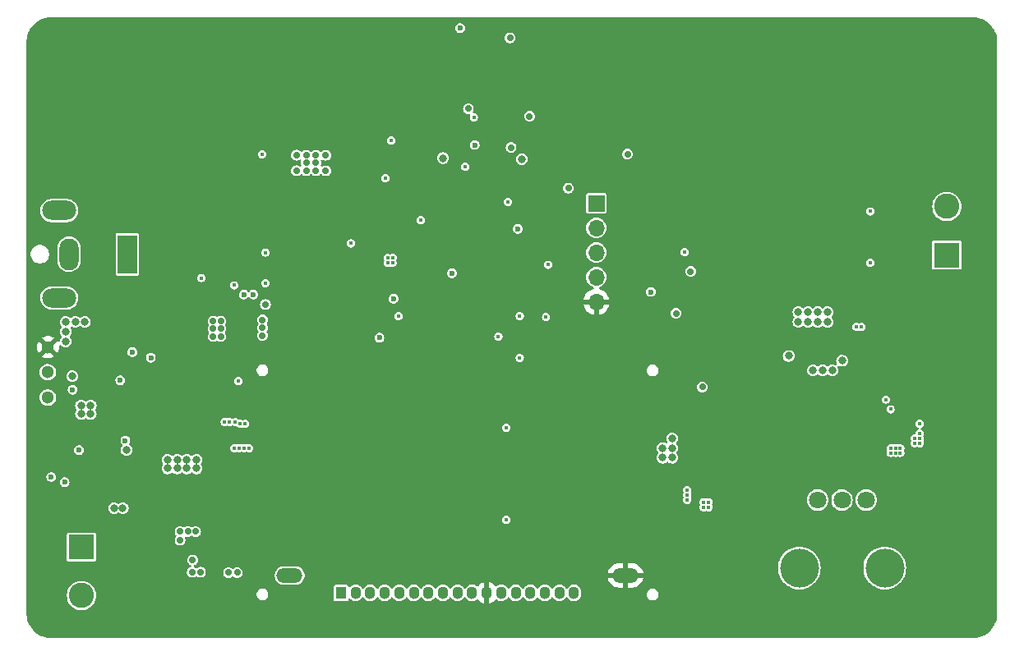
<source format=gbr>
%TF.GenerationSoftware,KiCad,Pcbnew,8.0.5*%
%TF.CreationDate,2025-05-11T20:57:56-04:00*%
%TF.ProjectId,Var_Volt_Conv,5661725f-566f-46c7-945f-436f6e762e6b,rev?*%
%TF.SameCoordinates,Original*%
%TF.FileFunction,Copper,L5,Inr*%
%TF.FilePolarity,Positive*%
%FSLAX46Y46*%
G04 Gerber Fmt 4.6, Leading zero omitted, Abs format (unit mm)*
G04 Created by KiCad (PCBNEW 8.0.5) date 2025-05-11 20:57:56*
%MOMM*%
%LPD*%
G01*
G04 APERTURE LIST*
%TA.AperFunction,ComponentPad*%
%ADD10R,1.100000X1.300000*%
%TD*%
%TA.AperFunction,ComponentPad*%
%ADD11O,1.100000X1.300000*%
%TD*%
%TA.AperFunction,ComponentPad*%
%ADD12O,2.700000X1.500000*%
%TD*%
%TA.AperFunction,WasherPad*%
%ADD13C,4.000000*%
%TD*%
%TA.AperFunction,ComponentPad*%
%ADD14C,1.800000*%
%TD*%
%TA.AperFunction,ComponentPad*%
%ADD15R,2.600000X2.600000*%
%TD*%
%TA.AperFunction,ComponentPad*%
%ADD16C,2.600000*%
%TD*%
%TA.AperFunction,ComponentPad*%
%ADD17R,1.700000X1.700000*%
%TD*%
%TA.AperFunction,ComponentPad*%
%ADD18O,1.700000X1.700000*%
%TD*%
%TA.AperFunction,ComponentPad*%
%ADD19R,2.000000X4.000000*%
%TD*%
%TA.AperFunction,ComponentPad*%
%ADD20O,2.000000X3.300000*%
%TD*%
%TA.AperFunction,ComponentPad*%
%ADD21O,3.500000X2.000000*%
%TD*%
%TA.AperFunction,ComponentPad*%
%ADD22C,0.600000*%
%TD*%
%TA.AperFunction,ComponentPad*%
%ADD23C,1.300000*%
%TD*%
%TA.AperFunction,ViaPad*%
%ADD24C,0.600000*%
%TD*%
%TA.AperFunction,ViaPad*%
%ADD25C,0.450000*%
%TD*%
%TA.AperFunction,ViaPad*%
%ADD26C,0.800000*%
%TD*%
%TA.AperFunction,ViaPad*%
%ADD27C,0.700000*%
%TD*%
G04 APERTURE END LIST*
D10*
%TO.N,/[3] Display/LV0*%
%TO.C,U301*%
X131887500Y-126940000D03*
D11*
%TO.N,/[3] Display/LV1*%
X133387500Y-126940000D03*
%TO.N,/[3] Display/LV2*%
X134887500Y-126940000D03*
%TO.N,/[3] Display/LV3*%
X136387500Y-126940000D03*
%TO.N,/[3] Display/LV4*%
X137887500Y-126940000D03*
%TO.N,/[3] Display/LC2-*%
X139387500Y-126940000D03*
%TO.N,/[3] Display/LC2+*%
X140887500Y-126940000D03*
%TO.N,/[3] Display/LC1+*%
X142387500Y-126940000D03*
%TO.N,/[3] Display/LC1-*%
X143887500Y-126940000D03*
%TO.N,/[3] Display/LVOUT*%
X145387500Y-126940000D03*
%TO.N,GNDD*%
X146887500Y-126940000D03*
%TO.N,+3V0*%
X148387500Y-126940000D03*
%TO.N,SPI_MOSI*%
X149887500Y-126940000D03*
%TO.N,SPI_CLK*%
X151387500Y-126940000D03*
%TO.N,REGISTER_SELECT*%
X152887500Y-126940000D03*
%TO.N,{slash}RESET*%
X154387500Y-126940000D03*
%TO.N,{slash}CHIP_SELECT*%
X155887500Y-126940000D03*
D12*
%TO.N,+3V0*%
X126587500Y-125140000D03*
%TO.N,GNDD*%
X161187500Y-125140000D03*
%TD*%
D13*
%TO.N,*%
%TO.C,RV101*%
X187900000Y-124365000D03*
X179100000Y-124365000D03*
D14*
%TO.N,unconnected-(RV101-Pad1)*%
X181000000Y-117365000D03*
%TO.N,/[1] Power/BB_FEEDBACK*%
X183500000Y-117365000D03*
%TO.N,/[1] Power/BB_POT_R*%
X186000000Y-117365000D03*
%TD*%
D15*
%TO.N,/[1] Power/SCREW_TERMINAL_POWER*%
%TO.C,J102*%
X105142500Y-122215000D03*
D16*
%TO.N,GNDPWR*%
X105142500Y-127215000D03*
%TD*%
D15*
%TO.N,VARIABLE_OUTPUT_VOLTAGE_B*%
%TO.C,J103*%
X194292500Y-92090000D03*
D16*
%TO.N,GNDPWR*%
X194292500Y-87090000D03*
%TD*%
D17*
%TO.N,ST_3V3*%
%TO.C,J201*%
X158187500Y-86770000D03*
D18*
%TO.N,/[2] Microcontroller/SWCLK*%
X158187500Y-89310000D03*
%TO.N,/[2] Microcontroller/SWDIO*%
X158187500Y-91850000D03*
%TO.N,/[2] Microcontroller/NRST*%
X158187500Y-94390000D03*
%TO.N,GNDD*%
X158187500Y-96930000D03*
%TD*%
D19*
%TO.N,/[1] Power/JACK_POWER*%
%TO.C,J101*%
X109862500Y-92015000D03*
D20*
%TO.N,GNDPWR*%
X103862500Y-92015000D03*
D21*
%TO.N,N/C*%
X102862500Y-87515000D03*
X102862500Y-96515000D03*
%TD*%
D22*
%TO.N,GNDPWR*%
%TO.C,U104*%
X121862500Y-96175000D03*
X122862500Y-96175000D03*
%TD*%
D23*
%TO.N,GNDPWR*%
%TO.C,NT101*%
X101687500Y-106790000D03*
%TO.N,GNDA*%
X101687500Y-104190000D03*
%TO.N,GNDD*%
X101687500Y-101590000D03*
%TD*%
D24*
%TO.N,/[1] Power/JACK_POWER*%
X110387500Y-102115000D03*
X104237500Y-105990000D03*
%TO.N,/[1] Power/SCREW_TERMINAL_POWER*%
X103412500Y-115515000D03*
X109662500Y-111240000D03*
D25*
%TO.N,/[1] Power/BUCK_PPM_GATE*%
X123750000Y-81690000D03*
D26*
%TO.N,SYSTEM_POWER_B*%
X179000000Y-99000000D03*
X115000000Y-113200000D03*
D27*
X123800000Y-98800000D03*
D26*
X114000000Y-113200000D03*
X181000000Y-98000000D03*
X115000000Y-114100000D03*
D27*
X123800000Y-99600000D03*
D26*
X180000000Y-99000000D03*
D27*
X123800000Y-100400000D03*
D26*
X182000000Y-98000000D03*
X117000000Y-113200000D03*
X180000000Y-98000000D03*
X181000000Y-99000000D03*
X179000000Y-98000000D03*
X116000000Y-113200000D03*
X116000000Y-114100000D03*
X117000000Y-114100000D03*
X114000000Y-114100000D03*
X182000000Y-99000000D03*
D25*
%TO.N,/[1] Power/ST_PPM_GATE*%
X137050000Y-80290000D03*
X136450000Y-84190000D03*
D24*
X144153750Y-68700000D03*
D27*
%TO.N,/[1] Power/BUCK_VOS*%
X161400000Y-81700000D03*
D25*
X124087500Y-91840000D03*
X117512500Y-94465000D03*
D27*
X155300000Y-85200000D03*
D25*
%TO.N,+3V3*%
X169250000Y-117575000D03*
D27*
X127300000Y-81800000D03*
X129300000Y-83400000D03*
X130300000Y-83400000D03*
X128300000Y-83400000D03*
D25*
X120400000Y-109300000D03*
X169750000Y-118100000D03*
X136700000Y-92900000D03*
D27*
X167900000Y-93800000D03*
X128300000Y-82600000D03*
X129300000Y-82600000D03*
X115300000Y-121500000D03*
D25*
X121500000Y-109500000D03*
D27*
X116100000Y-120600000D03*
X116900000Y-120600000D03*
D25*
X122000000Y-109500000D03*
X121000000Y-109300000D03*
D27*
X115300000Y-120600000D03*
X127300000Y-83400000D03*
X128300000Y-81800000D03*
D25*
X136700000Y-92400000D03*
X137200000Y-92400000D03*
X169750000Y-117575000D03*
D27*
X129300000Y-81800000D03*
D25*
X169250000Y-118100000D03*
X119900000Y-109300000D03*
X137200000Y-92900000D03*
D27*
X166400000Y-98100000D03*
X130300000Y-81800000D03*
%TO.N,+3V0*%
X120300000Y-124850000D03*
X121200000Y-124850000D03*
D24*
%TO.N,/[2] Microcontroller/NRST*%
X163800000Y-95900000D03*
X143300000Y-93975000D03*
X135837500Y-100625000D03*
X137300000Y-96600000D03*
D26*
%TO.N,ST_3V3*%
X150500000Y-82200000D03*
X142400000Y-82100000D03*
%TO.N,VARIABLE_OUTPUT_VOLTAGE_B*%
X166000000Y-111000000D03*
X165000000Y-113000000D03*
X166000000Y-112000000D03*
X165000000Y-112000000D03*
D25*
X186400000Y-92900000D03*
D26*
X166000000Y-113000000D03*
D24*
%TO.N,/[1] Power/COMP_OUT*%
X145651250Y-80750000D03*
D25*
X145571250Y-77890000D03*
D24*
%TO.N,/[1] Power/GATE_J*%
X109137500Y-105015000D03*
X112287500Y-102690000D03*
%TO.N,/[1] Power/GATE_T*%
X104887500Y-112215000D03*
X102037500Y-114990000D03*
D25*
%TO.N,/[1] Power/PG*%
X124087500Y-94990000D03*
X120862500Y-95215000D03*
%TO.N,S-INPUT_VOLTAGE*%
X132900000Y-90900000D03*
X140100000Y-88500000D03*
%TO.N,S-OUTPUT_VOLTAGE*%
X153200000Y-93100000D03*
X167300000Y-91800000D03*
%TO.N,SPI_MOSI*%
X148900000Y-109900000D03*
X148900000Y-119400000D03*
D24*
%TO.N,{slash}CHIP_SELECT*%
X150100000Y-89400000D03*
D25*
X153000000Y-98500000D03*
%TO.N,S-INPUT_CURRENT*%
X150300000Y-98400000D03*
X137800000Y-98400000D03*
%TO.N,{slash}RESET*%
X150300000Y-102700000D03*
X148100000Y-100500000D03*
%TO.N,GNDPWR*%
X186400000Y-87600000D03*
D27*
X119500000Y-98900000D03*
D26*
X109400000Y-118200000D03*
D27*
X116600000Y-123550000D03*
D25*
X191500000Y-111500000D03*
X191500000Y-111000000D03*
X191000000Y-111000000D03*
D27*
X151300000Y-77800000D03*
D26*
X180500000Y-104000000D03*
D25*
X191000000Y-111500000D03*
D26*
X182500000Y-104000000D03*
X109800000Y-112200000D03*
X183500000Y-103000000D03*
D27*
X145000000Y-77000000D03*
D26*
X103500000Y-100000000D03*
X106100000Y-108500000D03*
X104200000Y-104600000D03*
D27*
X117400000Y-124800000D03*
X118700000Y-99700000D03*
X169100000Y-105700000D03*
X118700000Y-98900000D03*
D25*
X191500000Y-109500000D03*
D27*
X118700000Y-100500000D03*
X116550000Y-124800000D03*
D26*
X103500000Y-101000000D03*
D25*
X121300000Y-105100000D03*
X149100000Y-86600000D03*
D27*
X149300000Y-69700000D03*
D26*
X181500000Y-104000000D03*
X108500000Y-118200000D03*
X178000000Y-102500000D03*
D25*
X191500000Y-110500000D03*
D26*
X103500000Y-99000000D03*
X105100000Y-107600000D03*
D27*
X119500000Y-100500000D03*
D26*
X106100000Y-107600000D03*
D25*
X144700000Y-83000000D03*
D26*
X105100000Y-108500000D03*
D27*
X149400000Y-81000000D03*
D26*
X104500000Y-99000000D03*
D27*
X119500000Y-99700000D03*
D26*
X105500000Y-99000000D03*
D25*
%TO.N,GNDA*%
X167550000Y-116850000D03*
X185000000Y-99500000D03*
X189000000Y-112000000D03*
X188500000Y-108000000D03*
X188500000Y-112000000D03*
X189500000Y-112000000D03*
X120900000Y-112000000D03*
X121400000Y-112000000D03*
X185500000Y-99500000D03*
X189500000Y-112500000D03*
X189000000Y-112500000D03*
X167550000Y-117350000D03*
X188500000Y-112500000D03*
D27*
X124100000Y-97200000D03*
D25*
X167550000Y-116350000D03*
X121900000Y-112000000D03*
X188000000Y-107000000D03*
X122400000Y-112000000D03*
%TO.N,GNDD*%
X135500000Y-86100000D03*
D27*
X134900000Y-130700000D03*
X136400000Y-130700000D03*
D25*
X155021232Y-86221232D03*
X139300000Y-94500000D03*
X126600000Y-99200000D03*
X134100000Y-86100000D03*
X136200000Y-86100000D03*
D27*
X133400000Y-130700000D03*
D25*
X138000000Y-90500000D03*
D27*
X137900000Y-130700000D03*
D25*
X161300000Y-83700000D03*
X135900000Y-95800000D03*
D27*
X129800000Y-129300000D03*
D25*
X138300000Y-94500000D03*
D27*
X147500000Y-128750000D03*
D25*
X134800000Y-86100000D03*
X138000000Y-91100000D03*
X138800000Y-94500000D03*
X137800000Y-94500000D03*
%TD*%
%TA.AperFunction,Conductor*%
%TO.N,GNDD*%
G36*
X196991236Y-67590726D02*
G01*
X197281296Y-67608271D01*
X197296159Y-67610076D01*
X197578298Y-67661780D01*
X197592835Y-67665363D01*
X197866672Y-67750695D01*
X197880663Y-67756000D01*
X198142243Y-67873727D01*
X198155489Y-67880680D01*
X198400965Y-68029075D01*
X198413276Y-68037573D01*
X198619961Y-68199500D01*
X198639073Y-68214473D01*
X198650281Y-68224403D01*
X198853096Y-68427218D01*
X198863026Y-68438426D01*
X198982981Y-68591538D01*
X199039922Y-68664217D01*
X199048428Y-68676540D01*
X199196816Y-68922004D01*
X199203775Y-68935263D01*
X199321497Y-69196831D01*
X199326806Y-69210832D01*
X199412135Y-69484663D01*
X199415719Y-69499201D01*
X199467423Y-69781340D01*
X199469228Y-69796205D01*
X199486774Y-70086263D01*
X199487000Y-70093750D01*
X199487000Y-129086249D01*
X199486774Y-129093736D01*
X199469228Y-129383794D01*
X199467423Y-129398659D01*
X199415719Y-129680798D01*
X199412135Y-129695336D01*
X199326806Y-129969167D01*
X199321497Y-129983168D01*
X199203775Y-130244736D01*
X199196816Y-130257995D01*
X199048428Y-130503459D01*
X199039922Y-130515782D01*
X198863026Y-130741573D01*
X198853096Y-130752781D01*
X198650281Y-130955596D01*
X198639073Y-130965526D01*
X198413282Y-131142422D01*
X198400959Y-131150928D01*
X198155495Y-131299316D01*
X198142236Y-131306275D01*
X197880668Y-131423997D01*
X197866667Y-131429306D01*
X197592836Y-131514635D01*
X197578298Y-131518219D01*
X197296159Y-131569923D01*
X197281294Y-131571728D01*
X196991224Y-131589274D01*
X196983737Y-131589500D01*
X196913887Y-131589500D01*
X196913638Y-131589515D01*
X101994905Y-131610742D01*
X101986545Y-131610462D01*
X101696002Y-131590896D01*
X101681217Y-131589002D01*
X101398175Y-131535294D01*
X101383723Y-131531640D01*
X101109159Y-131444352D01*
X101095251Y-131438990D01*
X101062394Y-131423997D01*
X100833154Y-131319391D01*
X100819989Y-131312399D01*
X100574131Y-131162209D01*
X100561901Y-131153688D01*
X100335843Y-130975084D01*
X100324723Y-130965156D01*
X100121735Y-130760722D01*
X100111887Y-130749532D01*
X99934889Y-130522207D01*
X99926455Y-130509917D01*
X99778020Y-130263007D01*
X99771121Y-130249793D01*
X99740797Y-130182071D01*
X99653379Y-129986839D01*
X99648122Y-129972909D01*
X99562782Y-129697722D01*
X99559232Y-129683248D01*
X99507534Y-129399832D01*
X99505745Y-129385033D01*
X99505670Y-129383794D01*
X99488224Y-129094052D01*
X99488000Y-129086599D01*
X99488000Y-127214994D01*
X103636857Y-127214994D01*
X103636857Y-127215005D01*
X103657390Y-127462812D01*
X103657392Y-127462824D01*
X103718436Y-127703881D01*
X103818326Y-127931606D01*
X103954333Y-128139782D01*
X103954336Y-128139785D01*
X104122756Y-128322738D01*
X104318991Y-128475474D01*
X104537690Y-128593828D01*
X104772886Y-128674571D01*
X105018165Y-128715500D01*
X105266835Y-128715500D01*
X105512114Y-128674571D01*
X105747310Y-128593828D01*
X105966009Y-128475474D01*
X106162244Y-128322738D01*
X106330664Y-128139785D01*
X106466673Y-127931607D01*
X106566563Y-127703881D01*
X106627608Y-127462821D01*
X106627949Y-127458709D01*
X106648143Y-127215005D01*
X106648143Y-127214994D01*
X106631235Y-127010943D01*
X123187000Y-127010943D01*
X123187000Y-127169057D01*
X123213016Y-127266148D01*
X123227923Y-127321783D01*
X123227926Y-127321790D01*
X123306975Y-127458709D01*
X123306979Y-127458714D01*
X123306980Y-127458716D01*
X123418784Y-127570520D01*
X123418786Y-127570521D01*
X123418790Y-127570524D01*
X123555709Y-127649573D01*
X123555716Y-127649577D01*
X123708443Y-127690500D01*
X123708445Y-127690500D01*
X123866555Y-127690500D01*
X123866557Y-127690500D01*
X124019284Y-127649577D01*
X124156216Y-127570520D01*
X124268020Y-127458716D01*
X124347077Y-127321784D01*
X124388000Y-127169057D01*
X124388000Y-127010943D01*
X124347077Y-126858216D01*
X124293884Y-126766082D01*
X124268024Y-126721290D01*
X124268018Y-126721282D01*
X124156217Y-126609481D01*
X124156209Y-126609475D01*
X124019290Y-126530426D01*
X124019286Y-126530424D01*
X124019284Y-126530423D01*
X123866557Y-126489500D01*
X123708443Y-126489500D01*
X123555716Y-126530423D01*
X123555709Y-126530426D01*
X123418790Y-126609475D01*
X123418782Y-126609481D01*
X123306981Y-126721282D01*
X123306975Y-126721290D01*
X123227926Y-126858209D01*
X123227923Y-126858216D01*
X123187000Y-127010943D01*
X106631235Y-127010943D01*
X106627609Y-126967187D01*
X106627607Y-126967175D01*
X106566563Y-126726118D01*
X106466673Y-126498393D01*
X106330666Y-126290217D01*
X106312282Y-126270247D01*
X131137000Y-126270247D01*
X131137000Y-127609752D01*
X131148631Y-127668229D01*
X131148632Y-127668230D01*
X131192947Y-127734552D01*
X131259269Y-127778867D01*
X131259270Y-127778868D01*
X131317747Y-127790499D01*
X131317750Y-127790500D01*
X131317752Y-127790500D01*
X132457250Y-127790500D01*
X132457251Y-127790499D01*
X132472068Y-127787552D01*
X132515729Y-127778868D01*
X132515729Y-127778867D01*
X132515731Y-127778867D01*
X132582052Y-127734552D01*
X132626367Y-127668231D01*
X132626367Y-127668229D01*
X132626368Y-127668229D01*
X132635527Y-127622183D01*
X132667911Y-127560272D01*
X132728627Y-127525698D01*
X132798396Y-127529437D01*
X132844825Y-127558693D01*
X132909080Y-127622948D01*
X132909084Y-127622951D01*
X133031998Y-127705080D01*
X133032011Y-127705087D01*
X133103147Y-127734552D01*
X133168587Y-127761658D01*
X133168591Y-127761658D01*
X133168592Y-127761659D01*
X133313579Y-127790500D01*
X133313582Y-127790500D01*
X133461420Y-127790500D01*
X133558962Y-127771096D01*
X133606413Y-127761658D01*
X133742995Y-127705084D01*
X133865916Y-127622951D01*
X133970451Y-127518416D01*
X134034398Y-127422713D01*
X134088010Y-127377908D01*
X134157335Y-127369201D01*
X134220362Y-127399355D01*
X134240602Y-127422713D01*
X134304548Y-127518415D01*
X134304551Y-127518419D01*
X134409080Y-127622948D01*
X134409084Y-127622951D01*
X134531998Y-127705080D01*
X134532011Y-127705087D01*
X134603147Y-127734552D01*
X134668587Y-127761658D01*
X134668591Y-127761658D01*
X134668592Y-127761659D01*
X134813579Y-127790500D01*
X134813582Y-127790500D01*
X134961420Y-127790500D01*
X135058962Y-127771096D01*
X135106413Y-127761658D01*
X135242995Y-127705084D01*
X135365916Y-127622951D01*
X135470451Y-127518416D01*
X135534398Y-127422713D01*
X135588010Y-127377908D01*
X135657335Y-127369201D01*
X135720362Y-127399355D01*
X135740602Y-127422713D01*
X135804548Y-127518415D01*
X135804551Y-127518419D01*
X135909080Y-127622948D01*
X135909084Y-127622951D01*
X136031998Y-127705080D01*
X136032011Y-127705087D01*
X136103147Y-127734552D01*
X136168587Y-127761658D01*
X136168591Y-127761658D01*
X136168592Y-127761659D01*
X136313579Y-127790500D01*
X136313582Y-127790500D01*
X136461420Y-127790500D01*
X136558962Y-127771096D01*
X136606413Y-127761658D01*
X136742995Y-127705084D01*
X136865916Y-127622951D01*
X136970451Y-127518416D01*
X137034398Y-127422713D01*
X137088010Y-127377908D01*
X137157335Y-127369201D01*
X137220362Y-127399355D01*
X137240602Y-127422713D01*
X137304548Y-127518415D01*
X137304551Y-127518419D01*
X137409080Y-127622948D01*
X137409084Y-127622951D01*
X137531998Y-127705080D01*
X137532011Y-127705087D01*
X137603147Y-127734552D01*
X137668587Y-127761658D01*
X137668591Y-127761658D01*
X137668592Y-127761659D01*
X137813579Y-127790500D01*
X137813582Y-127790500D01*
X137961420Y-127790500D01*
X138058962Y-127771096D01*
X138106413Y-127761658D01*
X138242995Y-127705084D01*
X138365916Y-127622951D01*
X138470451Y-127518416D01*
X138534398Y-127422713D01*
X138588010Y-127377908D01*
X138657335Y-127369201D01*
X138720362Y-127399355D01*
X138740602Y-127422713D01*
X138804548Y-127518415D01*
X138804551Y-127518419D01*
X138909080Y-127622948D01*
X138909084Y-127622951D01*
X139031998Y-127705080D01*
X139032011Y-127705087D01*
X139103147Y-127734552D01*
X139168587Y-127761658D01*
X139168591Y-127761658D01*
X139168592Y-127761659D01*
X139313579Y-127790500D01*
X139313582Y-127790500D01*
X139461420Y-127790500D01*
X139558962Y-127771096D01*
X139606413Y-127761658D01*
X139742995Y-127705084D01*
X139865916Y-127622951D01*
X139970451Y-127518416D01*
X140034398Y-127422713D01*
X140088010Y-127377908D01*
X140157335Y-127369201D01*
X140220362Y-127399355D01*
X140240602Y-127422713D01*
X140304548Y-127518415D01*
X140304551Y-127518419D01*
X140409080Y-127622948D01*
X140409084Y-127622951D01*
X140531998Y-127705080D01*
X140532011Y-127705087D01*
X140603147Y-127734552D01*
X140668587Y-127761658D01*
X140668591Y-127761658D01*
X140668592Y-127761659D01*
X140813579Y-127790500D01*
X140813582Y-127790500D01*
X140961420Y-127790500D01*
X141058962Y-127771096D01*
X141106413Y-127761658D01*
X141242995Y-127705084D01*
X141365916Y-127622951D01*
X141470451Y-127518416D01*
X141534398Y-127422713D01*
X141588010Y-127377908D01*
X141657335Y-127369201D01*
X141720362Y-127399355D01*
X141740602Y-127422713D01*
X141804548Y-127518415D01*
X141804551Y-127518419D01*
X141909080Y-127622948D01*
X141909084Y-127622951D01*
X142031998Y-127705080D01*
X142032011Y-127705087D01*
X142103147Y-127734552D01*
X142168587Y-127761658D01*
X142168591Y-127761658D01*
X142168592Y-127761659D01*
X142313579Y-127790500D01*
X142313582Y-127790500D01*
X142461420Y-127790500D01*
X142558962Y-127771096D01*
X142606413Y-127761658D01*
X142742995Y-127705084D01*
X142865916Y-127622951D01*
X142970451Y-127518416D01*
X143034398Y-127422713D01*
X143088010Y-127377908D01*
X143157335Y-127369201D01*
X143220362Y-127399355D01*
X143240602Y-127422713D01*
X143304548Y-127518415D01*
X143304551Y-127518419D01*
X143409080Y-127622948D01*
X143409084Y-127622951D01*
X143531998Y-127705080D01*
X143532011Y-127705087D01*
X143603147Y-127734552D01*
X143668587Y-127761658D01*
X143668591Y-127761658D01*
X143668592Y-127761659D01*
X143813579Y-127790500D01*
X143813582Y-127790500D01*
X143961420Y-127790500D01*
X144058962Y-127771096D01*
X144106413Y-127761658D01*
X144242995Y-127705084D01*
X144365916Y-127622951D01*
X144470451Y-127518416D01*
X144534398Y-127422713D01*
X144588010Y-127377908D01*
X144657335Y-127369201D01*
X144720362Y-127399355D01*
X144740602Y-127422713D01*
X144804548Y-127518415D01*
X144804551Y-127518419D01*
X144909080Y-127622948D01*
X144909084Y-127622951D01*
X145031998Y-127705080D01*
X145032011Y-127705087D01*
X145103147Y-127734552D01*
X145168587Y-127761658D01*
X145168591Y-127761658D01*
X145168592Y-127761659D01*
X145313579Y-127790500D01*
X145313582Y-127790500D01*
X145461420Y-127790500D01*
X145558962Y-127771096D01*
X145606413Y-127761658D01*
X145742995Y-127705084D01*
X145865322Y-127623347D01*
X145931998Y-127602470D01*
X145999378Y-127620954D01*
X146037314Y-127657559D01*
X146071910Y-127709335D01*
X146071913Y-127709339D01*
X146218160Y-127855586D01*
X146218164Y-127855589D01*
X146390131Y-127970494D01*
X146390141Y-127970499D01*
X146581223Y-128049648D01*
X146581225Y-128049649D01*
X146637500Y-128060842D01*
X146637500Y-127184975D01*
X146672595Y-127220070D01*
X146752405Y-127266148D01*
X146841422Y-127290000D01*
X146933578Y-127290000D01*
X147022595Y-127266148D01*
X147102405Y-127220070D01*
X147137500Y-127184975D01*
X147137500Y-128060842D01*
X147193774Y-128049649D01*
X147193776Y-128049648D01*
X147384858Y-127970499D01*
X147384868Y-127970494D01*
X147556835Y-127855589D01*
X147556839Y-127855586D01*
X147703087Y-127709338D01*
X147737684Y-127657560D01*
X147791296Y-127612755D01*
X147860621Y-127604047D01*
X147909678Y-127623348D01*
X148031998Y-127705080D01*
X148032011Y-127705087D01*
X148103147Y-127734552D01*
X148168587Y-127761658D01*
X148168591Y-127761658D01*
X148168592Y-127761659D01*
X148313579Y-127790500D01*
X148313582Y-127790500D01*
X148461420Y-127790500D01*
X148558962Y-127771096D01*
X148606413Y-127761658D01*
X148742995Y-127705084D01*
X148865916Y-127622951D01*
X148970451Y-127518416D01*
X149034398Y-127422713D01*
X149088010Y-127377908D01*
X149157335Y-127369201D01*
X149220362Y-127399355D01*
X149240602Y-127422713D01*
X149304548Y-127518415D01*
X149304551Y-127518419D01*
X149409080Y-127622948D01*
X149409084Y-127622951D01*
X149531998Y-127705080D01*
X149532011Y-127705087D01*
X149603147Y-127734552D01*
X149668587Y-127761658D01*
X149668591Y-127761658D01*
X149668592Y-127761659D01*
X149813579Y-127790500D01*
X149813582Y-127790500D01*
X149961420Y-127790500D01*
X150058962Y-127771096D01*
X150106413Y-127761658D01*
X150242995Y-127705084D01*
X150365916Y-127622951D01*
X150470451Y-127518416D01*
X150534398Y-127422713D01*
X150588010Y-127377908D01*
X150657335Y-127369201D01*
X150720362Y-127399355D01*
X150740602Y-127422713D01*
X150804548Y-127518415D01*
X150804551Y-127518419D01*
X150909080Y-127622948D01*
X150909084Y-127622951D01*
X151031998Y-127705080D01*
X151032011Y-127705087D01*
X151103147Y-127734552D01*
X151168587Y-127761658D01*
X151168591Y-127761658D01*
X151168592Y-127761659D01*
X151313579Y-127790500D01*
X151313582Y-127790500D01*
X151461420Y-127790500D01*
X151558962Y-127771096D01*
X151606413Y-127761658D01*
X151742995Y-127705084D01*
X151865916Y-127622951D01*
X151970451Y-127518416D01*
X152034398Y-127422713D01*
X152088010Y-127377908D01*
X152157335Y-127369201D01*
X152220362Y-127399355D01*
X152240602Y-127422713D01*
X152304548Y-127518415D01*
X152304551Y-127518419D01*
X152409080Y-127622948D01*
X152409084Y-127622951D01*
X152531998Y-127705080D01*
X152532011Y-127705087D01*
X152603147Y-127734552D01*
X152668587Y-127761658D01*
X152668591Y-127761658D01*
X152668592Y-127761659D01*
X152813579Y-127790500D01*
X152813582Y-127790500D01*
X152961420Y-127790500D01*
X153058962Y-127771096D01*
X153106413Y-127761658D01*
X153242995Y-127705084D01*
X153365916Y-127622951D01*
X153470451Y-127518416D01*
X153534398Y-127422713D01*
X153588010Y-127377908D01*
X153657335Y-127369201D01*
X153720362Y-127399355D01*
X153740602Y-127422713D01*
X153804548Y-127518415D01*
X153804551Y-127518419D01*
X153909080Y-127622948D01*
X153909084Y-127622951D01*
X154031998Y-127705080D01*
X154032011Y-127705087D01*
X154103147Y-127734552D01*
X154168587Y-127761658D01*
X154168591Y-127761658D01*
X154168592Y-127761659D01*
X154313579Y-127790500D01*
X154313582Y-127790500D01*
X154461420Y-127790500D01*
X154558962Y-127771096D01*
X154606413Y-127761658D01*
X154742995Y-127705084D01*
X154865916Y-127622951D01*
X154970451Y-127518416D01*
X155034398Y-127422713D01*
X155088010Y-127377908D01*
X155157335Y-127369201D01*
X155220362Y-127399355D01*
X155240602Y-127422713D01*
X155304548Y-127518415D01*
X155304551Y-127518419D01*
X155409080Y-127622948D01*
X155409084Y-127622951D01*
X155531998Y-127705080D01*
X155532011Y-127705087D01*
X155603147Y-127734552D01*
X155668587Y-127761658D01*
X155668591Y-127761658D01*
X155668592Y-127761659D01*
X155813579Y-127790500D01*
X155813582Y-127790500D01*
X155961420Y-127790500D01*
X156058962Y-127771096D01*
X156106413Y-127761658D01*
X156242995Y-127705084D01*
X156365916Y-127622951D01*
X156470451Y-127518416D01*
X156552584Y-127395495D01*
X156609158Y-127258913D01*
X156637000Y-127118945D01*
X156638000Y-127113920D01*
X156638000Y-127010943D01*
X163387000Y-127010943D01*
X163387000Y-127169057D01*
X163413016Y-127266148D01*
X163427923Y-127321783D01*
X163427926Y-127321790D01*
X163506975Y-127458709D01*
X163506979Y-127458714D01*
X163506980Y-127458716D01*
X163618784Y-127570520D01*
X163618786Y-127570521D01*
X163618790Y-127570524D01*
X163755709Y-127649573D01*
X163755716Y-127649577D01*
X163908443Y-127690500D01*
X163908445Y-127690500D01*
X164066555Y-127690500D01*
X164066557Y-127690500D01*
X164219284Y-127649577D01*
X164356216Y-127570520D01*
X164468020Y-127458716D01*
X164547077Y-127321784D01*
X164588000Y-127169057D01*
X164588000Y-127010943D01*
X164547077Y-126858216D01*
X164493884Y-126766082D01*
X164468024Y-126721290D01*
X164468018Y-126721282D01*
X164356217Y-126609481D01*
X164356209Y-126609475D01*
X164219290Y-126530426D01*
X164219286Y-126530424D01*
X164219284Y-126530423D01*
X164066557Y-126489500D01*
X163908443Y-126489500D01*
X163755716Y-126530423D01*
X163755709Y-126530426D01*
X163618790Y-126609475D01*
X163618782Y-126609481D01*
X163506981Y-126721282D01*
X163506975Y-126721290D01*
X163427926Y-126858209D01*
X163427923Y-126858216D01*
X163387000Y-127010943D01*
X156638000Y-127010943D01*
X156638000Y-126766079D01*
X156609159Y-126621092D01*
X156609158Y-126621091D01*
X156609158Y-126621087D01*
X156604348Y-126609475D01*
X156552587Y-126484511D01*
X156552580Y-126484498D01*
X156470451Y-126361584D01*
X156470448Y-126361580D01*
X156365919Y-126257051D01*
X156365915Y-126257048D01*
X156243001Y-126174919D01*
X156242988Y-126174912D01*
X156106417Y-126118343D01*
X156106407Y-126118340D01*
X155961420Y-126089500D01*
X155961418Y-126089500D01*
X155813582Y-126089500D01*
X155813580Y-126089500D01*
X155668592Y-126118340D01*
X155668582Y-126118343D01*
X155532011Y-126174912D01*
X155531998Y-126174919D01*
X155409084Y-126257048D01*
X155409080Y-126257051D01*
X155304551Y-126361580D01*
X155304548Y-126361584D01*
X155240602Y-126457286D01*
X155186989Y-126502091D01*
X155117664Y-126510798D01*
X155054637Y-126480643D01*
X155034398Y-126457286D01*
X154970451Y-126361584D01*
X154970448Y-126361580D01*
X154865919Y-126257051D01*
X154865915Y-126257048D01*
X154743001Y-126174919D01*
X154742988Y-126174912D01*
X154606417Y-126118343D01*
X154606407Y-126118340D01*
X154461420Y-126089500D01*
X154461418Y-126089500D01*
X154313582Y-126089500D01*
X154313580Y-126089500D01*
X154168592Y-126118340D01*
X154168582Y-126118343D01*
X154032011Y-126174912D01*
X154031998Y-126174919D01*
X153909084Y-126257048D01*
X153909080Y-126257051D01*
X153804551Y-126361580D01*
X153804548Y-126361584D01*
X153740602Y-126457286D01*
X153686989Y-126502091D01*
X153617664Y-126510798D01*
X153554637Y-126480643D01*
X153534398Y-126457286D01*
X153470451Y-126361584D01*
X153470448Y-126361580D01*
X153365919Y-126257051D01*
X153365915Y-126257048D01*
X153243001Y-126174919D01*
X153242988Y-126174912D01*
X153106417Y-126118343D01*
X153106407Y-126118340D01*
X152961420Y-126089500D01*
X152961418Y-126089500D01*
X152813582Y-126089500D01*
X152813580Y-126089500D01*
X152668592Y-126118340D01*
X152668582Y-126118343D01*
X152532011Y-126174912D01*
X152531998Y-126174919D01*
X152409084Y-126257048D01*
X152409080Y-126257051D01*
X152304551Y-126361580D01*
X152304548Y-126361584D01*
X152240602Y-126457286D01*
X152186989Y-126502091D01*
X152117664Y-126510798D01*
X152054637Y-126480643D01*
X152034398Y-126457286D01*
X151970451Y-126361584D01*
X151970448Y-126361580D01*
X151865919Y-126257051D01*
X151865915Y-126257048D01*
X151743001Y-126174919D01*
X151742988Y-126174912D01*
X151606417Y-126118343D01*
X151606407Y-126118340D01*
X151461420Y-126089500D01*
X151461418Y-126089500D01*
X151313582Y-126089500D01*
X151313580Y-126089500D01*
X151168592Y-126118340D01*
X151168582Y-126118343D01*
X151032011Y-126174912D01*
X151031998Y-126174919D01*
X150909084Y-126257048D01*
X150909080Y-126257051D01*
X150804551Y-126361580D01*
X150804548Y-126361584D01*
X150740602Y-126457286D01*
X150686989Y-126502091D01*
X150617664Y-126510798D01*
X150554637Y-126480643D01*
X150534398Y-126457286D01*
X150470451Y-126361584D01*
X150470448Y-126361580D01*
X150365919Y-126257051D01*
X150365915Y-126257048D01*
X150243001Y-126174919D01*
X150242988Y-126174912D01*
X150106417Y-126118343D01*
X150106407Y-126118340D01*
X149961420Y-126089500D01*
X149961418Y-126089500D01*
X149813582Y-126089500D01*
X149813580Y-126089500D01*
X149668592Y-126118340D01*
X149668582Y-126118343D01*
X149532011Y-126174912D01*
X149531998Y-126174919D01*
X149409084Y-126257048D01*
X149409080Y-126257051D01*
X149304551Y-126361580D01*
X149304548Y-126361584D01*
X149240602Y-126457286D01*
X149186989Y-126502091D01*
X149117664Y-126510798D01*
X149054637Y-126480643D01*
X149034398Y-126457286D01*
X148970451Y-126361584D01*
X148970448Y-126361580D01*
X148865919Y-126257051D01*
X148865915Y-126257048D01*
X148743001Y-126174919D01*
X148742988Y-126174912D01*
X148606417Y-126118343D01*
X148606407Y-126118340D01*
X148461420Y-126089500D01*
X148461418Y-126089500D01*
X148313582Y-126089500D01*
X148313580Y-126089500D01*
X148168592Y-126118340D01*
X148168582Y-126118343D01*
X148032011Y-126174912D01*
X148031993Y-126174922D01*
X147909677Y-126256651D01*
X147843000Y-126277529D01*
X147775620Y-126259044D01*
X147737685Y-126222440D01*
X147703089Y-126170664D01*
X147703086Y-126170660D01*
X147556839Y-126024413D01*
X147556835Y-126024410D01*
X147384868Y-125909505D01*
X147384858Y-125909500D01*
X147193772Y-125830349D01*
X147193767Y-125830347D01*
X147137500Y-125819155D01*
X147137500Y-126695025D01*
X147102405Y-126659930D01*
X147022595Y-126613852D01*
X146933578Y-126590000D01*
X146841422Y-126590000D01*
X146752405Y-126613852D01*
X146672595Y-126659930D01*
X146637500Y-126695025D01*
X146637500Y-125819156D01*
X146637499Y-125819155D01*
X146581232Y-125830347D01*
X146581227Y-125830349D01*
X146390141Y-125909500D01*
X146390131Y-125909505D01*
X146218164Y-126024410D01*
X146218160Y-126024413D01*
X146071913Y-126170660D01*
X146071908Y-126170666D01*
X146037313Y-126222441D01*
X145983701Y-126267245D01*
X145914375Y-126275952D01*
X145865321Y-126256651D01*
X145743001Y-126174919D01*
X145742988Y-126174912D01*
X145606417Y-126118343D01*
X145606407Y-126118340D01*
X145461420Y-126089500D01*
X145461418Y-126089500D01*
X145313582Y-126089500D01*
X145313580Y-126089500D01*
X145168592Y-126118340D01*
X145168582Y-126118343D01*
X145032011Y-126174912D01*
X145031998Y-126174919D01*
X144909084Y-126257048D01*
X144909080Y-126257051D01*
X144804551Y-126361580D01*
X144804548Y-126361584D01*
X144740602Y-126457286D01*
X144686989Y-126502091D01*
X144617664Y-126510798D01*
X144554637Y-126480643D01*
X144534398Y-126457286D01*
X144470451Y-126361584D01*
X144470448Y-126361580D01*
X144365919Y-126257051D01*
X144365915Y-126257048D01*
X144243001Y-126174919D01*
X144242988Y-126174912D01*
X144106417Y-126118343D01*
X144106407Y-126118340D01*
X143961420Y-126089500D01*
X143961418Y-126089500D01*
X143813582Y-126089500D01*
X143813580Y-126089500D01*
X143668592Y-126118340D01*
X143668582Y-126118343D01*
X143532011Y-126174912D01*
X143531998Y-126174919D01*
X143409084Y-126257048D01*
X143409080Y-126257051D01*
X143304551Y-126361580D01*
X143304548Y-126361584D01*
X143240602Y-126457286D01*
X143186989Y-126502091D01*
X143117664Y-126510798D01*
X143054637Y-126480643D01*
X143034398Y-126457286D01*
X142970451Y-126361584D01*
X142970448Y-126361580D01*
X142865919Y-126257051D01*
X142865915Y-126257048D01*
X142743001Y-126174919D01*
X142742988Y-126174912D01*
X142606417Y-126118343D01*
X142606407Y-126118340D01*
X142461420Y-126089500D01*
X142461418Y-126089500D01*
X142313582Y-126089500D01*
X142313580Y-126089500D01*
X142168592Y-126118340D01*
X142168582Y-126118343D01*
X142032011Y-126174912D01*
X142031998Y-126174919D01*
X141909084Y-126257048D01*
X141909080Y-126257051D01*
X141804551Y-126361580D01*
X141804548Y-126361584D01*
X141740602Y-126457286D01*
X141686989Y-126502091D01*
X141617664Y-126510798D01*
X141554637Y-126480643D01*
X141534398Y-126457286D01*
X141470451Y-126361584D01*
X141470448Y-126361580D01*
X141365919Y-126257051D01*
X141365915Y-126257048D01*
X141243001Y-126174919D01*
X141242988Y-126174912D01*
X141106417Y-126118343D01*
X141106407Y-126118340D01*
X140961420Y-126089500D01*
X140961418Y-126089500D01*
X140813582Y-126089500D01*
X140813580Y-126089500D01*
X140668592Y-126118340D01*
X140668582Y-126118343D01*
X140532011Y-126174912D01*
X140531998Y-126174919D01*
X140409084Y-126257048D01*
X140409080Y-126257051D01*
X140304551Y-126361580D01*
X140304548Y-126361584D01*
X140240602Y-126457286D01*
X140186989Y-126502091D01*
X140117664Y-126510798D01*
X140054637Y-126480643D01*
X140034398Y-126457286D01*
X139970451Y-126361584D01*
X139970448Y-126361580D01*
X139865919Y-126257051D01*
X139865915Y-126257048D01*
X139743001Y-126174919D01*
X139742988Y-126174912D01*
X139606417Y-126118343D01*
X139606407Y-126118340D01*
X139461420Y-126089500D01*
X139461418Y-126089500D01*
X139313582Y-126089500D01*
X139313580Y-126089500D01*
X139168592Y-126118340D01*
X139168582Y-126118343D01*
X139032011Y-126174912D01*
X139031998Y-126174919D01*
X138909084Y-126257048D01*
X138909080Y-126257051D01*
X138804551Y-126361580D01*
X138804548Y-126361584D01*
X138740602Y-126457286D01*
X138686989Y-126502091D01*
X138617664Y-126510798D01*
X138554637Y-126480643D01*
X138534398Y-126457286D01*
X138470451Y-126361584D01*
X138470448Y-126361580D01*
X138365919Y-126257051D01*
X138365915Y-126257048D01*
X138243001Y-126174919D01*
X138242988Y-126174912D01*
X138106417Y-126118343D01*
X138106407Y-126118340D01*
X137961420Y-126089500D01*
X137961418Y-126089500D01*
X137813582Y-126089500D01*
X137813580Y-126089500D01*
X137668592Y-126118340D01*
X137668582Y-126118343D01*
X137532011Y-126174912D01*
X137531998Y-126174919D01*
X137409084Y-126257048D01*
X137409080Y-126257051D01*
X137304551Y-126361580D01*
X137304548Y-126361584D01*
X137240602Y-126457286D01*
X137186989Y-126502091D01*
X137117664Y-126510798D01*
X137054637Y-126480643D01*
X137034398Y-126457286D01*
X136970451Y-126361584D01*
X136970448Y-126361580D01*
X136865919Y-126257051D01*
X136865915Y-126257048D01*
X136743001Y-126174919D01*
X136742988Y-126174912D01*
X136606417Y-126118343D01*
X136606407Y-126118340D01*
X136461420Y-126089500D01*
X136461418Y-126089500D01*
X136313582Y-126089500D01*
X136313580Y-126089500D01*
X136168592Y-126118340D01*
X136168582Y-126118343D01*
X136032011Y-126174912D01*
X136031998Y-126174919D01*
X135909084Y-126257048D01*
X135909080Y-126257051D01*
X135804551Y-126361580D01*
X135804548Y-126361584D01*
X135740602Y-126457286D01*
X135686989Y-126502091D01*
X135617664Y-126510798D01*
X135554637Y-126480643D01*
X135534398Y-126457286D01*
X135470451Y-126361584D01*
X135470448Y-126361580D01*
X135365919Y-126257051D01*
X135365915Y-126257048D01*
X135243001Y-126174919D01*
X135242988Y-126174912D01*
X135106417Y-126118343D01*
X135106407Y-126118340D01*
X134961420Y-126089500D01*
X134961418Y-126089500D01*
X134813582Y-126089500D01*
X134813580Y-126089500D01*
X134668592Y-126118340D01*
X134668582Y-126118343D01*
X134532011Y-126174912D01*
X134531998Y-126174919D01*
X134409084Y-126257048D01*
X134409080Y-126257051D01*
X134304551Y-126361580D01*
X134304548Y-126361584D01*
X134240602Y-126457286D01*
X134186989Y-126502091D01*
X134117664Y-126510798D01*
X134054637Y-126480643D01*
X134034398Y-126457286D01*
X133970451Y-126361584D01*
X133970448Y-126361580D01*
X133865919Y-126257051D01*
X133865915Y-126257048D01*
X133743001Y-126174919D01*
X133742988Y-126174912D01*
X133606417Y-126118343D01*
X133606407Y-126118340D01*
X133461420Y-126089500D01*
X133461418Y-126089500D01*
X133313582Y-126089500D01*
X133313580Y-126089500D01*
X133168592Y-126118340D01*
X133168582Y-126118343D01*
X133032011Y-126174912D01*
X133031998Y-126174919D01*
X132909084Y-126257048D01*
X132844825Y-126321307D01*
X132783501Y-126354791D01*
X132713810Y-126349806D01*
X132657876Y-126307935D01*
X132635527Y-126257816D01*
X132626368Y-126211770D01*
X132626367Y-126211769D01*
X132582052Y-126145447D01*
X132515730Y-126101132D01*
X132515729Y-126101131D01*
X132457252Y-126089500D01*
X132457248Y-126089500D01*
X131317752Y-126089500D01*
X131317747Y-126089500D01*
X131259270Y-126101131D01*
X131259269Y-126101132D01*
X131192947Y-126145447D01*
X131148632Y-126211769D01*
X131148631Y-126211770D01*
X131137000Y-126270247D01*
X106312282Y-126270247D01*
X106300134Y-126257051D01*
X106162244Y-126107262D01*
X105966009Y-125954526D01*
X105966007Y-125954525D01*
X105966006Y-125954524D01*
X105747311Y-125836172D01*
X105747302Y-125836169D01*
X105512116Y-125755429D01*
X105266835Y-125714500D01*
X105018165Y-125714500D01*
X104772883Y-125755429D01*
X104537697Y-125836169D01*
X104537688Y-125836172D01*
X104318993Y-125954524D01*
X104122757Y-126107261D01*
X103954333Y-126290217D01*
X103818326Y-126498393D01*
X103718436Y-126726118D01*
X103657392Y-126967175D01*
X103657390Y-126967187D01*
X103636857Y-127214994D01*
X99488000Y-127214994D01*
X99488000Y-124800000D01*
X115994750Y-124800000D01*
X116012623Y-124935760D01*
X116013670Y-124943708D01*
X116013671Y-124943712D01*
X116069137Y-125077622D01*
X116069138Y-125077624D01*
X116069139Y-125077625D01*
X116157379Y-125192621D01*
X116272375Y-125280861D01*
X116406291Y-125336330D01*
X116533280Y-125353048D01*
X116549999Y-125355250D01*
X116550000Y-125355250D01*
X116550001Y-125355250D01*
X116564977Y-125353278D01*
X116693709Y-125336330D01*
X116827625Y-125280861D01*
X116899513Y-125225698D01*
X116964682Y-125200504D01*
X117033127Y-125214542D01*
X117050487Y-125225699D01*
X117122373Y-125280860D01*
X117122374Y-125280860D01*
X117122375Y-125280861D01*
X117256291Y-125336330D01*
X117383280Y-125353048D01*
X117399999Y-125355250D01*
X117400000Y-125355250D01*
X117400001Y-125355250D01*
X117414977Y-125353278D01*
X117543709Y-125336330D01*
X117677625Y-125280861D01*
X117792621Y-125192621D01*
X117880861Y-125077625D01*
X117936330Y-124943709D01*
X117948667Y-124849999D01*
X119744750Y-124849999D01*
X119744750Y-124850000D01*
X119763670Y-124993708D01*
X119763671Y-124993712D01*
X119819137Y-125127622D01*
X119819138Y-125127624D01*
X119819139Y-125127625D01*
X119907379Y-125242621D01*
X120022375Y-125330861D01*
X120022376Y-125330861D01*
X120022377Y-125330862D01*
X120067013Y-125349350D01*
X120156291Y-125386330D01*
X120283280Y-125403048D01*
X120299999Y-125405250D01*
X120300000Y-125405250D01*
X120300001Y-125405250D01*
X120314977Y-125403278D01*
X120443709Y-125386330D01*
X120577625Y-125330861D01*
X120674515Y-125256514D01*
X120739682Y-125231321D01*
X120808127Y-125245359D01*
X120825480Y-125256510D01*
X120922375Y-125330861D01*
X120922376Y-125330861D01*
X120922377Y-125330862D01*
X120967013Y-125349350D01*
X121056291Y-125386330D01*
X121183280Y-125403048D01*
X121199999Y-125405250D01*
X121200000Y-125405250D01*
X121200001Y-125405250D01*
X121214977Y-125403278D01*
X121343709Y-125386330D01*
X121477625Y-125330861D01*
X121592621Y-125242621D01*
X121680861Y-125127625D01*
X121714514Y-125046379D01*
X125037000Y-125046379D01*
X125037000Y-125233620D01*
X125073525Y-125417243D01*
X125073527Y-125417251D01*
X125145176Y-125590228D01*
X125145181Y-125590237D01*
X125249197Y-125745907D01*
X125249200Y-125745911D01*
X125381588Y-125878299D01*
X125381592Y-125878302D01*
X125537262Y-125982318D01*
X125537268Y-125982321D01*
X125537269Y-125982322D01*
X125710249Y-126053973D01*
X125888857Y-126089500D01*
X125893879Y-126090499D01*
X125893883Y-126090500D01*
X125893884Y-126090500D01*
X127281117Y-126090500D01*
X127281118Y-126090499D01*
X127464751Y-126053973D01*
X127637731Y-125982322D01*
X127793408Y-125878302D01*
X127925802Y-125745908D01*
X128029822Y-125590231D01*
X128101473Y-125417251D01*
X128138000Y-125233616D01*
X128138000Y-125046384D01*
X128106894Y-124890000D01*
X159361516Y-124890000D01*
X160271814Y-124890000D01*
X160267420Y-124894394D01*
X160214759Y-124985606D01*
X160187500Y-125087339D01*
X160187500Y-125192661D01*
X160214759Y-125294394D01*
X160267420Y-125385606D01*
X160271814Y-125390000D01*
X159361516Y-125390000D01*
X159368281Y-125432716D01*
X159429081Y-125619837D01*
X159518404Y-125795143D01*
X159634055Y-125954321D01*
X159773178Y-126093444D01*
X159932356Y-126209095D01*
X160107664Y-126298418D01*
X160294794Y-126359221D01*
X160489118Y-126390000D01*
X160937500Y-126390000D01*
X160937500Y-125540000D01*
X161437500Y-125540000D01*
X161437500Y-126390000D01*
X161885882Y-126390000D01*
X162080205Y-126359221D01*
X162267335Y-126298418D01*
X162442643Y-126209095D01*
X162601821Y-126093444D01*
X162740944Y-125954321D01*
X162856595Y-125795143D01*
X162945918Y-125619837D01*
X163006718Y-125432716D01*
X163013484Y-125390000D01*
X162103186Y-125390000D01*
X162107580Y-125385606D01*
X162160241Y-125294394D01*
X162187500Y-125192661D01*
X162187500Y-125087339D01*
X162160241Y-124985606D01*
X162107580Y-124894394D01*
X162103186Y-124890000D01*
X163013484Y-124890000D01*
X163006718Y-124847283D01*
X162945918Y-124660162D01*
X162856595Y-124484856D01*
X162769513Y-124365000D01*
X176894778Y-124365000D01*
X176901573Y-124468679D01*
X176913644Y-124652837D01*
X176913646Y-124652849D01*
X176969917Y-124935745D01*
X176969921Y-124935760D01*
X177062642Y-125208905D01*
X177190219Y-125467606D01*
X177190223Y-125467613D01*
X177350478Y-125707452D01*
X177540672Y-125924327D01*
X177757547Y-126114521D01*
X177919061Y-126222441D01*
X177997389Y-126274778D01*
X178256098Y-126402359D01*
X178529247Y-126495081D01*
X178812161Y-126551356D01*
X179100000Y-126570222D01*
X179387839Y-126551356D01*
X179670753Y-126495081D01*
X179943902Y-126402359D01*
X180202611Y-126274778D01*
X180442454Y-126114520D01*
X180659327Y-125924327D01*
X180849520Y-125707454D01*
X181009778Y-125467611D01*
X181137359Y-125208902D01*
X181230081Y-124935753D01*
X181286356Y-124652839D01*
X181305222Y-124365000D01*
X185694778Y-124365000D01*
X185701573Y-124468679D01*
X185713644Y-124652837D01*
X185713646Y-124652849D01*
X185769917Y-124935745D01*
X185769921Y-124935760D01*
X185862642Y-125208905D01*
X185990219Y-125467606D01*
X185990223Y-125467613D01*
X186150478Y-125707452D01*
X186340672Y-125924327D01*
X186557547Y-126114521D01*
X186719061Y-126222441D01*
X186797389Y-126274778D01*
X187056098Y-126402359D01*
X187329247Y-126495081D01*
X187612161Y-126551356D01*
X187900000Y-126570222D01*
X188187839Y-126551356D01*
X188470753Y-126495081D01*
X188743902Y-126402359D01*
X189002611Y-126274778D01*
X189242454Y-126114520D01*
X189459327Y-125924327D01*
X189649520Y-125707454D01*
X189809778Y-125467611D01*
X189937359Y-125208902D01*
X190030081Y-124935753D01*
X190086356Y-124652839D01*
X190105222Y-124365000D01*
X190086356Y-124077161D01*
X190030081Y-123794247D01*
X189937359Y-123521098D01*
X189809778Y-123262389D01*
X189739613Y-123157379D01*
X189649521Y-123022547D01*
X189459327Y-122805672D01*
X189242452Y-122615478D01*
X189002613Y-122455223D01*
X189002606Y-122455219D01*
X188743905Y-122327642D01*
X188470760Y-122234921D01*
X188470754Y-122234919D01*
X188470753Y-122234919D01*
X188470751Y-122234918D01*
X188470745Y-122234917D01*
X188187849Y-122178646D01*
X188187839Y-122178644D01*
X187900000Y-122159778D01*
X187612161Y-122178644D01*
X187612155Y-122178645D01*
X187612150Y-122178646D01*
X187329254Y-122234917D01*
X187329239Y-122234921D01*
X187056094Y-122327642D01*
X186797393Y-122455219D01*
X186797386Y-122455223D01*
X186557547Y-122615478D01*
X186340672Y-122805672D01*
X186150478Y-123022547D01*
X185990223Y-123262386D01*
X185990219Y-123262393D01*
X185862642Y-123521094D01*
X185769921Y-123794239D01*
X185769917Y-123794254D01*
X185714179Y-124074472D01*
X185713644Y-124077161D01*
X185694778Y-124365000D01*
X181305222Y-124365000D01*
X181286356Y-124077161D01*
X181230081Y-123794247D01*
X181137359Y-123521098D01*
X181009778Y-123262389D01*
X180939613Y-123157379D01*
X180849521Y-123022547D01*
X180659327Y-122805672D01*
X180442452Y-122615478D01*
X180202613Y-122455223D01*
X180202606Y-122455219D01*
X179943905Y-122327642D01*
X179670760Y-122234921D01*
X179670754Y-122234919D01*
X179670753Y-122234919D01*
X179670751Y-122234918D01*
X179670745Y-122234917D01*
X179387849Y-122178646D01*
X179387839Y-122178644D01*
X179100000Y-122159778D01*
X178812161Y-122178644D01*
X178812155Y-122178645D01*
X178812150Y-122178646D01*
X178529254Y-122234917D01*
X178529239Y-122234921D01*
X178256094Y-122327642D01*
X177997393Y-122455219D01*
X177997386Y-122455223D01*
X177757547Y-122615478D01*
X177540672Y-122805672D01*
X177350478Y-123022547D01*
X177190223Y-123262386D01*
X177190219Y-123262393D01*
X177062642Y-123521094D01*
X176969921Y-123794239D01*
X176969917Y-123794254D01*
X176914179Y-124074472D01*
X176913644Y-124077161D01*
X176894778Y-124365000D01*
X162769513Y-124365000D01*
X162740944Y-124325678D01*
X162601821Y-124186555D01*
X162442643Y-124070904D01*
X162267335Y-123981581D01*
X162080205Y-123920778D01*
X161885882Y-123890000D01*
X161437500Y-123890000D01*
X161437500Y-124740000D01*
X160937500Y-124740000D01*
X160937500Y-123890000D01*
X160489118Y-123890000D01*
X160294794Y-123920778D01*
X160107664Y-123981581D01*
X159932356Y-124070904D01*
X159773178Y-124186555D01*
X159634055Y-124325678D01*
X159518404Y-124484856D01*
X159429081Y-124660162D01*
X159368281Y-124847283D01*
X159361516Y-124890000D01*
X128106894Y-124890000D01*
X128101473Y-124862749D01*
X128029822Y-124689769D01*
X128029821Y-124689768D01*
X128029818Y-124689762D01*
X127925802Y-124534092D01*
X127925799Y-124534088D01*
X127793411Y-124401700D01*
X127793407Y-124401697D01*
X127637737Y-124297681D01*
X127637728Y-124297676D01*
X127464751Y-124226027D01*
X127464743Y-124226025D01*
X127281120Y-124189500D01*
X127281116Y-124189500D01*
X125893884Y-124189500D01*
X125893879Y-124189500D01*
X125710256Y-124226025D01*
X125710248Y-124226027D01*
X125537271Y-124297676D01*
X125537262Y-124297681D01*
X125381592Y-124401697D01*
X125381588Y-124401700D01*
X125249200Y-124534088D01*
X125249197Y-124534092D01*
X125145181Y-124689762D01*
X125145176Y-124689771D01*
X125073527Y-124862748D01*
X125073525Y-124862756D01*
X125037000Y-125046379D01*
X121714514Y-125046379D01*
X121736330Y-124993709D01*
X121755250Y-124850000D01*
X121736330Y-124706291D01*
X121680861Y-124572375D01*
X121592621Y-124457379D01*
X121477625Y-124369139D01*
X121477624Y-124369138D01*
X121477622Y-124369137D01*
X121343712Y-124313671D01*
X121343710Y-124313670D01*
X121343709Y-124313670D01*
X121222263Y-124297681D01*
X121200001Y-124294750D01*
X121199999Y-124294750D01*
X121056291Y-124313670D01*
X121056287Y-124313671D01*
X120922377Y-124369137D01*
X120901110Y-124385456D01*
X120825484Y-124443485D01*
X120760318Y-124468679D01*
X120691873Y-124454641D01*
X120674519Y-124443489D01*
X120577625Y-124369139D01*
X120577624Y-124369138D01*
X120577622Y-124369137D01*
X120443712Y-124313671D01*
X120443710Y-124313670D01*
X120443709Y-124313670D01*
X120322263Y-124297681D01*
X120300001Y-124294750D01*
X120299999Y-124294750D01*
X120156291Y-124313670D01*
X120156287Y-124313671D01*
X120022377Y-124369137D01*
X119907379Y-124457379D01*
X119819137Y-124572377D01*
X119763671Y-124706287D01*
X119763670Y-124706291D01*
X119744750Y-124849999D01*
X117948667Y-124849999D01*
X117955250Y-124800000D01*
X117936330Y-124656291D01*
X117880861Y-124522375D01*
X117792621Y-124407379D01*
X117677625Y-124319139D01*
X117677624Y-124319138D01*
X117677622Y-124319137D01*
X117543712Y-124263671D01*
X117543710Y-124263670D01*
X117543709Y-124263670D01*
X117471854Y-124254210D01*
X117400001Y-124244750D01*
X117399999Y-124244750D01*
X117256291Y-124263670D01*
X117256287Y-124263671D01*
X117122376Y-124319138D01*
X117122374Y-124319139D01*
X117050486Y-124374301D01*
X116985317Y-124399495D01*
X116916872Y-124385456D01*
X116899514Y-124374301D01*
X116827625Y-124319139D01*
X116827623Y-124319138D01*
X116781216Y-124299916D01*
X116726812Y-124256076D01*
X116704747Y-124189782D01*
X116722026Y-124122082D01*
X116773162Y-124074472D01*
X116781184Y-124070807D01*
X116877625Y-124030861D01*
X116992621Y-123942621D01*
X117080861Y-123827625D01*
X117136330Y-123693709D01*
X117155250Y-123550000D01*
X117136330Y-123406291D01*
X117080861Y-123272375D01*
X116992621Y-123157379D01*
X116877625Y-123069139D01*
X116877624Y-123069138D01*
X116877622Y-123069137D01*
X116743712Y-123013671D01*
X116743710Y-123013670D01*
X116743709Y-123013670D01*
X116671854Y-123004210D01*
X116600001Y-122994750D01*
X116599999Y-122994750D01*
X116456291Y-123013670D01*
X116456287Y-123013671D01*
X116322377Y-123069137D01*
X116207379Y-123157379D01*
X116119137Y-123272377D01*
X116063671Y-123406287D01*
X116063670Y-123406291D01*
X116044750Y-123549999D01*
X116044750Y-123550000D01*
X116063670Y-123693708D01*
X116063671Y-123693712D01*
X116119137Y-123827622D01*
X116119138Y-123827624D01*
X116119139Y-123827625D01*
X116207379Y-123942621D01*
X116322375Y-124030861D01*
X116368784Y-124050084D01*
X116423186Y-124093922D01*
X116445252Y-124160216D01*
X116427974Y-124227916D01*
X116376838Y-124275527D01*
X116368784Y-124279205D01*
X116272376Y-124319138D01*
X116157379Y-124407379D01*
X116069137Y-124522377D01*
X116013671Y-124656287D01*
X116013670Y-124656291D01*
X115999061Y-124767259D01*
X115994750Y-124800000D01*
X99488000Y-124800000D01*
X99488000Y-120895247D01*
X103642000Y-120895247D01*
X103642000Y-123534752D01*
X103653631Y-123593229D01*
X103653632Y-123593230D01*
X103697947Y-123659552D01*
X103764269Y-123703867D01*
X103764270Y-123703868D01*
X103822747Y-123715499D01*
X103822750Y-123715500D01*
X103822752Y-123715500D01*
X106462250Y-123715500D01*
X106462251Y-123715499D01*
X106477068Y-123712552D01*
X106520729Y-123703868D01*
X106520729Y-123703867D01*
X106520731Y-123703867D01*
X106587052Y-123659552D01*
X106631367Y-123593231D01*
X106631367Y-123593229D01*
X106631368Y-123593229D01*
X106642999Y-123534752D01*
X106643000Y-123534750D01*
X106643000Y-120895249D01*
X106642999Y-120895247D01*
X106631368Y-120836770D01*
X106631367Y-120836769D01*
X106587052Y-120770447D01*
X106520730Y-120726132D01*
X106520729Y-120726131D01*
X106462252Y-120714500D01*
X106462248Y-120714500D01*
X103822752Y-120714500D01*
X103822747Y-120714500D01*
X103764270Y-120726131D01*
X103764269Y-120726132D01*
X103697947Y-120770447D01*
X103653632Y-120836769D01*
X103653631Y-120836770D01*
X103642000Y-120895247D01*
X99488000Y-120895247D01*
X99488000Y-120600000D01*
X114744750Y-120600000D01*
X114759824Y-120714500D01*
X114763670Y-120743708D01*
X114763671Y-120743712D01*
X114819137Y-120877622D01*
X114819138Y-120877624D01*
X114819139Y-120877625D01*
X114893485Y-120974515D01*
X114918679Y-121039682D01*
X114904641Y-121108127D01*
X114893489Y-121125480D01*
X114856972Y-121173070D01*
X114819137Y-121222377D01*
X114763671Y-121356287D01*
X114763670Y-121356291D01*
X114744750Y-121499999D01*
X114744750Y-121500000D01*
X114763670Y-121643708D01*
X114763671Y-121643712D01*
X114819137Y-121777622D01*
X114819138Y-121777624D01*
X114819139Y-121777625D01*
X114907379Y-121892621D01*
X115022375Y-121980861D01*
X115156291Y-122036330D01*
X115283280Y-122053048D01*
X115299999Y-122055250D01*
X115300000Y-122055250D01*
X115300001Y-122055250D01*
X115314977Y-122053278D01*
X115443709Y-122036330D01*
X115577625Y-121980861D01*
X115692621Y-121892621D01*
X115780861Y-121777625D01*
X115836330Y-121643709D01*
X115855250Y-121500000D01*
X115836330Y-121356291D01*
X115815091Y-121305016D01*
X115807623Y-121235550D01*
X115838898Y-121173070D01*
X115898987Y-121137418D01*
X115947912Y-121137711D01*
X115948234Y-121135269D01*
X115956290Y-121136329D01*
X115956291Y-121136330D01*
X116048474Y-121148466D01*
X116099999Y-121155250D01*
X116100000Y-121155250D01*
X116100001Y-121155250D01*
X116114977Y-121153278D01*
X116243709Y-121136330D01*
X116377625Y-121080861D01*
X116424514Y-121044881D01*
X116489682Y-121019687D01*
X116558127Y-121033725D01*
X116575483Y-121044880D01*
X116622375Y-121080861D01*
X116756291Y-121136330D01*
X116883280Y-121153048D01*
X116899999Y-121155250D01*
X116900000Y-121155250D01*
X116900001Y-121155250D01*
X116914977Y-121153278D01*
X117043709Y-121136330D01*
X117177625Y-121080861D01*
X117292621Y-120992621D01*
X117380861Y-120877625D01*
X117436330Y-120743709D01*
X117455250Y-120600000D01*
X117436330Y-120456291D01*
X117380861Y-120322375D01*
X117292621Y-120207379D01*
X117177625Y-120119139D01*
X117177624Y-120119138D01*
X117177622Y-120119137D01*
X117043712Y-120063671D01*
X117043710Y-120063670D01*
X117043709Y-120063670D01*
X116971854Y-120054210D01*
X116900001Y-120044750D01*
X116899999Y-120044750D01*
X116756291Y-120063670D01*
X116756287Y-120063671D01*
X116622376Y-120119138D01*
X116622374Y-120119139D01*
X116575486Y-120155118D01*
X116510317Y-120180312D01*
X116441872Y-120166274D01*
X116424514Y-120155118D01*
X116377625Y-120119139D01*
X116377623Y-120119138D01*
X116243712Y-120063671D01*
X116243710Y-120063670D01*
X116243709Y-120063670D01*
X116171854Y-120054210D01*
X116100001Y-120044750D01*
X116099999Y-120044750D01*
X115956291Y-120063670D01*
X115956287Y-120063671D01*
X115822376Y-120119138D01*
X115822374Y-120119139D01*
X115775486Y-120155118D01*
X115710317Y-120180312D01*
X115641872Y-120166274D01*
X115624514Y-120155118D01*
X115577625Y-120119139D01*
X115577623Y-120119138D01*
X115443712Y-120063671D01*
X115443710Y-120063670D01*
X115443709Y-120063670D01*
X115371854Y-120054210D01*
X115300001Y-120044750D01*
X115299999Y-120044750D01*
X115156291Y-120063670D01*
X115156287Y-120063671D01*
X115022377Y-120119137D01*
X114907379Y-120207379D01*
X114819137Y-120322377D01*
X114763671Y-120456287D01*
X114763670Y-120456291D01*
X114744750Y-120600000D01*
X99488000Y-120600000D01*
X99488000Y-119399997D01*
X148469196Y-119399997D01*
X148469196Y-119400002D01*
X148490279Y-119533121D01*
X148490280Y-119533124D01*
X148490281Y-119533126D01*
X148551472Y-119653220D01*
X148551473Y-119653221D01*
X148551476Y-119653225D01*
X148646774Y-119748523D01*
X148646778Y-119748526D01*
X148646780Y-119748528D01*
X148766874Y-119809719D01*
X148766876Y-119809719D01*
X148766878Y-119809720D01*
X148899998Y-119830804D01*
X148900000Y-119830804D01*
X148900002Y-119830804D01*
X149033121Y-119809720D01*
X149033121Y-119809719D01*
X149033126Y-119809719D01*
X149153220Y-119748528D01*
X149248528Y-119653220D01*
X149309719Y-119533126D01*
X149330804Y-119400000D01*
X149309719Y-119266874D01*
X149248528Y-119146780D01*
X149248526Y-119146778D01*
X149248523Y-119146774D01*
X149153225Y-119051476D01*
X149153221Y-119051473D01*
X149153220Y-119051472D01*
X149033126Y-118990281D01*
X149033124Y-118990280D01*
X149033121Y-118990279D01*
X148900002Y-118969196D01*
X148899998Y-118969196D01*
X148766878Y-118990279D01*
X148646778Y-119051473D01*
X148646774Y-119051476D01*
X148551476Y-119146774D01*
X148551473Y-119146778D01*
X148490279Y-119266878D01*
X148469196Y-119399997D01*
X99488000Y-119399997D01*
X99488000Y-118199998D01*
X107894318Y-118199998D01*
X107894318Y-118200001D01*
X107914955Y-118356760D01*
X107914956Y-118356762D01*
X107975464Y-118502841D01*
X108071718Y-118628282D01*
X108197159Y-118724536D01*
X108343238Y-118785044D01*
X108421619Y-118795363D01*
X108499999Y-118805682D01*
X108500000Y-118805682D01*
X108500001Y-118805682D01*
X108552254Y-118798802D01*
X108656762Y-118785044D01*
X108802841Y-118724536D01*
X108874513Y-118669539D01*
X108939682Y-118644345D01*
X109008127Y-118658383D01*
X109025487Y-118669540D01*
X109097157Y-118724535D01*
X109097158Y-118724535D01*
X109097159Y-118724536D01*
X109243238Y-118785044D01*
X109321619Y-118795363D01*
X109399999Y-118805682D01*
X109400000Y-118805682D01*
X109400001Y-118805682D01*
X109452254Y-118798802D01*
X109556762Y-118785044D01*
X109702841Y-118724536D01*
X109828282Y-118628282D01*
X109924536Y-118502841D01*
X109985044Y-118356762D01*
X110005682Y-118200000D01*
X109985044Y-118043238D01*
X109924536Y-117897159D01*
X109828282Y-117771718D01*
X109702841Y-117675464D01*
X109556762Y-117614956D01*
X109556760Y-117614955D01*
X109400001Y-117594318D01*
X109399999Y-117594318D01*
X109243239Y-117614955D01*
X109243237Y-117614956D01*
X109097157Y-117675464D01*
X109025486Y-117730460D01*
X108960317Y-117755654D01*
X108891872Y-117741615D01*
X108874514Y-117730460D01*
X108802842Y-117675464D01*
X108656762Y-117614956D01*
X108656760Y-117614955D01*
X108500001Y-117594318D01*
X108499999Y-117594318D01*
X108343239Y-117614955D01*
X108343237Y-117614956D01*
X108197160Y-117675463D01*
X108071718Y-117771718D01*
X107975463Y-117897160D01*
X107914956Y-118043237D01*
X107914955Y-118043239D01*
X107894318Y-118199998D01*
X99488000Y-118199998D01*
X99488000Y-116349997D01*
X167119196Y-116349997D01*
X167119196Y-116350002D01*
X167140279Y-116483122D01*
X167171148Y-116543707D01*
X167184043Y-116612376D01*
X167171148Y-116656293D01*
X167140279Y-116716877D01*
X167119196Y-116849997D01*
X167119196Y-116850002D01*
X167140279Y-116983122D01*
X167171148Y-117043707D01*
X167184043Y-117112376D01*
X167171148Y-117156293D01*
X167140279Y-117216877D01*
X167119196Y-117349997D01*
X167119196Y-117350002D01*
X167140279Y-117483121D01*
X167140280Y-117483124D01*
X167140281Y-117483126D01*
X167201472Y-117603220D01*
X167201473Y-117603221D01*
X167201476Y-117603225D01*
X167296774Y-117698523D01*
X167296778Y-117698526D01*
X167296780Y-117698528D01*
X167416874Y-117759719D01*
X167416876Y-117759719D01*
X167416878Y-117759720D01*
X167549998Y-117780804D01*
X167550000Y-117780804D01*
X167550002Y-117780804D01*
X167683121Y-117759720D01*
X167683121Y-117759719D01*
X167683126Y-117759719D01*
X167803220Y-117698528D01*
X167898528Y-117603220D01*
X167912908Y-117574997D01*
X168819196Y-117574997D01*
X168819196Y-117575002D01*
X168840279Y-117708123D01*
X168877517Y-117781206D01*
X168890413Y-117849875D01*
X168877517Y-117893794D01*
X168840279Y-117966876D01*
X168819196Y-118099997D01*
X168819196Y-118100002D01*
X168840279Y-118233121D01*
X168840280Y-118233124D01*
X168840281Y-118233126D01*
X168901472Y-118353220D01*
X168901473Y-118353221D01*
X168901476Y-118353225D01*
X168996774Y-118448523D01*
X168996778Y-118448526D01*
X168996780Y-118448528D01*
X169116874Y-118509719D01*
X169116876Y-118509719D01*
X169116878Y-118509720D01*
X169249998Y-118530804D01*
X169250000Y-118530804D01*
X169250002Y-118530804D01*
X169383123Y-118509720D01*
X169383124Y-118509719D01*
X169383126Y-118509719D01*
X169443705Y-118478851D01*
X169512373Y-118465955D01*
X169556293Y-118478851D01*
X169616874Y-118509719D01*
X169616876Y-118509720D01*
X169749998Y-118530804D01*
X169750000Y-118530804D01*
X169750002Y-118530804D01*
X169883121Y-118509720D01*
X169883121Y-118509719D01*
X169883126Y-118509719D01*
X170003220Y-118448528D01*
X170098528Y-118353220D01*
X170159719Y-118233126D01*
X170159720Y-118233121D01*
X170180804Y-118100002D01*
X170180804Y-118099997D01*
X170159720Y-117966878D01*
X170159719Y-117966876D01*
X170159719Y-117966874D01*
X170122481Y-117893790D01*
X170109586Y-117825126D01*
X170122480Y-117781211D01*
X170159719Y-117708126D01*
X170161239Y-117698528D01*
X170180804Y-117575002D01*
X170180804Y-117574997D01*
X170159720Y-117441878D01*
X170159719Y-117441876D01*
X170159719Y-117441874D01*
X170120549Y-117364999D01*
X179894785Y-117364999D01*
X179894785Y-117365000D01*
X179913602Y-117568082D01*
X179969417Y-117764247D01*
X179969422Y-117764260D01*
X180060327Y-117946821D01*
X180183237Y-118109581D01*
X180333958Y-118246980D01*
X180333960Y-118246982D01*
X180433141Y-118308392D01*
X180507363Y-118354348D01*
X180697544Y-118428024D01*
X180898024Y-118465500D01*
X180898026Y-118465500D01*
X181101974Y-118465500D01*
X181101976Y-118465500D01*
X181302456Y-118428024D01*
X181492637Y-118354348D01*
X181666041Y-118246981D01*
X181816764Y-118109579D01*
X181939673Y-117946821D01*
X182030582Y-117764250D01*
X182086397Y-117568083D01*
X182105215Y-117365000D01*
X182105215Y-117364999D01*
X182394785Y-117364999D01*
X182394785Y-117365000D01*
X182413602Y-117568082D01*
X182469417Y-117764247D01*
X182469422Y-117764260D01*
X182560327Y-117946821D01*
X182683237Y-118109581D01*
X182833958Y-118246980D01*
X182833960Y-118246982D01*
X182933141Y-118308392D01*
X183007363Y-118354348D01*
X183197544Y-118428024D01*
X183398024Y-118465500D01*
X183398026Y-118465500D01*
X183601974Y-118465500D01*
X183601976Y-118465500D01*
X183802456Y-118428024D01*
X183992637Y-118354348D01*
X184166041Y-118246981D01*
X184316764Y-118109579D01*
X184439673Y-117946821D01*
X184530582Y-117764250D01*
X184586397Y-117568083D01*
X184605215Y-117365000D01*
X184605215Y-117364999D01*
X184894785Y-117364999D01*
X184894785Y-117365000D01*
X184913602Y-117568082D01*
X184969417Y-117764247D01*
X184969422Y-117764260D01*
X185060327Y-117946821D01*
X185183237Y-118109581D01*
X185333958Y-118246980D01*
X185333960Y-118246982D01*
X185433141Y-118308392D01*
X185507363Y-118354348D01*
X185697544Y-118428024D01*
X185898024Y-118465500D01*
X185898026Y-118465500D01*
X186101974Y-118465500D01*
X186101976Y-118465500D01*
X186302456Y-118428024D01*
X186492637Y-118354348D01*
X186666041Y-118246981D01*
X186816764Y-118109579D01*
X186939673Y-117946821D01*
X187030582Y-117764250D01*
X187086397Y-117568083D01*
X187105215Y-117365000D01*
X187086397Y-117161917D01*
X187030582Y-116965750D01*
X186939673Y-116783179D01*
X186816764Y-116620421D01*
X186816762Y-116620418D01*
X186666041Y-116483019D01*
X186666039Y-116483017D01*
X186492642Y-116375655D01*
X186492635Y-116375651D01*
X186397546Y-116338814D01*
X186302456Y-116301976D01*
X186101976Y-116264500D01*
X185898024Y-116264500D01*
X185697544Y-116301976D01*
X185697541Y-116301976D01*
X185697541Y-116301977D01*
X185507364Y-116375651D01*
X185507357Y-116375655D01*
X185333960Y-116483017D01*
X185333958Y-116483019D01*
X185183237Y-116620418D01*
X185060327Y-116783178D01*
X184969422Y-116965739D01*
X184969417Y-116965752D01*
X184913602Y-117161917D01*
X184894785Y-117364999D01*
X184605215Y-117364999D01*
X184586397Y-117161917D01*
X184530582Y-116965750D01*
X184439673Y-116783179D01*
X184316764Y-116620421D01*
X184316762Y-116620418D01*
X184166041Y-116483019D01*
X184166039Y-116483017D01*
X183992642Y-116375655D01*
X183992635Y-116375651D01*
X183897546Y-116338814D01*
X183802456Y-116301976D01*
X183601976Y-116264500D01*
X183398024Y-116264500D01*
X183197544Y-116301976D01*
X183197541Y-116301976D01*
X183197541Y-116301977D01*
X183007364Y-116375651D01*
X183007357Y-116375655D01*
X182833960Y-116483017D01*
X182833958Y-116483019D01*
X182683237Y-116620418D01*
X182560327Y-116783178D01*
X182469422Y-116965739D01*
X182469417Y-116965752D01*
X182413602Y-117161917D01*
X182394785Y-117364999D01*
X182105215Y-117364999D01*
X182086397Y-117161917D01*
X182030582Y-116965750D01*
X181939673Y-116783179D01*
X181816764Y-116620421D01*
X181816762Y-116620418D01*
X181666041Y-116483019D01*
X181666039Y-116483017D01*
X181492642Y-116375655D01*
X181492635Y-116375651D01*
X181397546Y-116338814D01*
X181302456Y-116301976D01*
X181101976Y-116264500D01*
X180898024Y-116264500D01*
X180697544Y-116301976D01*
X180697541Y-116301976D01*
X180697541Y-116301977D01*
X180507364Y-116375651D01*
X180507357Y-116375655D01*
X180333960Y-116483017D01*
X180333958Y-116483019D01*
X180183237Y-116620418D01*
X180060327Y-116783178D01*
X179969422Y-116965739D01*
X179969417Y-116965752D01*
X179913602Y-117161917D01*
X179894785Y-117364999D01*
X170120549Y-117364999D01*
X170098528Y-117321780D01*
X170098526Y-117321778D01*
X170098523Y-117321774D01*
X170003225Y-117226476D01*
X170003221Y-117226473D01*
X170003220Y-117226472D01*
X169883126Y-117165281D01*
X169883124Y-117165280D01*
X169883121Y-117165279D01*
X169750002Y-117144196D01*
X169749998Y-117144196D01*
X169616877Y-117165279D01*
X169556293Y-117196148D01*
X169487624Y-117209043D01*
X169443707Y-117196148D01*
X169383122Y-117165279D01*
X169250002Y-117144196D01*
X169249998Y-117144196D01*
X169116878Y-117165279D01*
X168996778Y-117226473D01*
X168996774Y-117226476D01*
X168901476Y-117321774D01*
X168901473Y-117321778D01*
X168840279Y-117441878D01*
X168819196Y-117574997D01*
X167912908Y-117574997D01*
X167959719Y-117483126D01*
X167966253Y-117441874D01*
X167980804Y-117350002D01*
X167980804Y-117349997D01*
X167959720Y-117216876D01*
X167959719Y-117216874D01*
X167949158Y-117196148D01*
X167928851Y-117156293D01*
X167915955Y-117087627D01*
X167928851Y-117043706D01*
X167959719Y-116983126D01*
X167959719Y-116983124D01*
X167959720Y-116983123D01*
X167980804Y-116850002D01*
X167980804Y-116849997D01*
X167959720Y-116716876D01*
X167959719Y-116716874D01*
X167928851Y-116656293D01*
X167915955Y-116587627D01*
X167928851Y-116543706D01*
X167959719Y-116483126D01*
X167959719Y-116483124D01*
X167959720Y-116483123D01*
X167980804Y-116350002D01*
X167980804Y-116349997D01*
X167959720Y-116216878D01*
X167959719Y-116216876D01*
X167959719Y-116216874D01*
X167898528Y-116096780D01*
X167898526Y-116096778D01*
X167898523Y-116096774D01*
X167803225Y-116001476D01*
X167803221Y-116001473D01*
X167803220Y-116001472D01*
X167683126Y-115940281D01*
X167683124Y-115940280D01*
X167683121Y-115940279D01*
X167550002Y-115919196D01*
X167549998Y-115919196D01*
X167416878Y-115940279D01*
X167296778Y-116001473D01*
X167296774Y-116001476D01*
X167201476Y-116096774D01*
X167201473Y-116096778D01*
X167140279Y-116216878D01*
X167119196Y-116349997D01*
X99488000Y-116349997D01*
X99488000Y-115515000D01*
X102906853Y-115515000D01*
X102927334Y-115657456D01*
X102987122Y-115788371D01*
X102987123Y-115788373D01*
X103081372Y-115897143D01*
X103202447Y-115974953D01*
X103202450Y-115974954D01*
X103202449Y-115974954D01*
X103340536Y-116015499D01*
X103340538Y-116015500D01*
X103340539Y-116015500D01*
X103484462Y-116015500D01*
X103484462Y-116015499D01*
X103622553Y-115974953D01*
X103743628Y-115897143D01*
X103837877Y-115788373D01*
X103897665Y-115657457D01*
X103918147Y-115515000D01*
X103897665Y-115372543D01*
X103837877Y-115241627D01*
X103743628Y-115132857D01*
X103622553Y-115055047D01*
X103622551Y-115055046D01*
X103622549Y-115055045D01*
X103622550Y-115055045D01*
X103484463Y-115014500D01*
X103484461Y-115014500D01*
X103340539Y-115014500D01*
X103340536Y-115014500D01*
X103202449Y-115055045D01*
X103081373Y-115132856D01*
X102987123Y-115241626D01*
X102987122Y-115241628D01*
X102927334Y-115372543D01*
X102906853Y-115515000D01*
X99488000Y-115515000D01*
X99488000Y-114990000D01*
X101531853Y-114990000D01*
X101552334Y-115132456D01*
X101602191Y-115241626D01*
X101612123Y-115263373D01*
X101706372Y-115372143D01*
X101827447Y-115449953D01*
X101827450Y-115449954D01*
X101827449Y-115449954D01*
X101965536Y-115490499D01*
X101965538Y-115490500D01*
X101965539Y-115490500D01*
X102109462Y-115490500D01*
X102109462Y-115490499D01*
X102247553Y-115449953D01*
X102368628Y-115372143D01*
X102462877Y-115263373D01*
X102522665Y-115132457D01*
X102543147Y-114990000D01*
X102522665Y-114847543D01*
X102462877Y-114716627D01*
X102368628Y-114607857D01*
X102247553Y-114530047D01*
X102247551Y-114530046D01*
X102247549Y-114530045D01*
X102247550Y-114530045D01*
X102109463Y-114489500D01*
X102109461Y-114489500D01*
X101965539Y-114489500D01*
X101965536Y-114489500D01*
X101827449Y-114530045D01*
X101706373Y-114607856D01*
X101612123Y-114716626D01*
X101612122Y-114716628D01*
X101552334Y-114847543D01*
X101531853Y-114990000D01*
X99488000Y-114990000D01*
X99488000Y-113199998D01*
X113394318Y-113199998D01*
X113394318Y-113200001D01*
X113414955Y-113356760D01*
X113414956Y-113356762D01*
X113475464Y-113502842D01*
X113530460Y-113574514D01*
X113555654Y-113639683D01*
X113541615Y-113708128D01*
X113530460Y-113725486D01*
X113475464Y-113797157D01*
X113414956Y-113943237D01*
X113414955Y-113943239D01*
X113394318Y-114099998D01*
X113394318Y-114100001D01*
X113414955Y-114256760D01*
X113414956Y-114256762D01*
X113475464Y-114402841D01*
X113571718Y-114528282D01*
X113697159Y-114624536D01*
X113843238Y-114685044D01*
X113921619Y-114695363D01*
X113999999Y-114705682D01*
X114000000Y-114705682D01*
X114000001Y-114705682D01*
X114052254Y-114698802D01*
X114156762Y-114685044D01*
X114302841Y-114624536D01*
X114424515Y-114531171D01*
X114489683Y-114505979D01*
X114558127Y-114520017D01*
X114575478Y-114531167D01*
X114697159Y-114624536D01*
X114843238Y-114685044D01*
X114921619Y-114695363D01*
X114999999Y-114705682D01*
X115000000Y-114705682D01*
X115000001Y-114705682D01*
X115052254Y-114698802D01*
X115156762Y-114685044D01*
X115302841Y-114624536D01*
X115424515Y-114531171D01*
X115489683Y-114505979D01*
X115558127Y-114520017D01*
X115575478Y-114531167D01*
X115697159Y-114624536D01*
X115843238Y-114685044D01*
X115921619Y-114695363D01*
X115999999Y-114705682D01*
X116000000Y-114705682D01*
X116000001Y-114705682D01*
X116052254Y-114698802D01*
X116156762Y-114685044D01*
X116302841Y-114624536D01*
X116424515Y-114531171D01*
X116489683Y-114505979D01*
X116558127Y-114520017D01*
X116575478Y-114531167D01*
X116697159Y-114624536D01*
X116843238Y-114685044D01*
X116921619Y-114695363D01*
X116999999Y-114705682D01*
X117000000Y-114705682D01*
X117000001Y-114705682D01*
X117052254Y-114698802D01*
X117156762Y-114685044D01*
X117302841Y-114624536D01*
X117428282Y-114528282D01*
X117524536Y-114402841D01*
X117585044Y-114256762D01*
X117605682Y-114100000D01*
X117585044Y-113943238D01*
X117524536Y-113797159D01*
X117524535Y-113797158D01*
X117524535Y-113797157D01*
X117469540Y-113725487D01*
X117444345Y-113660318D01*
X117458383Y-113591873D01*
X117469538Y-113574515D01*
X117524536Y-113502841D01*
X117585044Y-113356762D01*
X117605682Y-113200000D01*
X117599989Y-113156760D01*
X117585044Y-113043239D01*
X117585044Y-113043238D01*
X117524536Y-112897159D01*
X117428282Y-112771718D01*
X117302841Y-112675464D01*
X117301607Y-112674953D01*
X117156762Y-112614956D01*
X117156760Y-112614955D01*
X117000001Y-112594318D01*
X116999999Y-112594318D01*
X116843239Y-112614955D01*
X116843237Y-112614956D01*
X116697157Y-112675464D01*
X116575486Y-112768826D01*
X116510317Y-112794020D01*
X116441872Y-112779981D01*
X116424514Y-112768826D01*
X116302842Y-112675464D01*
X116156762Y-112614956D01*
X116156760Y-112614955D01*
X116000001Y-112594318D01*
X115999999Y-112594318D01*
X115843239Y-112614955D01*
X115843237Y-112614956D01*
X115697157Y-112675464D01*
X115575486Y-112768826D01*
X115510317Y-112794020D01*
X115441872Y-112779981D01*
X115424514Y-112768826D01*
X115302842Y-112675464D01*
X115156762Y-112614956D01*
X115156760Y-112614955D01*
X115000001Y-112594318D01*
X114999999Y-112594318D01*
X114843239Y-112614955D01*
X114843237Y-112614956D01*
X114697157Y-112675464D01*
X114575486Y-112768826D01*
X114510317Y-112794020D01*
X114441872Y-112779981D01*
X114424514Y-112768826D01*
X114302842Y-112675464D01*
X114156762Y-112614956D01*
X114156760Y-112614955D01*
X114000001Y-112594318D01*
X113999999Y-112594318D01*
X113843239Y-112614955D01*
X113843237Y-112614956D01*
X113697160Y-112675463D01*
X113571718Y-112771718D01*
X113475463Y-112897160D01*
X113414956Y-113043237D01*
X113414955Y-113043239D01*
X113394318Y-113199998D01*
X99488000Y-113199998D01*
X99488000Y-112215000D01*
X104381853Y-112215000D01*
X104402334Y-112357456D01*
X104432959Y-112424514D01*
X104462123Y-112488373D01*
X104556372Y-112597143D01*
X104677447Y-112674953D01*
X104677450Y-112674954D01*
X104677449Y-112674954D01*
X104815536Y-112715499D01*
X104815538Y-112715500D01*
X104815539Y-112715500D01*
X104959462Y-112715500D01*
X104959462Y-112715499D01*
X105097553Y-112674953D01*
X105218628Y-112597143D01*
X105312877Y-112488373D01*
X105372665Y-112357457D01*
X105393147Y-112215000D01*
X105372665Y-112072543D01*
X105312877Y-111941627D01*
X105218628Y-111832857D01*
X105097553Y-111755047D01*
X105097551Y-111755046D01*
X105097549Y-111755045D01*
X105097550Y-111755045D01*
X104959463Y-111714500D01*
X104959461Y-111714500D01*
X104815539Y-111714500D01*
X104815536Y-111714500D01*
X104677449Y-111755045D01*
X104556373Y-111832856D01*
X104462123Y-111941626D01*
X104462122Y-111941628D01*
X104402334Y-112072543D01*
X104381853Y-112215000D01*
X99488000Y-112215000D01*
X99488000Y-111240000D01*
X109156853Y-111240000D01*
X109177334Y-111382456D01*
X109237122Y-111513371D01*
X109237123Y-111513373D01*
X109331373Y-111622144D01*
X109336247Y-111626367D01*
X109374021Y-111685146D01*
X109374020Y-111755016D01*
X109353419Y-111795565D01*
X109275464Y-111897157D01*
X109214956Y-112043237D01*
X109214955Y-112043239D01*
X109194318Y-112199998D01*
X109194318Y-112200001D01*
X109214955Y-112356760D01*
X109214956Y-112356762D01*
X109236891Y-112409719D01*
X109275464Y-112502841D01*
X109371718Y-112628282D01*
X109497159Y-112724536D01*
X109643238Y-112785044D01*
X109711418Y-112794020D01*
X109799999Y-112805682D01*
X109800000Y-112805682D01*
X109800001Y-112805682D01*
X109852254Y-112798802D01*
X109956762Y-112785044D01*
X110102841Y-112724536D01*
X110228282Y-112628282D01*
X110324536Y-112502841D01*
X110385044Y-112356762D01*
X110405682Y-112200000D01*
X110399989Y-112156760D01*
X110385044Y-112043239D01*
X110385044Y-112043238D01*
X110367133Y-111999997D01*
X120469196Y-111999997D01*
X120469196Y-112000002D01*
X120490279Y-112133121D01*
X120490280Y-112133124D01*
X120490281Y-112133126D01*
X120551472Y-112253220D01*
X120551473Y-112253221D01*
X120551476Y-112253225D01*
X120646774Y-112348523D01*
X120646778Y-112348526D01*
X120646780Y-112348528D01*
X120766874Y-112409719D01*
X120766876Y-112409719D01*
X120766878Y-112409720D01*
X120899998Y-112430804D01*
X120900000Y-112430804D01*
X120900002Y-112430804D01*
X121033123Y-112409720D01*
X121033124Y-112409719D01*
X121033126Y-112409719D01*
X121093705Y-112378851D01*
X121162373Y-112365955D01*
X121206293Y-112378851D01*
X121266874Y-112409719D01*
X121266876Y-112409720D01*
X121399998Y-112430804D01*
X121400000Y-112430804D01*
X121400002Y-112430804D01*
X121533123Y-112409720D01*
X121533124Y-112409719D01*
X121533126Y-112409719D01*
X121593705Y-112378851D01*
X121662373Y-112365955D01*
X121706293Y-112378851D01*
X121766874Y-112409719D01*
X121766876Y-112409720D01*
X121899998Y-112430804D01*
X121900000Y-112430804D01*
X121900002Y-112430804D01*
X122033123Y-112409720D01*
X122033124Y-112409719D01*
X122033126Y-112409719D01*
X122093705Y-112378851D01*
X122162373Y-112365955D01*
X122206293Y-112378851D01*
X122266874Y-112409719D01*
X122266876Y-112409720D01*
X122399998Y-112430804D01*
X122400000Y-112430804D01*
X122400002Y-112430804D01*
X122533121Y-112409720D01*
X122533121Y-112409719D01*
X122533126Y-112409719D01*
X122653220Y-112348528D01*
X122748528Y-112253220D01*
X122809719Y-112133126D01*
X122809720Y-112133121D01*
X122830804Y-112000002D01*
X122830804Y-111999998D01*
X164394318Y-111999998D01*
X164394318Y-112000001D01*
X164414955Y-112156760D01*
X164414956Y-112156762D01*
X164475464Y-112302842D01*
X164568826Y-112424514D01*
X164594020Y-112489683D01*
X164579981Y-112558128D01*
X164568826Y-112575486D01*
X164475464Y-112697157D01*
X164414956Y-112843237D01*
X164414955Y-112843239D01*
X164394318Y-112999998D01*
X164394318Y-113000001D01*
X164414955Y-113156760D01*
X164414956Y-113156762D01*
X164475464Y-113302841D01*
X164571718Y-113428282D01*
X164697159Y-113524536D01*
X164843238Y-113585044D01*
X164895110Y-113591873D01*
X164999999Y-113605682D01*
X165000000Y-113605682D01*
X165000001Y-113605682D01*
X165052254Y-113598802D01*
X165156762Y-113585044D01*
X165302841Y-113524536D01*
X165424515Y-113431171D01*
X165489683Y-113405979D01*
X165558127Y-113420017D01*
X165575478Y-113431167D01*
X165697159Y-113524536D01*
X165843238Y-113585044D01*
X165895110Y-113591873D01*
X165999999Y-113605682D01*
X166000000Y-113605682D01*
X166000001Y-113605682D01*
X166052254Y-113598802D01*
X166156762Y-113585044D01*
X166302841Y-113524536D01*
X166428282Y-113428282D01*
X166524536Y-113302841D01*
X166585044Y-113156762D01*
X166605682Y-113000000D01*
X166593796Y-112909720D01*
X166585044Y-112843239D01*
X166585044Y-112843238D01*
X166524536Y-112697159D01*
X166431171Y-112575484D01*
X166405979Y-112510317D01*
X166420017Y-112441873D01*
X166431167Y-112424521D01*
X166524536Y-112302841D01*
X166585044Y-112156762D01*
X166605682Y-112000000D01*
X166605682Y-111999997D01*
X188069196Y-111999997D01*
X188069196Y-112000002D01*
X188090279Y-112133122D01*
X188121148Y-112193707D01*
X188134043Y-112262376D01*
X188121148Y-112306293D01*
X188090279Y-112366877D01*
X188069196Y-112499997D01*
X188069196Y-112500002D01*
X188090279Y-112633121D01*
X188090280Y-112633124D01*
X188090281Y-112633126D01*
X188132253Y-112715500D01*
X188151473Y-112753221D01*
X188151476Y-112753225D01*
X188246774Y-112848523D01*
X188246778Y-112848526D01*
X188246780Y-112848528D01*
X188366874Y-112909719D01*
X188366876Y-112909719D01*
X188366878Y-112909720D01*
X188499998Y-112930804D01*
X188500000Y-112930804D01*
X188500002Y-112930804D01*
X188633123Y-112909720D01*
X188633124Y-112909719D01*
X188633126Y-112909719D01*
X188693705Y-112878851D01*
X188762373Y-112865955D01*
X188806293Y-112878851D01*
X188842224Y-112897159D01*
X188866874Y-112909719D01*
X188866876Y-112909720D01*
X188999998Y-112930804D01*
X189000000Y-112930804D01*
X189000002Y-112930804D01*
X189133123Y-112909720D01*
X189133124Y-112909719D01*
X189133126Y-112909719D01*
X189193705Y-112878851D01*
X189262373Y-112865955D01*
X189306293Y-112878851D01*
X189342224Y-112897159D01*
X189366874Y-112909719D01*
X189366876Y-112909720D01*
X189499998Y-112930804D01*
X189500000Y-112930804D01*
X189500002Y-112930804D01*
X189633121Y-112909720D01*
X189633121Y-112909719D01*
X189633126Y-112909719D01*
X189753220Y-112848528D01*
X189848528Y-112753220D01*
X189909719Y-112633126D01*
X189910486Y-112628282D01*
X189930804Y-112500002D01*
X189930804Y-112499997D01*
X189909720Y-112366876D01*
X189909719Y-112366874D01*
X189904567Y-112356762D01*
X189878851Y-112306293D01*
X189865955Y-112237627D01*
X189878851Y-112193706D01*
X189909719Y-112133126D01*
X189909719Y-112133124D01*
X189909720Y-112133123D01*
X189930804Y-112000002D01*
X189930804Y-111999997D01*
X189909720Y-111866878D01*
X189909719Y-111866876D01*
X189909719Y-111866874D01*
X189848528Y-111746780D01*
X189848526Y-111746778D01*
X189848523Y-111746774D01*
X189753225Y-111651476D01*
X189753221Y-111651473D01*
X189753220Y-111651472D01*
X189633126Y-111590281D01*
X189633124Y-111590280D01*
X189633121Y-111590279D01*
X189500002Y-111569196D01*
X189499998Y-111569196D01*
X189366877Y-111590279D01*
X189306293Y-111621148D01*
X189237624Y-111634043D01*
X189193707Y-111621148D01*
X189133122Y-111590279D01*
X189000002Y-111569196D01*
X188999998Y-111569196D01*
X188866877Y-111590279D01*
X188806293Y-111621148D01*
X188737624Y-111634043D01*
X188693707Y-111621148D01*
X188633122Y-111590279D01*
X188500002Y-111569196D01*
X188499998Y-111569196D01*
X188366878Y-111590279D01*
X188246778Y-111651473D01*
X188246774Y-111651476D01*
X188151476Y-111746774D01*
X188151473Y-111746778D01*
X188090279Y-111866878D01*
X188069196Y-111999997D01*
X166605682Y-111999997D01*
X166593796Y-111909720D01*
X166585044Y-111843239D01*
X166585044Y-111843238D01*
X166524536Y-111697159D01*
X166431171Y-111575484D01*
X166405979Y-111510317D01*
X166420017Y-111441873D01*
X166431167Y-111424521D01*
X166524536Y-111302841D01*
X166585044Y-111156762D01*
X166605682Y-111000000D01*
X166605682Y-110999997D01*
X190569196Y-110999997D01*
X190569196Y-111000002D01*
X190590279Y-111133122D01*
X190621148Y-111193707D01*
X190634043Y-111262376D01*
X190621148Y-111306293D01*
X190590279Y-111366877D01*
X190569196Y-111499997D01*
X190569196Y-111500002D01*
X190590279Y-111633121D01*
X190590280Y-111633124D01*
X190590281Y-111633126D01*
X190648188Y-111746774D01*
X190651473Y-111753221D01*
X190651476Y-111753225D01*
X190746774Y-111848523D01*
X190746778Y-111848526D01*
X190746780Y-111848528D01*
X190866874Y-111909719D01*
X190866876Y-111909719D01*
X190866878Y-111909720D01*
X190999998Y-111930804D01*
X191000000Y-111930804D01*
X191000002Y-111930804D01*
X191133123Y-111909720D01*
X191133124Y-111909719D01*
X191133126Y-111909719D01*
X191193705Y-111878851D01*
X191262373Y-111865955D01*
X191306293Y-111878851D01*
X191342220Y-111897157D01*
X191366874Y-111909719D01*
X191366876Y-111909720D01*
X191499998Y-111930804D01*
X191500000Y-111930804D01*
X191500002Y-111930804D01*
X191633121Y-111909720D01*
X191633121Y-111909719D01*
X191633126Y-111909719D01*
X191753220Y-111848528D01*
X191848528Y-111753220D01*
X191909719Y-111633126D01*
X191910790Y-111626367D01*
X191930804Y-111500002D01*
X191930804Y-111499997D01*
X191909720Y-111366876D01*
X191909719Y-111366874D01*
X191880679Y-111309881D01*
X191878851Y-111306293D01*
X191865955Y-111237627D01*
X191878851Y-111193706D01*
X191909719Y-111133126D01*
X191909719Y-111133124D01*
X191909720Y-111133123D01*
X191930804Y-111000002D01*
X191930804Y-110999997D01*
X191909720Y-110866876D01*
X191909719Y-110866874D01*
X191878851Y-110806294D01*
X191865955Y-110737627D01*
X191878851Y-110693706D01*
X191909719Y-110633126D01*
X191909719Y-110633124D01*
X191909720Y-110633123D01*
X191930804Y-110500002D01*
X191930804Y-110499997D01*
X191909720Y-110366878D01*
X191909719Y-110366876D01*
X191909719Y-110366874D01*
X191848528Y-110246780D01*
X191848526Y-110246778D01*
X191848523Y-110246774D01*
X191753225Y-110151476D01*
X191753221Y-110151473D01*
X191753220Y-110151472D01*
X191672775Y-110110483D01*
X191621981Y-110062511D01*
X191605186Y-109994690D01*
X191627723Y-109928555D01*
X191672774Y-109889516D01*
X191753220Y-109848528D01*
X191848528Y-109753220D01*
X191909719Y-109633126D01*
X191930804Y-109500000D01*
X191929264Y-109490279D01*
X191909720Y-109366878D01*
X191909719Y-109366876D01*
X191909719Y-109366874D01*
X191848528Y-109246780D01*
X191848526Y-109246778D01*
X191848523Y-109246774D01*
X191753225Y-109151476D01*
X191753221Y-109151473D01*
X191753220Y-109151472D01*
X191633126Y-109090281D01*
X191633124Y-109090280D01*
X191633121Y-109090279D01*
X191500002Y-109069196D01*
X191499998Y-109069196D01*
X191366878Y-109090279D01*
X191246778Y-109151473D01*
X191246774Y-109151476D01*
X191151476Y-109246774D01*
X191151473Y-109246778D01*
X191090279Y-109366878D01*
X191069196Y-109499997D01*
X191069196Y-109500002D01*
X191090279Y-109633121D01*
X191090280Y-109633124D01*
X191090281Y-109633126D01*
X191140658Y-109731996D01*
X191151473Y-109753221D01*
X191151476Y-109753225D01*
X191246774Y-109848523D01*
X191246776Y-109848524D01*
X191246780Y-109848528D01*
X191327222Y-109889515D01*
X191378018Y-109937490D01*
X191394813Y-110005311D01*
X191372275Y-110071446D01*
X191327222Y-110110484D01*
X191246780Y-110151472D01*
X191246779Y-110151473D01*
X191246774Y-110151476D01*
X191151476Y-110246774D01*
X191151473Y-110246778D01*
X191090279Y-110366877D01*
X191073827Y-110470753D01*
X191043897Y-110533887D01*
X190984586Y-110570818D01*
X190970753Y-110573827D01*
X190866877Y-110590279D01*
X190746778Y-110651473D01*
X190746774Y-110651476D01*
X190651476Y-110746774D01*
X190651473Y-110746778D01*
X190590279Y-110866878D01*
X190569196Y-110999997D01*
X166605682Y-110999997D01*
X166601288Y-110966627D01*
X166585044Y-110843239D01*
X166585044Y-110843238D01*
X166524536Y-110697159D01*
X166428282Y-110571718D01*
X166302841Y-110475464D01*
X166156762Y-110414956D01*
X166156760Y-110414955D01*
X166000001Y-110394318D01*
X165999999Y-110394318D01*
X165843239Y-110414955D01*
X165843237Y-110414956D01*
X165697160Y-110475463D01*
X165571718Y-110571718D01*
X165475463Y-110697160D01*
X165414956Y-110843237D01*
X165414955Y-110843239D01*
X165394318Y-110999998D01*
X165394318Y-111000001D01*
X165414955Y-111156760D01*
X165414956Y-111156762D01*
X165448451Y-111237627D01*
X165475465Y-111302843D01*
X165479528Y-111309881D01*
X165476773Y-111311471D01*
X165496571Y-111362695D01*
X165482526Y-111431138D01*
X165433707Y-111481123D01*
X165365614Y-111496780D01*
X165311214Y-111477217D01*
X165309881Y-111479528D01*
X165302843Y-111475465D01*
X165302838Y-111475463D01*
X165156762Y-111414956D01*
X165156760Y-111414955D01*
X165000001Y-111394318D01*
X164999999Y-111394318D01*
X164843239Y-111414955D01*
X164843237Y-111414956D01*
X164697160Y-111475463D01*
X164571718Y-111571718D01*
X164475463Y-111697160D01*
X164414956Y-111843237D01*
X164414955Y-111843239D01*
X164394318Y-111999998D01*
X122830804Y-111999998D01*
X122830804Y-111999997D01*
X122809720Y-111866878D01*
X122809719Y-111866876D01*
X122809719Y-111866874D01*
X122748528Y-111746780D01*
X122748526Y-111746778D01*
X122748523Y-111746774D01*
X122653225Y-111651476D01*
X122653221Y-111651473D01*
X122653220Y-111651472D01*
X122533126Y-111590281D01*
X122533124Y-111590280D01*
X122533121Y-111590279D01*
X122400002Y-111569196D01*
X122399998Y-111569196D01*
X122266877Y-111590279D01*
X122206293Y-111621148D01*
X122137624Y-111634043D01*
X122093707Y-111621148D01*
X122033122Y-111590279D01*
X121900002Y-111569196D01*
X121899998Y-111569196D01*
X121766877Y-111590279D01*
X121706293Y-111621148D01*
X121637624Y-111634043D01*
X121593707Y-111621148D01*
X121533122Y-111590279D01*
X121400002Y-111569196D01*
X121399998Y-111569196D01*
X121266877Y-111590279D01*
X121206293Y-111621148D01*
X121137624Y-111634043D01*
X121093707Y-111621148D01*
X121033122Y-111590279D01*
X120900002Y-111569196D01*
X120899998Y-111569196D01*
X120766878Y-111590279D01*
X120646778Y-111651473D01*
X120646774Y-111651476D01*
X120551476Y-111746774D01*
X120551473Y-111746778D01*
X120490279Y-111866878D01*
X120469196Y-111999997D01*
X110367133Y-111999997D01*
X110324536Y-111897159D01*
X110228282Y-111771718D01*
X110228280Y-111771717D01*
X110228280Y-111771716D01*
X110153714Y-111714500D01*
X110113556Y-111683686D01*
X110072354Y-111627259D01*
X110068199Y-111557513D01*
X110084733Y-111518263D01*
X110087869Y-111513381D01*
X110087877Y-111513373D01*
X110147665Y-111382457D01*
X110168147Y-111240000D01*
X110147665Y-111097543D01*
X110087877Y-110966627D01*
X109993628Y-110857857D01*
X109872553Y-110780047D01*
X109872551Y-110780046D01*
X109872549Y-110780045D01*
X109872550Y-110780045D01*
X109734463Y-110739500D01*
X109734461Y-110739500D01*
X109590539Y-110739500D01*
X109590536Y-110739500D01*
X109452449Y-110780045D01*
X109331373Y-110857856D01*
X109237123Y-110966626D01*
X109237122Y-110966628D01*
X109177334Y-111097543D01*
X109156853Y-111240000D01*
X99488000Y-111240000D01*
X99488000Y-109299997D01*
X119469196Y-109299997D01*
X119469196Y-109300002D01*
X119490279Y-109433121D01*
X119490280Y-109433124D01*
X119490281Y-109433126D01*
X119551472Y-109553220D01*
X119551473Y-109553221D01*
X119551476Y-109553225D01*
X119646774Y-109648523D01*
X119646778Y-109648526D01*
X119646780Y-109648528D01*
X119766874Y-109709719D01*
X119766876Y-109709719D01*
X119766878Y-109709720D01*
X119899998Y-109730804D01*
X119900000Y-109730804D01*
X119900002Y-109730804D01*
X120033123Y-109709720D01*
X120033124Y-109709719D01*
X120033126Y-109709719D01*
X120093705Y-109678851D01*
X120162373Y-109665955D01*
X120206293Y-109678851D01*
X120266874Y-109709719D01*
X120266876Y-109709720D01*
X120399998Y-109730804D01*
X120400000Y-109730804D01*
X120400002Y-109730804D01*
X120533121Y-109709720D01*
X120533121Y-109709719D01*
X120533126Y-109709719D01*
X120643708Y-109653374D01*
X120712374Y-109640479D01*
X120756289Y-109653373D01*
X120866874Y-109709719D01*
X120866876Y-109709719D01*
X120866878Y-109709720D01*
X120999998Y-109730804D01*
X121000000Y-109730804D01*
X121000001Y-109730804D01*
X121027186Y-109726497D01*
X121049005Y-109723042D01*
X121118299Y-109731996D01*
X121156085Y-109757834D01*
X121246774Y-109848523D01*
X121246778Y-109848526D01*
X121246780Y-109848528D01*
X121366874Y-109909719D01*
X121366876Y-109909719D01*
X121366878Y-109909720D01*
X121499998Y-109930804D01*
X121500000Y-109930804D01*
X121500002Y-109930804D01*
X121633123Y-109909720D01*
X121633124Y-109909719D01*
X121633126Y-109909719D01*
X121693705Y-109878851D01*
X121762373Y-109865955D01*
X121806293Y-109878851D01*
X121847794Y-109899997D01*
X121866874Y-109909719D01*
X121866876Y-109909720D01*
X121999998Y-109930804D01*
X122000000Y-109930804D01*
X122000002Y-109930804D01*
X122133121Y-109909720D01*
X122133121Y-109909719D01*
X122133126Y-109909719D01*
X122152206Y-109899997D01*
X148469196Y-109899997D01*
X148469196Y-109900002D01*
X148490279Y-110033121D01*
X148490280Y-110033124D01*
X148490281Y-110033126D01*
X148551472Y-110153220D01*
X148551473Y-110153221D01*
X148551476Y-110153225D01*
X148646774Y-110248523D01*
X148646778Y-110248526D01*
X148646780Y-110248528D01*
X148766874Y-110309719D01*
X148766876Y-110309719D01*
X148766878Y-110309720D01*
X148899998Y-110330804D01*
X148900000Y-110330804D01*
X148900002Y-110330804D01*
X149033121Y-110309720D01*
X149033121Y-110309719D01*
X149033126Y-110309719D01*
X149153220Y-110248528D01*
X149248528Y-110153220D01*
X149309719Y-110033126D01*
X149309720Y-110033121D01*
X149330804Y-109900002D01*
X149330804Y-109899997D01*
X149309720Y-109766878D01*
X149309719Y-109766876D01*
X149309719Y-109766874D01*
X149248528Y-109646780D01*
X149248526Y-109646778D01*
X149248523Y-109646774D01*
X149153225Y-109551476D01*
X149153221Y-109551473D01*
X149153220Y-109551472D01*
X149033126Y-109490281D01*
X149033124Y-109490280D01*
X149033121Y-109490279D01*
X148900002Y-109469196D01*
X148899998Y-109469196D01*
X148766878Y-109490279D01*
X148766874Y-109490280D01*
X148766874Y-109490281D01*
X148686811Y-109531075D01*
X148646778Y-109551473D01*
X148646774Y-109551476D01*
X148551476Y-109646774D01*
X148551473Y-109646778D01*
X148490279Y-109766878D01*
X148469196Y-109899997D01*
X122152206Y-109899997D01*
X122253220Y-109848528D01*
X122348528Y-109753220D01*
X122409719Y-109633126D01*
X122430804Y-109500000D01*
X122429264Y-109490279D01*
X122409720Y-109366878D01*
X122409719Y-109366876D01*
X122409719Y-109366874D01*
X122348528Y-109246780D01*
X122348526Y-109246778D01*
X122348523Y-109246774D01*
X122253225Y-109151476D01*
X122253221Y-109151473D01*
X122253220Y-109151472D01*
X122133126Y-109090281D01*
X122133124Y-109090280D01*
X122133121Y-109090279D01*
X122000002Y-109069196D01*
X121999998Y-109069196D01*
X121866877Y-109090279D01*
X121806293Y-109121148D01*
X121737624Y-109134043D01*
X121693707Y-109121148D01*
X121633122Y-109090279D01*
X121500002Y-109069196D01*
X121500001Y-109069196D01*
X121500000Y-109069196D01*
X121479845Y-109072388D01*
X121450990Y-109076958D01*
X121381697Y-109068002D01*
X121343915Y-109042167D01*
X121253220Y-108951472D01*
X121133126Y-108890281D01*
X121133124Y-108890280D01*
X121133121Y-108890279D01*
X121000002Y-108869196D01*
X120999998Y-108869196D01*
X120866876Y-108890279D01*
X120756294Y-108946624D01*
X120687625Y-108959520D01*
X120643706Y-108946624D01*
X120533123Y-108890279D01*
X120400002Y-108869196D01*
X120399998Y-108869196D01*
X120266877Y-108890279D01*
X120206293Y-108921148D01*
X120137624Y-108934043D01*
X120093707Y-108921148D01*
X120033122Y-108890279D01*
X119900002Y-108869196D01*
X119899998Y-108869196D01*
X119766878Y-108890279D01*
X119646778Y-108951473D01*
X119646774Y-108951476D01*
X119551476Y-109046774D01*
X119551473Y-109046778D01*
X119490279Y-109166878D01*
X119469196Y-109299997D01*
X99488000Y-109299997D01*
X99488000Y-106790000D01*
X100832315Y-106790000D01*
X100851003Y-106967805D01*
X100851004Y-106967807D01*
X100906247Y-107137829D01*
X100906250Y-107137835D01*
X100995641Y-107292665D01*
X101037312Y-107338946D01*
X101115264Y-107425521D01*
X101115267Y-107425523D01*
X101115270Y-107425526D01*
X101259907Y-107530612D01*
X101423233Y-107603329D01*
X101598109Y-107640500D01*
X101598110Y-107640500D01*
X101776889Y-107640500D01*
X101776891Y-107640500D01*
X101951767Y-107603329D01*
X101959249Y-107599998D01*
X104494318Y-107599998D01*
X104494318Y-107600001D01*
X104514955Y-107756760D01*
X104514956Y-107756762D01*
X104575464Y-107902842D01*
X104630460Y-107974514D01*
X104655654Y-108039683D01*
X104641615Y-108108128D01*
X104630460Y-108125486D01*
X104575464Y-108197157D01*
X104514956Y-108343237D01*
X104514955Y-108343239D01*
X104494318Y-108499998D01*
X104494318Y-108500001D01*
X104514955Y-108656760D01*
X104514956Y-108656762D01*
X104575464Y-108802841D01*
X104671718Y-108928282D01*
X104797159Y-109024536D01*
X104943238Y-109085044D01*
X105021619Y-109095363D01*
X105099999Y-109105682D01*
X105100000Y-109105682D01*
X105100001Y-109105682D01*
X105152254Y-109098802D01*
X105256762Y-109085044D01*
X105402841Y-109024536D01*
X105524515Y-108931171D01*
X105589683Y-108905979D01*
X105658127Y-108920017D01*
X105675478Y-108931167D01*
X105797159Y-109024536D01*
X105943238Y-109085044D01*
X106021619Y-109095363D01*
X106099999Y-109105682D01*
X106100000Y-109105682D01*
X106100001Y-109105682D01*
X106152254Y-109098802D01*
X106256762Y-109085044D01*
X106402841Y-109024536D01*
X106528282Y-108928282D01*
X106624536Y-108802841D01*
X106685044Y-108656762D01*
X106705682Y-108500000D01*
X106693796Y-108409720D01*
X106685044Y-108343239D01*
X106685044Y-108343238D01*
X106624536Y-108197159D01*
X106624535Y-108197158D01*
X106624535Y-108197157D01*
X106569540Y-108125487D01*
X106544345Y-108060318D01*
X106556717Y-107999997D01*
X188069196Y-107999997D01*
X188069196Y-108000002D01*
X188090279Y-108133121D01*
X188090280Y-108133124D01*
X188090281Y-108133126D01*
X188151472Y-108253220D01*
X188151473Y-108253221D01*
X188151476Y-108253225D01*
X188246774Y-108348523D01*
X188246778Y-108348526D01*
X188246780Y-108348528D01*
X188366874Y-108409719D01*
X188366876Y-108409719D01*
X188366878Y-108409720D01*
X188499998Y-108430804D01*
X188500000Y-108430804D01*
X188500002Y-108430804D01*
X188633121Y-108409720D01*
X188633121Y-108409719D01*
X188633126Y-108409719D01*
X188753220Y-108348528D01*
X188848528Y-108253220D01*
X188909719Y-108133126D01*
X188910929Y-108125486D01*
X188930804Y-108000002D01*
X188930804Y-107999997D01*
X188909720Y-107866878D01*
X188909719Y-107866876D01*
X188909719Y-107866874D01*
X188848528Y-107746780D01*
X188848526Y-107746778D01*
X188848523Y-107746774D01*
X188753225Y-107651476D01*
X188753221Y-107651473D01*
X188753220Y-107651472D01*
X188633126Y-107590281D01*
X188633124Y-107590280D01*
X188633121Y-107590279D01*
X188500002Y-107569196D01*
X188499998Y-107569196D01*
X188366878Y-107590279D01*
X188246778Y-107651473D01*
X188246774Y-107651476D01*
X188151476Y-107746774D01*
X188151473Y-107746778D01*
X188090279Y-107866878D01*
X188069196Y-107999997D01*
X106556717Y-107999997D01*
X106558383Y-107991873D01*
X106569538Y-107974515D01*
X106624536Y-107902841D01*
X106685044Y-107756762D01*
X106705682Y-107600000D01*
X106704402Y-107590281D01*
X106685044Y-107443239D01*
X106685044Y-107443238D01*
X106624536Y-107297159D01*
X106528282Y-107171718D01*
X106402841Y-107075464D01*
X106256762Y-107014956D01*
X106256760Y-107014955D01*
X106143139Y-106999997D01*
X187569196Y-106999997D01*
X187569196Y-107000002D01*
X187590279Y-107133121D01*
X187590280Y-107133124D01*
X187590281Y-107133126D01*
X187651472Y-107253220D01*
X187651473Y-107253221D01*
X187651476Y-107253225D01*
X187746774Y-107348523D01*
X187746778Y-107348526D01*
X187746780Y-107348528D01*
X187866874Y-107409719D01*
X187866876Y-107409719D01*
X187866878Y-107409720D01*
X187999998Y-107430804D01*
X188000000Y-107430804D01*
X188000002Y-107430804D01*
X188133121Y-107409720D01*
X188133121Y-107409719D01*
X188133126Y-107409719D01*
X188253220Y-107348528D01*
X188348528Y-107253220D01*
X188409719Y-107133126D01*
X188418852Y-107075463D01*
X188430804Y-107000002D01*
X188430804Y-106999997D01*
X188409720Y-106866878D01*
X188409719Y-106866876D01*
X188409719Y-106866874D01*
X188348528Y-106746780D01*
X188348526Y-106746778D01*
X188348523Y-106746774D01*
X188253225Y-106651476D01*
X188253221Y-106651473D01*
X188253220Y-106651472D01*
X188133126Y-106590281D01*
X188133124Y-106590280D01*
X188133121Y-106590279D01*
X188000002Y-106569196D01*
X187999998Y-106569196D01*
X187866878Y-106590279D01*
X187746778Y-106651473D01*
X187746774Y-106651476D01*
X187651476Y-106746774D01*
X187651473Y-106746778D01*
X187590279Y-106866878D01*
X187569196Y-106999997D01*
X106143139Y-106999997D01*
X106100001Y-106994318D01*
X106099999Y-106994318D01*
X105943239Y-107014955D01*
X105943237Y-107014956D01*
X105797157Y-107075464D01*
X105675486Y-107168826D01*
X105610317Y-107194020D01*
X105541872Y-107179981D01*
X105524514Y-107168826D01*
X105402842Y-107075464D01*
X105256762Y-107014956D01*
X105256760Y-107014955D01*
X105100001Y-106994318D01*
X105099999Y-106994318D01*
X104943239Y-107014955D01*
X104943237Y-107014956D01*
X104797160Y-107075463D01*
X104671718Y-107171718D01*
X104575463Y-107297160D01*
X104514956Y-107443237D01*
X104514955Y-107443239D01*
X104494318Y-107599998D01*
X101959249Y-107599998D01*
X102115093Y-107530612D01*
X102259730Y-107425526D01*
X102379359Y-107292665D01*
X102468750Y-107137835D01*
X102523997Y-106967803D01*
X102542685Y-106790000D01*
X102523997Y-106612197D01*
X102471281Y-106449954D01*
X102468752Y-106442170D01*
X102468749Y-106442164D01*
X102379359Y-106287335D01*
X102332503Y-106235296D01*
X102259735Y-106154478D01*
X102259732Y-106154476D01*
X102259731Y-106154475D01*
X102259730Y-106154474D01*
X102115093Y-106049388D01*
X101981705Y-105990000D01*
X103731853Y-105990000D01*
X103752334Y-106132456D01*
X103774441Y-106180862D01*
X103812123Y-106263373D01*
X103906372Y-106372143D01*
X104027447Y-106449953D01*
X104027450Y-106449954D01*
X104027449Y-106449954D01*
X104165536Y-106490499D01*
X104165538Y-106490500D01*
X104165539Y-106490500D01*
X104309462Y-106490500D01*
X104309462Y-106490499D01*
X104447553Y-106449953D01*
X104568628Y-106372143D01*
X104662877Y-106263373D01*
X104722665Y-106132457D01*
X104743147Y-105990000D01*
X104722665Y-105847543D01*
X104662877Y-105716627D01*
X104648469Y-105699999D01*
X168544750Y-105699999D01*
X168544750Y-105700000D01*
X168563670Y-105843708D01*
X168563671Y-105843712D01*
X168619137Y-105977622D01*
X168619138Y-105977624D01*
X168619139Y-105977625D01*
X168707379Y-106092621D01*
X168822375Y-106180861D01*
X168956291Y-106236330D01*
X169083280Y-106253048D01*
X169099999Y-106255250D01*
X169100000Y-106255250D01*
X169100001Y-106255250D01*
X169114977Y-106253278D01*
X169243709Y-106236330D01*
X169377625Y-106180861D01*
X169492621Y-106092621D01*
X169580861Y-105977625D01*
X169636330Y-105843709D01*
X169655250Y-105700000D01*
X169636330Y-105556291D01*
X169580861Y-105422375D01*
X169492621Y-105307379D01*
X169377625Y-105219139D01*
X169377624Y-105219138D01*
X169377622Y-105219137D01*
X169243712Y-105163671D01*
X169243710Y-105163670D01*
X169243709Y-105163670D01*
X169171854Y-105154210D01*
X169100001Y-105144750D01*
X169099999Y-105144750D01*
X168956291Y-105163670D01*
X168956287Y-105163671D01*
X168822377Y-105219137D01*
X168707379Y-105307379D01*
X168619137Y-105422377D01*
X168563671Y-105556287D01*
X168563670Y-105556291D01*
X168544750Y-105699999D01*
X104648469Y-105699999D01*
X104568628Y-105607857D01*
X104447553Y-105530047D01*
X104447551Y-105530046D01*
X104447549Y-105530045D01*
X104447550Y-105530045D01*
X104309463Y-105489500D01*
X104309461Y-105489500D01*
X104165539Y-105489500D01*
X104165536Y-105489500D01*
X104027449Y-105530045D01*
X103906373Y-105607856D01*
X103812123Y-105716626D01*
X103812122Y-105716628D01*
X103752334Y-105847543D01*
X103731853Y-105990000D01*
X101981705Y-105990000D01*
X101951767Y-105976671D01*
X101951765Y-105976670D01*
X101824094Y-105949533D01*
X101776891Y-105939500D01*
X101598109Y-105939500D01*
X101567454Y-105946015D01*
X101423233Y-105976670D01*
X101423228Y-105976672D01*
X101259908Y-106049387D01*
X101115268Y-106154475D01*
X100995640Y-106287336D01*
X100906250Y-106442164D01*
X100906247Y-106442170D01*
X100851004Y-106612192D01*
X100851003Y-106612194D01*
X100832315Y-106790000D01*
X99488000Y-106790000D01*
X99488000Y-104190000D01*
X100832315Y-104190000D01*
X100851003Y-104367805D01*
X100851004Y-104367807D01*
X100906247Y-104537829D01*
X100906250Y-104537835D01*
X100995641Y-104692665D01*
X101037312Y-104738946D01*
X101115264Y-104825521D01*
X101115267Y-104825523D01*
X101115270Y-104825526D01*
X101259907Y-104930612D01*
X101423233Y-105003329D01*
X101598109Y-105040500D01*
X101598110Y-105040500D01*
X101776889Y-105040500D01*
X101776891Y-105040500D01*
X101951767Y-105003329D01*
X102115093Y-104930612D01*
X102259730Y-104825526D01*
X102379359Y-104692665D01*
X102432860Y-104599998D01*
X103594318Y-104599998D01*
X103594318Y-104600001D01*
X103614955Y-104756760D01*
X103614956Y-104756762D01*
X103675464Y-104902841D01*
X103771718Y-105028282D01*
X103897159Y-105124536D01*
X104043238Y-105185044D01*
X104121619Y-105195363D01*
X104199999Y-105205682D01*
X104200000Y-105205682D01*
X104200001Y-105205682D01*
X104252254Y-105198802D01*
X104356762Y-105185044D01*
X104502841Y-105124536D01*
X104628282Y-105028282D01*
X104638474Y-105015000D01*
X108631853Y-105015000D01*
X108652334Y-105157456D01*
X108686890Y-105233121D01*
X108712123Y-105288373D01*
X108806372Y-105397143D01*
X108927447Y-105474953D01*
X108927450Y-105474954D01*
X108927449Y-105474954D01*
X109034607Y-105506417D01*
X109045850Y-105509719D01*
X109065536Y-105515499D01*
X109065538Y-105515500D01*
X109065539Y-105515500D01*
X109209462Y-105515500D01*
X109209462Y-105515499D01*
X109347553Y-105474953D01*
X109468628Y-105397143D01*
X109562877Y-105288373D01*
X109622665Y-105157457D01*
X109630926Y-105099997D01*
X120869196Y-105099997D01*
X120869196Y-105100002D01*
X120890279Y-105233121D01*
X120890280Y-105233124D01*
X120890281Y-105233126D01*
X120918430Y-105288371D01*
X120951473Y-105353221D01*
X120951476Y-105353225D01*
X121046774Y-105448523D01*
X121046778Y-105448526D01*
X121046780Y-105448528D01*
X121166874Y-105509719D01*
X121166876Y-105509719D01*
X121166878Y-105509720D01*
X121299998Y-105530804D01*
X121300000Y-105530804D01*
X121300002Y-105530804D01*
X121433121Y-105509720D01*
X121433121Y-105509719D01*
X121433126Y-105509719D01*
X121553220Y-105448528D01*
X121648528Y-105353220D01*
X121709719Y-105233126D01*
X121709720Y-105233121D01*
X121730804Y-105100002D01*
X121730804Y-105099997D01*
X121709720Y-104966878D01*
X121709719Y-104966876D01*
X121709719Y-104966874D01*
X121648528Y-104846780D01*
X121648526Y-104846778D01*
X121648523Y-104846774D01*
X121553225Y-104751476D01*
X121553221Y-104751473D01*
X121553220Y-104751472D01*
X121433126Y-104690281D01*
X121433124Y-104690280D01*
X121433121Y-104690279D01*
X121300002Y-104669196D01*
X121299998Y-104669196D01*
X121166878Y-104690279D01*
X121046778Y-104751473D01*
X121046774Y-104751476D01*
X120951476Y-104846774D01*
X120951473Y-104846778D01*
X120890279Y-104966878D01*
X120869196Y-105099997D01*
X109630926Y-105099997D01*
X109643147Y-105015000D01*
X109622665Y-104872543D01*
X109562877Y-104741627D01*
X109468628Y-104632857D01*
X109347553Y-104555047D01*
X109347551Y-104555046D01*
X109347549Y-104555045D01*
X109347550Y-104555045D01*
X109209463Y-104514500D01*
X109209461Y-104514500D01*
X109065539Y-104514500D01*
X109065536Y-104514500D01*
X108927449Y-104555045D01*
X108806373Y-104632856D01*
X108712123Y-104741626D01*
X108712122Y-104741628D01*
X108652334Y-104872543D01*
X108631853Y-105015000D01*
X104638474Y-105015000D01*
X104724536Y-104902841D01*
X104785044Y-104756762D01*
X104805682Y-104600000D01*
X104804431Y-104590500D01*
X104785044Y-104443239D01*
X104785044Y-104443238D01*
X104724536Y-104297159D01*
X104628282Y-104171718D01*
X104502841Y-104075464D01*
X104487373Y-104069057D01*
X104356762Y-104014956D01*
X104356760Y-104014955D01*
X104200001Y-103994318D01*
X104199999Y-103994318D01*
X104043239Y-104014955D01*
X104043237Y-104014956D01*
X103897160Y-104075463D01*
X103771718Y-104171718D01*
X103675463Y-104297160D01*
X103614956Y-104443237D01*
X103614955Y-104443239D01*
X103594318Y-104599998D01*
X102432860Y-104599998D01*
X102468750Y-104537835D01*
X102523997Y-104367803D01*
X102542685Y-104190000D01*
X102523997Y-104012197D01*
X102491098Y-103910945D01*
X102491097Y-103910943D01*
X123187000Y-103910943D01*
X123187000Y-104069057D01*
X123210501Y-104156762D01*
X123227923Y-104221783D01*
X123227926Y-104221790D01*
X123306975Y-104358709D01*
X123306979Y-104358714D01*
X123306980Y-104358716D01*
X123418784Y-104470520D01*
X123418786Y-104470521D01*
X123418790Y-104470524D01*
X123535378Y-104537835D01*
X123555716Y-104549577D01*
X123708443Y-104590500D01*
X123708445Y-104590500D01*
X123866555Y-104590500D01*
X123866557Y-104590500D01*
X124019284Y-104549577D01*
X124156216Y-104470520D01*
X124268020Y-104358716D01*
X124347077Y-104221784D01*
X124388000Y-104069057D01*
X124388000Y-103910943D01*
X163387000Y-103910943D01*
X163387000Y-104069057D01*
X163410501Y-104156762D01*
X163427923Y-104221783D01*
X163427926Y-104221790D01*
X163506975Y-104358709D01*
X163506979Y-104358714D01*
X163506980Y-104358716D01*
X163618784Y-104470520D01*
X163618786Y-104470521D01*
X163618790Y-104470524D01*
X163735378Y-104537835D01*
X163755716Y-104549577D01*
X163908443Y-104590500D01*
X163908445Y-104590500D01*
X164066555Y-104590500D01*
X164066557Y-104590500D01*
X164219284Y-104549577D01*
X164356216Y-104470520D01*
X164468020Y-104358716D01*
X164547077Y-104221784D01*
X164588000Y-104069057D01*
X164588000Y-103999998D01*
X179894318Y-103999998D01*
X179894318Y-104000001D01*
X179914955Y-104156760D01*
X179914956Y-104156762D01*
X179941891Y-104221790D01*
X179975464Y-104302841D01*
X180071718Y-104428282D01*
X180197159Y-104524536D01*
X180343238Y-104585044D01*
X180384681Y-104590500D01*
X180499999Y-104605682D01*
X180500000Y-104605682D01*
X180500001Y-104605682D01*
X180552254Y-104598802D01*
X180656762Y-104585044D01*
X180802841Y-104524536D01*
X180924515Y-104431171D01*
X180989683Y-104405979D01*
X181058127Y-104420017D01*
X181075478Y-104431167D01*
X181197159Y-104524536D01*
X181343238Y-104585044D01*
X181384681Y-104590500D01*
X181499999Y-104605682D01*
X181500000Y-104605682D01*
X181500001Y-104605682D01*
X181552254Y-104598802D01*
X181656762Y-104585044D01*
X181802841Y-104524536D01*
X181924515Y-104431171D01*
X181989683Y-104405979D01*
X182058127Y-104420017D01*
X182075478Y-104431167D01*
X182197159Y-104524536D01*
X182343238Y-104585044D01*
X182384681Y-104590500D01*
X182499999Y-104605682D01*
X182500000Y-104605682D01*
X182500001Y-104605682D01*
X182552254Y-104598802D01*
X182656762Y-104585044D01*
X182802841Y-104524536D01*
X182928282Y-104428282D01*
X183024536Y-104302841D01*
X183085044Y-104156762D01*
X183105682Y-104000000D01*
X183093957Y-103910943D01*
X183085044Y-103843239D01*
X183085044Y-103843238D01*
X183024536Y-103697159D01*
X183024534Y-103697156D01*
X183020472Y-103690119D01*
X183023228Y-103688527D01*
X183003429Y-103637320D01*
X183017465Y-103568875D01*
X183066278Y-103518884D01*
X183134369Y-103503218D01*
X183188787Y-103522778D01*
X183190119Y-103520472D01*
X183197157Y-103524534D01*
X183197159Y-103524536D01*
X183343238Y-103585044D01*
X183411418Y-103594020D01*
X183499999Y-103605682D01*
X183500000Y-103605682D01*
X183500001Y-103605682D01*
X183552254Y-103598802D01*
X183656762Y-103585044D01*
X183802841Y-103524536D01*
X183928282Y-103428282D01*
X184024536Y-103302841D01*
X184085044Y-103156762D01*
X184105682Y-103000000D01*
X184099523Y-102953221D01*
X184085044Y-102843239D01*
X184085044Y-102843238D01*
X184024536Y-102697159D01*
X183928282Y-102571718D01*
X183802841Y-102475464D01*
X183733577Y-102446774D01*
X183656762Y-102414956D01*
X183656760Y-102414955D01*
X183500001Y-102394318D01*
X183499999Y-102394318D01*
X183343239Y-102414955D01*
X183343237Y-102414956D01*
X183197160Y-102475463D01*
X183071718Y-102571718D01*
X182975463Y-102697160D01*
X182914956Y-102843237D01*
X182914955Y-102843239D01*
X182894318Y-102999998D01*
X182894318Y-103000001D01*
X182914955Y-103156760D01*
X182914956Y-103156762D01*
X182975465Y-103302843D01*
X182979528Y-103309881D01*
X182976773Y-103311471D01*
X182996571Y-103362695D01*
X182982526Y-103431138D01*
X182933707Y-103481123D01*
X182865614Y-103496780D01*
X182811214Y-103477217D01*
X182809881Y-103479528D01*
X182802843Y-103475465D01*
X182802838Y-103475463D01*
X182656762Y-103414956D01*
X182656760Y-103414955D01*
X182500001Y-103394318D01*
X182499999Y-103394318D01*
X182343239Y-103414955D01*
X182343237Y-103414956D01*
X182197157Y-103475464D01*
X182075486Y-103568826D01*
X182010317Y-103594020D01*
X181941872Y-103579981D01*
X181924514Y-103568826D01*
X181802842Y-103475464D01*
X181656762Y-103414956D01*
X181656760Y-103414955D01*
X181500001Y-103394318D01*
X181499999Y-103394318D01*
X181343239Y-103414955D01*
X181343237Y-103414956D01*
X181197157Y-103475464D01*
X181075486Y-103568826D01*
X181010317Y-103594020D01*
X180941872Y-103579981D01*
X180924514Y-103568826D01*
X180802842Y-103475464D01*
X180656762Y-103414956D01*
X180656760Y-103414955D01*
X180500001Y-103394318D01*
X180499999Y-103394318D01*
X180343239Y-103414955D01*
X180343237Y-103414956D01*
X180197160Y-103475463D01*
X180071718Y-103571718D01*
X179975463Y-103697160D01*
X179914956Y-103843237D01*
X179914955Y-103843239D01*
X179894318Y-103999998D01*
X164588000Y-103999998D01*
X164588000Y-103910943D01*
X164547077Y-103758216D01*
X164511826Y-103697159D01*
X164468024Y-103621290D01*
X164468018Y-103621282D01*
X164356217Y-103509481D01*
X164356209Y-103509475D01*
X164219290Y-103430426D01*
X164219286Y-103430424D01*
X164219284Y-103430423D01*
X164066557Y-103389500D01*
X163908443Y-103389500D01*
X163755716Y-103430423D01*
X163755709Y-103430426D01*
X163618790Y-103509475D01*
X163618782Y-103509481D01*
X163506981Y-103621282D01*
X163506975Y-103621290D01*
X163427926Y-103758209D01*
X163427923Y-103758216D01*
X163387000Y-103910943D01*
X124388000Y-103910943D01*
X124347077Y-103758216D01*
X124311826Y-103697159D01*
X124268024Y-103621290D01*
X124268018Y-103621282D01*
X124156217Y-103509481D01*
X124156209Y-103509475D01*
X124019290Y-103430426D01*
X124019286Y-103430424D01*
X124019284Y-103430423D01*
X123866557Y-103389500D01*
X123708443Y-103389500D01*
X123555716Y-103430423D01*
X123555709Y-103430426D01*
X123418790Y-103509475D01*
X123418782Y-103509481D01*
X123306981Y-103621282D01*
X123306975Y-103621290D01*
X123227926Y-103758209D01*
X123227923Y-103758216D01*
X123187000Y-103910943D01*
X102491097Y-103910943D01*
X102468752Y-103842170D01*
X102468749Y-103842164D01*
X102385031Y-103697160D01*
X102379359Y-103687335D01*
X102319886Y-103621284D01*
X102259735Y-103554478D01*
X102259732Y-103554476D01*
X102259731Y-103554475D01*
X102259730Y-103554474D01*
X102115093Y-103449388D01*
X101951767Y-103376671D01*
X101951765Y-103376670D01*
X101824094Y-103349533D01*
X101776891Y-103339500D01*
X101598109Y-103339500D01*
X101567454Y-103346015D01*
X101423233Y-103376670D01*
X101423228Y-103376672D01*
X101259908Y-103449387D01*
X101115268Y-103554475D01*
X100995640Y-103687336D01*
X100906250Y-103842164D01*
X100906247Y-103842170D01*
X100851004Y-104012192D01*
X100851003Y-104012194D01*
X100832315Y-104190000D01*
X99488000Y-104190000D01*
X99488000Y-101589999D01*
X100532573Y-101589999D01*
X100532573Y-101590000D01*
X100552237Y-101802216D01*
X100552238Y-101802219D01*
X100610558Y-102007196D01*
X100610564Y-102007211D01*
X100705561Y-102197991D01*
X100705564Y-102197996D01*
X100714336Y-102209610D01*
X101204537Y-101719409D01*
X101221575Y-101782993D01*
X101287401Y-101897007D01*
X101380493Y-101990099D01*
X101494507Y-102055925D01*
X101558090Y-102072962D01*
X101070491Y-102560559D01*
X101172704Y-102623847D01*
X101172708Y-102623849D01*
X101371436Y-102700836D01*
X101371441Y-102700837D01*
X101580939Y-102740000D01*
X101794061Y-102740000D01*
X102003558Y-102700837D01*
X102003563Y-102700836D01*
X102031534Y-102690000D01*
X111781853Y-102690000D01*
X111802334Y-102832456D01*
X111862122Y-102963371D01*
X111862123Y-102963373D01*
X111956372Y-103072143D01*
X112077447Y-103149953D01*
X112077450Y-103149954D01*
X112077449Y-103149954D01*
X112215536Y-103190499D01*
X112215538Y-103190500D01*
X112215539Y-103190500D01*
X112359462Y-103190500D01*
X112359462Y-103190499D01*
X112466621Y-103159035D01*
X112497550Y-103149954D01*
X112497550Y-103149953D01*
X112497553Y-103149953D01*
X112618628Y-103072143D01*
X112712877Y-102963373D01*
X112772665Y-102832457D01*
X112791710Y-102699997D01*
X149869196Y-102699997D01*
X149869196Y-102700002D01*
X149890279Y-102833121D01*
X149890280Y-102833124D01*
X149890281Y-102833126D01*
X149951472Y-102953220D01*
X149951473Y-102953221D01*
X149951476Y-102953225D01*
X150046774Y-103048523D01*
X150046778Y-103048526D01*
X150046780Y-103048528D01*
X150166874Y-103109719D01*
X150166876Y-103109719D01*
X150166878Y-103109720D01*
X150299998Y-103130804D01*
X150300000Y-103130804D01*
X150300002Y-103130804D01*
X150433121Y-103109720D01*
X150433121Y-103109719D01*
X150433126Y-103109719D01*
X150553220Y-103048528D01*
X150648528Y-102953220D01*
X150709719Y-102833126D01*
X150724469Y-102740000D01*
X150730804Y-102700002D01*
X150730804Y-102699997D01*
X150709720Y-102566878D01*
X150709719Y-102566876D01*
X150709719Y-102566874D01*
X150675644Y-102499998D01*
X177394318Y-102499998D01*
X177394318Y-102500001D01*
X177414955Y-102656760D01*
X177414956Y-102656762D01*
X177475464Y-102802841D01*
X177571718Y-102928282D01*
X177697159Y-103024536D01*
X177843238Y-103085044D01*
X177921619Y-103095363D01*
X177999999Y-103105682D01*
X178000000Y-103105682D01*
X178000001Y-103105682D01*
X178052254Y-103098802D01*
X178156762Y-103085044D01*
X178302841Y-103024536D01*
X178428282Y-102928282D01*
X178524536Y-102802841D01*
X178585044Y-102656762D01*
X178605682Y-102500000D01*
X178598675Y-102446780D01*
X178590986Y-102388371D01*
X178585044Y-102343238D01*
X178524536Y-102197159D01*
X178428282Y-102071718D01*
X178302841Y-101975464D01*
X178156762Y-101914956D01*
X178156760Y-101914955D01*
X178000001Y-101894318D01*
X177999999Y-101894318D01*
X177843239Y-101914955D01*
X177843237Y-101914956D01*
X177697160Y-101975463D01*
X177571718Y-102071718D01*
X177475463Y-102197160D01*
X177414956Y-102343237D01*
X177414955Y-102343239D01*
X177394318Y-102499998D01*
X150675644Y-102499998D01*
X150648528Y-102446780D01*
X150648526Y-102446778D01*
X150648523Y-102446774D01*
X150553225Y-102351476D01*
X150553221Y-102351473D01*
X150553220Y-102351472D01*
X150433126Y-102290281D01*
X150433124Y-102290280D01*
X150433121Y-102290279D01*
X150300002Y-102269196D01*
X150299998Y-102269196D01*
X150166878Y-102290279D01*
X150046778Y-102351473D01*
X150046774Y-102351476D01*
X149951476Y-102446774D01*
X149951473Y-102446778D01*
X149890279Y-102566878D01*
X149869196Y-102699997D01*
X112791710Y-102699997D01*
X112793147Y-102690000D01*
X112772665Y-102547543D01*
X112712877Y-102416627D01*
X112618628Y-102307857D01*
X112497553Y-102230047D01*
X112497551Y-102230046D01*
X112497549Y-102230045D01*
X112497550Y-102230045D01*
X112359463Y-102189500D01*
X112359461Y-102189500D01*
X112215539Y-102189500D01*
X112215536Y-102189500D01*
X112077449Y-102230045D01*
X111956373Y-102307856D01*
X111862123Y-102416626D01*
X111862122Y-102416628D01*
X111802334Y-102547543D01*
X111781853Y-102690000D01*
X102031534Y-102690000D01*
X102202291Y-102623849D01*
X102202298Y-102623846D01*
X102304506Y-102560560D01*
X102304506Y-102560559D01*
X101816910Y-102072962D01*
X101880493Y-102055925D01*
X101994507Y-101990099D01*
X102087599Y-101897007D01*
X102153425Y-101782993D01*
X102170462Y-101719409D01*
X102660662Y-102209609D01*
X102660663Y-102209609D01*
X102669440Y-102197988D01*
X102669442Y-102197985D01*
X102710763Y-102115000D01*
X109881853Y-102115000D01*
X109902334Y-102257456D01*
X109962122Y-102388371D01*
X109962123Y-102388373D01*
X110056372Y-102497143D01*
X110177447Y-102574953D01*
X110177450Y-102574954D01*
X110177449Y-102574954D01*
X110315536Y-102615499D01*
X110315538Y-102615500D01*
X110315539Y-102615500D01*
X110459462Y-102615500D01*
X110459462Y-102615499D01*
X110597553Y-102574953D01*
X110718628Y-102497143D01*
X110812877Y-102388373D01*
X110872665Y-102257457D01*
X110893147Y-102115000D01*
X110872665Y-101972543D01*
X110812877Y-101841627D01*
X110718628Y-101732857D01*
X110597553Y-101655047D01*
X110597551Y-101655046D01*
X110597549Y-101655045D01*
X110597550Y-101655045D01*
X110459463Y-101614500D01*
X110459461Y-101614500D01*
X110315539Y-101614500D01*
X110315536Y-101614500D01*
X110177449Y-101655045D01*
X110056373Y-101732856D01*
X109962123Y-101841626D01*
X109962122Y-101841628D01*
X109902334Y-101972543D01*
X109881853Y-102115000D01*
X102710763Y-102115000D01*
X102764433Y-102007216D01*
X102764441Y-102007196D01*
X102822761Y-101802219D01*
X102822762Y-101802216D01*
X102842427Y-101590000D01*
X102833522Y-101493903D01*
X102846937Y-101425333D01*
X102895294Y-101374901D01*
X102963240Y-101358618D01*
X103029202Y-101381655D01*
X103055367Y-101406973D01*
X103071718Y-101428282D01*
X103197159Y-101524536D01*
X103343238Y-101585044D01*
X103380883Y-101590000D01*
X103499999Y-101605682D01*
X103500000Y-101605682D01*
X103500001Y-101605682D01*
X103552254Y-101598802D01*
X103656762Y-101585044D01*
X103802841Y-101524536D01*
X103928282Y-101428282D01*
X104024536Y-101302841D01*
X104085044Y-101156762D01*
X104104814Y-101006594D01*
X104105682Y-101000001D01*
X104105682Y-100999998D01*
X104085044Y-100843239D01*
X104085044Y-100843238D01*
X104024536Y-100697159D01*
X103931171Y-100575484D01*
X103905979Y-100510317D01*
X103920017Y-100441873D01*
X103931167Y-100424521D01*
X104024536Y-100302841D01*
X104085044Y-100156762D01*
X104105682Y-100000000D01*
X104098029Y-99941873D01*
X104085044Y-99843239D01*
X104085044Y-99843238D01*
X104024536Y-99697159D01*
X104024534Y-99697156D01*
X104020472Y-99690119D01*
X104023228Y-99688527D01*
X104003429Y-99637320D01*
X104017465Y-99568875D01*
X104066278Y-99518884D01*
X104134369Y-99503218D01*
X104188787Y-99522778D01*
X104190119Y-99520472D01*
X104197157Y-99524534D01*
X104197159Y-99524536D01*
X104343238Y-99585044D01*
X104421619Y-99595363D01*
X104499999Y-99605682D01*
X104500000Y-99605682D01*
X104500001Y-99605682D01*
X104552254Y-99598802D01*
X104656762Y-99585044D01*
X104802841Y-99524536D01*
X104924515Y-99431171D01*
X104989683Y-99405979D01*
X105058127Y-99420017D01*
X105075478Y-99431167D01*
X105197159Y-99524536D01*
X105343238Y-99585044D01*
X105421619Y-99595363D01*
X105499999Y-99605682D01*
X105500000Y-99605682D01*
X105500001Y-99605682D01*
X105552254Y-99598802D01*
X105656762Y-99585044D01*
X105802841Y-99524536D01*
X105928282Y-99428282D01*
X106024536Y-99302841D01*
X106085044Y-99156762D01*
X106105682Y-99000000D01*
X106093796Y-98909720D01*
X106092516Y-98900000D01*
X118144750Y-98900000D01*
X118157915Y-99000000D01*
X118163670Y-99043708D01*
X118163671Y-99043712D01*
X118219138Y-99177623D01*
X118219139Y-99177625D01*
X118255118Y-99224514D01*
X118280312Y-99289683D01*
X118266274Y-99358128D01*
X118255118Y-99375486D01*
X118219139Y-99422374D01*
X118219138Y-99422376D01*
X118163671Y-99556287D01*
X118163670Y-99556291D01*
X118144750Y-99699999D01*
X118144750Y-99700000D01*
X118163670Y-99843708D01*
X118163671Y-99843712D01*
X118219138Y-99977623D01*
X118219139Y-99977625D01*
X118255118Y-100024514D01*
X118280312Y-100089683D01*
X118266274Y-100158128D01*
X118255118Y-100175486D01*
X118219139Y-100222374D01*
X118219138Y-100222376D01*
X118163671Y-100356287D01*
X118163670Y-100356291D01*
X118144750Y-100499999D01*
X118144750Y-100500000D01*
X118163670Y-100643708D01*
X118163671Y-100643712D01*
X118219137Y-100777622D01*
X118219138Y-100777624D01*
X118219139Y-100777625D01*
X118307379Y-100892621D01*
X118422375Y-100980861D01*
X118422376Y-100980861D01*
X118422377Y-100980862D01*
X118436918Y-100986885D01*
X118556291Y-101036330D01*
X118683280Y-101053048D01*
X118699999Y-101055250D01*
X118700000Y-101055250D01*
X118700001Y-101055250D01*
X118714977Y-101053278D01*
X118843709Y-101036330D01*
X118977625Y-100980861D01*
X119024514Y-100944881D01*
X119089682Y-100919687D01*
X119158127Y-100933725D01*
X119175483Y-100944880D01*
X119222375Y-100980861D01*
X119356291Y-101036330D01*
X119483280Y-101053048D01*
X119499999Y-101055250D01*
X119500000Y-101055250D01*
X119500001Y-101055250D01*
X119514977Y-101053278D01*
X119643709Y-101036330D01*
X119777625Y-100980861D01*
X119892621Y-100892621D01*
X119980861Y-100777625D01*
X120036330Y-100643709D01*
X120055250Y-100500000D01*
X120036330Y-100356291D01*
X119980861Y-100222375D01*
X119944881Y-100175485D01*
X119919687Y-100110318D01*
X119933725Y-100041873D01*
X119944880Y-100024516D01*
X119980861Y-99977625D01*
X120036330Y-99843709D01*
X120055250Y-99700000D01*
X120036330Y-99556291D01*
X119980861Y-99422375D01*
X119944881Y-99375485D01*
X119919687Y-99310318D01*
X119933725Y-99241873D01*
X119944880Y-99224516D01*
X119980861Y-99177625D01*
X120036330Y-99043709D01*
X120055250Y-98900000D01*
X120042085Y-98800000D01*
X123244750Y-98800000D01*
X123257915Y-98900000D01*
X123263670Y-98943708D01*
X123263671Y-98943712D01*
X123319138Y-99077623D01*
X123319139Y-99077625D01*
X123355118Y-99124514D01*
X123380312Y-99189683D01*
X123366274Y-99258128D01*
X123355118Y-99275486D01*
X123319139Y-99322374D01*
X123319138Y-99322376D01*
X123263671Y-99456287D01*
X123263670Y-99456291D01*
X123250505Y-99556291D01*
X123244750Y-99600000D01*
X123257915Y-99700000D01*
X123263670Y-99743708D01*
X123263671Y-99743712D01*
X123319138Y-99877623D01*
X123319139Y-99877625D01*
X123355118Y-99924514D01*
X123380312Y-99989683D01*
X123366274Y-100058128D01*
X123355118Y-100075486D01*
X123319139Y-100122374D01*
X123319138Y-100122376D01*
X123263671Y-100256287D01*
X123263670Y-100256291D01*
X123250505Y-100356291D01*
X123244750Y-100400000D01*
X123257915Y-100500000D01*
X123263670Y-100543708D01*
X123263671Y-100543712D01*
X123319137Y-100677622D01*
X123319138Y-100677624D01*
X123319139Y-100677625D01*
X123407379Y-100792621D01*
X123522375Y-100880861D01*
X123522376Y-100880861D01*
X123522377Y-100880862D01*
X123564653Y-100898373D01*
X123656291Y-100936330D01*
X123783280Y-100953048D01*
X123799999Y-100955250D01*
X123800000Y-100955250D01*
X123800001Y-100955250D01*
X123814977Y-100953278D01*
X123943709Y-100936330D01*
X124077625Y-100880861D01*
X124192621Y-100792621D01*
X124280861Y-100677625D01*
X124302659Y-100625000D01*
X135331853Y-100625000D01*
X135352334Y-100767456D01*
X135363827Y-100792621D01*
X135412123Y-100898373D01*
X135506372Y-101007143D01*
X135627447Y-101084953D01*
X135627450Y-101084954D01*
X135627449Y-101084954D01*
X135765536Y-101125499D01*
X135765538Y-101125500D01*
X135765539Y-101125500D01*
X135909462Y-101125500D01*
X135909462Y-101125499D01*
X136047553Y-101084953D01*
X136168628Y-101007143D01*
X136262877Y-100898373D01*
X136322665Y-100767457D01*
X136343147Y-100625000D01*
X136325174Y-100499997D01*
X147669196Y-100499997D01*
X147669196Y-100500002D01*
X147690279Y-100633121D01*
X147690280Y-100633124D01*
X147690281Y-100633126D01*
X147722908Y-100697160D01*
X147751473Y-100753221D01*
X147751476Y-100753225D01*
X147846774Y-100848523D01*
X147846778Y-100848526D01*
X147846780Y-100848528D01*
X147966874Y-100909719D01*
X147966876Y-100909719D01*
X147966878Y-100909720D01*
X148099998Y-100930804D01*
X148100000Y-100930804D01*
X148100002Y-100930804D01*
X148233121Y-100909720D01*
X148233121Y-100909719D01*
X148233126Y-100909719D01*
X148353220Y-100848528D01*
X148448528Y-100753220D01*
X148509719Y-100633126D01*
X148519445Y-100571718D01*
X148530804Y-100500002D01*
X148530804Y-100499997D01*
X148509720Y-100366878D01*
X148509719Y-100366876D01*
X148509719Y-100366874D01*
X148448528Y-100246780D01*
X148448526Y-100246778D01*
X148448523Y-100246774D01*
X148353225Y-100151476D01*
X148353221Y-100151473D01*
X148353220Y-100151472D01*
X148233126Y-100090281D01*
X148233124Y-100090280D01*
X148233121Y-100090279D01*
X148100002Y-100069196D01*
X148099998Y-100069196D01*
X147966878Y-100090279D01*
X147966874Y-100090280D01*
X147966874Y-100090281D01*
X147947799Y-100100000D01*
X147846778Y-100151473D01*
X147846774Y-100151476D01*
X147751476Y-100246774D01*
X147751473Y-100246778D01*
X147690279Y-100366878D01*
X147669196Y-100499997D01*
X136325174Y-100499997D01*
X136322665Y-100482543D01*
X136262877Y-100351627D01*
X136168628Y-100242857D01*
X136047553Y-100165047D01*
X136047551Y-100165046D01*
X136047549Y-100165045D01*
X136047550Y-100165045D01*
X135909463Y-100124500D01*
X135909461Y-100124500D01*
X135765539Y-100124500D01*
X135765536Y-100124500D01*
X135627449Y-100165045D01*
X135506373Y-100242856D01*
X135506372Y-100242856D01*
X135506372Y-100242857D01*
X135502973Y-100246780D01*
X135412123Y-100351626D01*
X135412122Y-100351628D01*
X135352334Y-100482543D01*
X135331853Y-100625000D01*
X124302659Y-100625000D01*
X124336330Y-100543709D01*
X124355250Y-100400000D01*
X124336330Y-100256291D01*
X124280861Y-100122375D01*
X124244881Y-100075485D01*
X124219687Y-100010318D01*
X124233725Y-99941873D01*
X124244880Y-99924516D01*
X124280861Y-99877625D01*
X124336330Y-99743709D01*
X124355250Y-99600000D01*
X124336330Y-99456291D01*
X124280861Y-99322375D01*
X124244881Y-99275485D01*
X124219687Y-99210318D01*
X124233725Y-99141873D01*
X124244880Y-99124516D01*
X124280861Y-99077625D01*
X124336330Y-98943709D01*
X124355250Y-98800000D01*
X124336330Y-98656291D01*
X124280861Y-98522375D01*
X124192621Y-98407379D01*
X124183001Y-98399997D01*
X137369196Y-98399997D01*
X137369196Y-98400002D01*
X137390279Y-98533121D01*
X137390280Y-98533124D01*
X137390281Y-98533126D01*
X137451472Y-98653220D01*
X137451473Y-98653221D01*
X137451476Y-98653225D01*
X137546774Y-98748523D01*
X137546778Y-98748526D01*
X137546780Y-98748528D01*
X137666874Y-98809719D01*
X137666876Y-98809719D01*
X137666878Y-98809720D01*
X137799998Y-98830804D01*
X137800000Y-98830804D01*
X137800002Y-98830804D01*
X137933121Y-98809720D01*
X137933121Y-98809719D01*
X137933126Y-98809719D01*
X138053220Y-98748528D01*
X138148528Y-98653220D01*
X138209719Y-98533126D01*
X138209720Y-98533121D01*
X138230804Y-98400002D01*
X138230804Y-98399997D01*
X149869196Y-98399997D01*
X149869196Y-98400002D01*
X149890279Y-98533121D01*
X149890280Y-98533124D01*
X149890281Y-98533126D01*
X149951472Y-98653220D01*
X149951473Y-98653221D01*
X149951476Y-98653225D01*
X150046774Y-98748523D01*
X150046778Y-98748526D01*
X150046780Y-98748528D01*
X150166874Y-98809719D01*
X150166876Y-98809719D01*
X150166878Y-98809720D01*
X150299998Y-98830804D01*
X150300000Y-98830804D01*
X150300002Y-98830804D01*
X150433121Y-98809720D01*
X150433121Y-98809719D01*
X150433126Y-98809719D01*
X150553220Y-98748528D01*
X150648528Y-98653220D01*
X150709719Y-98533126D01*
X150709720Y-98533121D01*
X150714966Y-98499997D01*
X152569196Y-98499997D01*
X152569196Y-98500002D01*
X152590279Y-98633121D01*
X152590280Y-98633124D01*
X152590281Y-98633126D01*
X152651472Y-98753220D01*
X152651473Y-98753221D01*
X152651476Y-98753225D01*
X152746774Y-98848523D01*
X152746778Y-98848526D01*
X152746780Y-98848528D01*
X152866874Y-98909719D01*
X152866876Y-98909719D01*
X152866878Y-98909720D01*
X152999998Y-98930804D01*
X153000000Y-98930804D01*
X153000002Y-98930804D01*
X153133121Y-98909720D01*
X153133121Y-98909719D01*
X153133126Y-98909719D01*
X153253220Y-98848528D01*
X153348528Y-98753220D01*
X153409719Y-98633126D01*
X153409720Y-98633121D01*
X153430804Y-98500002D01*
X153430804Y-98499997D01*
X153409720Y-98366878D01*
X153409719Y-98366876D01*
X153409719Y-98366874D01*
X153348528Y-98246780D01*
X153348526Y-98246778D01*
X153348523Y-98246774D01*
X153253225Y-98151476D01*
X153253221Y-98151473D01*
X153253220Y-98151472D01*
X153133126Y-98090281D01*
X153133124Y-98090280D01*
X153133121Y-98090279D01*
X153000002Y-98069196D01*
X152999998Y-98069196D01*
X152866878Y-98090279D01*
X152746778Y-98151473D01*
X152746774Y-98151476D01*
X152651476Y-98246774D01*
X152651473Y-98246778D01*
X152590279Y-98366878D01*
X152569196Y-98499997D01*
X150714966Y-98499997D01*
X150730804Y-98400002D01*
X150730804Y-98399997D01*
X150709720Y-98266878D01*
X150709719Y-98266876D01*
X150709719Y-98266874D01*
X150648528Y-98146780D01*
X150648526Y-98146778D01*
X150648523Y-98146774D01*
X150553225Y-98051476D01*
X150553221Y-98051473D01*
X150553220Y-98051472D01*
X150433126Y-97990281D01*
X150433124Y-97990280D01*
X150433121Y-97990279D01*
X150300002Y-97969196D01*
X150299998Y-97969196D01*
X150166878Y-97990279D01*
X150046778Y-98051473D01*
X150046774Y-98051476D01*
X149951476Y-98146774D01*
X149951473Y-98146778D01*
X149890279Y-98266878D01*
X149869196Y-98399997D01*
X138230804Y-98399997D01*
X138209720Y-98266878D01*
X138209719Y-98266876D01*
X138209719Y-98266874D01*
X138148528Y-98146780D01*
X138148526Y-98146778D01*
X138148523Y-98146774D01*
X138053225Y-98051476D01*
X138053221Y-98051473D01*
X138053220Y-98051472D01*
X137933126Y-97990281D01*
X137933124Y-97990280D01*
X137933121Y-97990279D01*
X137800002Y-97969196D01*
X137799998Y-97969196D01*
X137666878Y-97990279D01*
X137546778Y-98051473D01*
X137546774Y-98051476D01*
X137451476Y-98146774D01*
X137451473Y-98146778D01*
X137390279Y-98266878D01*
X137369196Y-98399997D01*
X124183001Y-98399997D01*
X124077625Y-98319139D01*
X124077624Y-98319138D01*
X124077622Y-98319137D01*
X123943712Y-98263671D01*
X123943710Y-98263670D01*
X123943709Y-98263670D01*
X123871854Y-98254210D01*
X123800001Y-98244750D01*
X123799999Y-98244750D01*
X123656291Y-98263670D01*
X123656287Y-98263671D01*
X123522377Y-98319137D01*
X123407379Y-98407379D01*
X123319137Y-98522377D01*
X123263671Y-98656287D01*
X123263670Y-98656291D01*
X123250505Y-98756291D01*
X123244750Y-98800000D01*
X120042085Y-98800000D01*
X120036330Y-98756291D01*
X119986641Y-98636329D01*
X119980862Y-98622377D01*
X119980861Y-98622376D01*
X119980861Y-98622375D01*
X119892621Y-98507379D01*
X119777625Y-98419139D01*
X119777624Y-98419138D01*
X119777622Y-98419137D01*
X119643712Y-98363671D01*
X119643710Y-98363670D01*
X119643709Y-98363670D01*
X119571854Y-98354210D01*
X119500001Y-98344750D01*
X119499999Y-98344750D01*
X119356291Y-98363670D01*
X119356287Y-98363671D01*
X119222376Y-98419138D01*
X119222374Y-98419139D01*
X119175486Y-98455118D01*
X119110317Y-98480312D01*
X119041872Y-98466274D01*
X119024514Y-98455118D01*
X118977625Y-98419139D01*
X118977623Y-98419138D01*
X118843712Y-98363671D01*
X118843710Y-98363670D01*
X118843709Y-98363670D01*
X118771854Y-98354210D01*
X118700001Y-98344750D01*
X118699999Y-98344750D01*
X118556291Y-98363670D01*
X118556287Y-98363671D01*
X118422377Y-98419137D01*
X118307379Y-98507379D01*
X118219137Y-98622377D01*
X118163671Y-98756287D01*
X118163670Y-98756291D01*
X118151527Y-98848528D01*
X118144750Y-98900000D01*
X106092516Y-98900000D01*
X106085044Y-98843239D01*
X106085044Y-98843238D01*
X106024536Y-98697159D01*
X105928282Y-98571718D01*
X105802841Y-98475464D01*
X105780654Y-98466274D01*
X105656762Y-98414956D01*
X105656760Y-98414955D01*
X105500001Y-98394318D01*
X105499999Y-98394318D01*
X105343239Y-98414955D01*
X105343237Y-98414956D01*
X105197157Y-98475464D01*
X105075486Y-98568826D01*
X105010317Y-98594020D01*
X104941872Y-98579981D01*
X104924514Y-98568826D01*
X104802842Y-98475464D01*
X104656762Y-98414956D01*
X104656760Y-98414955D01*
X104500001Y-98394318D01*
X104499999Y-98394318D01*
X104343239Y-98414955D01*
X104343237Y-98414956D01*
X104197157Y-98475464D01*
X104075486Y-98568826D01*
X104010317Y-98594020D01*
X103941872Y-98579981D01*
X103924514Y-98568826D01*
X103802842Y-98475464D01*
X103656762Y-98414956D01*
X103656760Y-98414955D01*
X103500001Y-98394318D01*
X103499999Y-98394318D01*
X103343239Y-98414955D01*
X103343237Y-98414956D01*
X103197160Y-98475463D01*
X103071718Y-98571718D01*
X102975463Y-98697160D01*
X102914956Y-98843237D01*
X102914955Y-98843239D01*
X102894318Y-98999998D01*
X102894318Y-99000001D01*
X102914955Y-99156760D01*
X102914956Y-99156762D01*
X102975464Y-99302842D01*
X103068826Y-99424514D01*
X103094020Y-99489683D01*
X103079981Y-99558128D01*
X103068826Y-99575486D01*
X102975464Y-99697157D01*
X102914956Y-99843237D01*
X102914955Y-99843239D01*
X102894318Y-99999998D01*
X102894318Y-100000001D01*
X102914955Y-100156760D01*
X102914956Y-100156762D01*
X102975464Y-100302842D01*
X103068826Y-100424514D01*
X103094020Y-100489683D01*
X103079981Y-100558128D01*
X103068826Y-100575486D01*
X102975464Y-100697157D01*
X102914956Y-100843237D01*
X102914956Y-100843239D01*
X102902155Y-100940468D01*
X102873888Y-101004364D01*
X102815563Y-101042835D01*
X102745699Y-101043666D01*
X102686475Y-101006594D01*
X102672959Y-100986574D01*
X102672458Y-100986885D01*
X102669437Y-100982006D01*
X102660663Y-100970389D01*
X102170462Y-101460589D01*
X102153425Y-101397007D01*
X102087599Y-101282993D01*
X101994507Y-101189901D01*
X101880493Y-101124075D01*
X101816909Y-101107037D01*
X102304507Y-100619439D01*
X102202293Y-100556151D01*
X102202289Y-100556149D01*
X102003563Y-100479163D01*
X102003558Y-100479162D01*
X101794061Y-100440000D01*
X101580939Y-100440000D01*
X101371441Y-100479162D01*
X101371436Y-100479163D01*
X101172710Y-100556149D01*
X101172701Y-100556154D01*
X101070492Y-100619438D01*
X101070491Y-100619439D01*
X101558090Y-101107037D01*
X101494507Y-101124075D01*
X101380493Y-101189901D01*
X101287401Y-101282993D01*
X101221575Y-101397007D01*
X101204537Y-101460589D01*
X100714336Y-100970388D01*
X100705559Y-100982010D01*
X100610566Y-101172783D01*
X100610558Y-101172803D01*
X100552238Y-101377780D01*
X100552237Y-101377783D01*
X100532573Y-101589999D01*
X99488000Y-101589999D01*
X99488000Y-96420513D01*
X100912000Y-96420513D01*
X100912000Y-96609486D01*
X100941559Y-96796118D01*
X100999954Y-96975836D01*
X101042815Y-97059954D01*
X101085740Y-97144199D01*
X101196810Y-97297073D01*
X101330427Y-97430690D01*
X101483301Y-97541760D01*
X101542097Y-97571718D01*
X101651663Y-97627545D01*
X101651665Y-97627545D01*
X101651668Y-97627547D01*
X101747997Y-97658846D01*
X101831381Y-97685940D01*
X102018014Y-97715500D01*
X102018019Y-97715500D01*
X103706986Y-97715500D01*
X103893618Y-97685940D01*
X103909249Y-97680861D01*
X104073332Y-97627547D01*
X104241699Y-97541760D01*
X104394573Y-97430690D01*
X104528190Y-97297073D01*
X104598719Y-97199999D01*
X123544750Y-97199999D01*
X123544750Y-97200000D01*
X123563670Y-97343708D01*
X123563671Y-97343712D01*
X123619137Y-97477622D01*
X123619138Y-97477624D01*
X123619139Y-97477625D01*
X123707379Y-97592621D01*
X123822375Y-97680861D01*
X123956291Y-97736330D01*
X124083280Y-97753048D01*
X124099999Y-97755250D01*
X124100000Y-97755250D01*
X124100001Y-97755250D01*
X124114977Y-97753278D01*
X124243709Y-97736330D01*
X124377625Y-97680861D01*
X124492621Y-97592621D01*
X124580861Y-97477625D01*
X124636330Y-97343709D01*
X124655250Y-97200000D01*
X124636330Y-97056291D01*
X124580861Y-96922375D01*
X124492621Y-96807379D01*
X124377625Y-96719139D01*
X124377624Y-96719138D01*
X124377622Y-96719137D01*
X124243712Y-96663671D01*
X124243710Y-96663670D01*
X124243709Y-96663670D01*
X124171854Y-96654210D01*
X124100001Y-96644750D01*
X124099999Y-96644750D01*
X123956291Y-96663670D01*
X123956287Y-96663671D01*
X123822377Y-96719137D01*
X123707379Y-96807379D01*
X123619137Y-96922377D01*
X123563671Y-97056287D01*
X123563670Y-97056291D01*
X123544750Y-97199999D01*
X104598719Y-97199999D01*
X104639260Y-97144199D01*
X104725047Y-96975832D01*
X104783440Y-96796118D01*
X104795632Y-96719139D01*
X104813000Y-96609486D01*
X104813000Y-96420513D01*
X104783440Y-96233881D01*
X104764308Y-96175000D01*
X121356853Y-96175000D01*
X121377334Y-96317456D01*
X121424402Y-96420519D01*
X121437123Y-96448373D01*
X121531372Y-96557143D01*
X121652447Y-96634953D01*
X121652450Y-96634954D01*
X121652449Y-96634954D01*
X121790536Y-96675499D01*
X121790538Y-96675500D01*
X121790539Y-96675500D01*
X121934462Y-96675500D01*
X121934462Y-96675499D01*
X122072553Y-96634953D01*
X122193628Y-96557143D01*
X122268787Y-96470403D01*
X122327564Y-96432629D01*
X122397434Y-96432629D01*
X122456211Y-96470402D01*
X122531372Y-96557143D01*
X122652447Y-96634953D01*
X122652450Y-96634954D01*
X122652449Y-96634954D01*
X122790536Y-96675499D01*
X122790538Y-96675500D01*
X122790539Y-96675500D01*
X122934462Y-96675500D01*
X122934462Y-96675499D01*
X123072553Y-96634953D01*
X123126941Y-96600000D01*
X136794353Y-96600000D01*
X136814834Y-96742456D01*
X136839341Y-96796118D01*
X136874623Y-96873373D01*
X136968872Y-96982143D01*
X137089947Y-97059953D01*
X137089950Y-97059954D01*
X137089949Y-97059954D01*
X137228036Y-97100499D01*
X137228038Y-97100500D01*
X137228039Y-97100500D01*
X137371962Y-97100500D01*
X137371962Y-97100499D01*
X137510053Y-97059953D01*
X137631128Y-96982143D01*
X137725377Y-96873373D01*
X137785165Y-96742457D01*
X137794145Y-96679999D01*
X156856864Y-96679999D01*
X156856864Y-96680000D01*
X157754488Y-96680000D01*
X157721575Y-96737007D01*
X157687500Y-96864174D01*
X157687500Y-96995826D01*
X157721575Y-97122993D01*
X157754488Y-97180000D01*
X156856864Y-97180000D01*
X156914067Y-97393486D01*
X156914070Y-97393492D01*
X157013899Y-97607578D01*
X157149394Y-97801082D01*
X157316417Y-97968105D01*
X157509921Y-98103600D01*
X157724007Y-98203429D01*
X157724016Y-98203433D01*
X157937500Y-98260634D01*
X157937500Y-97363012D01*
X157994507Y-97395925D01*
X158121674Y-97430000D01*
X158253326Y-97430000D01*
X158380493Y-97395925D01*
X158437500Y-97363012D01*
X158437500Y-98260633D01*
X158650983Y-98203433D01*
X158650992Y-98203429D01*
X158865078Y-98103600D01*
X158870219Y-98100000D01*
X165844750Y-98100000D01*
X165858367Y-98203433D01*
X165863670Y-98243708D01*
X165863671Y-98243712D01*
X165919137Y-98377622D01*
X165919138Y-98377624D01*
X165919139Y-98377625D01*
X166007379Y-98492621D01*
X166122375Y-98580861D01*
X166256291Y-98636330D01*
X166383280Y-98653048D01*
X166399999Y-98655250D01*
X166400000Y-98655250D01*
X166400001Y-98655250D01*
X166415419Y-98653220D01*
X166543709Y-98636330D01*
X166677625Y-98580861D01*
X166792621Y-98492621D01*
X166880861Y-98377625D01*
X166936330Y-98243709D01*
X166955250Y-98100000D01*
X166953970Y-98090281D01*
X166953048Y-98083280D01*
X166942084Y-97999998D01*
X178394318Y-97999998D01*
X178394318Y-98000001D01*
X178414955Y-98156760D01*
X178414956Y-98156762D01*
X178475464Y-98302842D01*
X178568826Y-98424514D01*
X178594020Y-98489683D01*
X178579981Y-98558128D01*
X178568826Y-98575486D01*
X178475464Y-98697157D01*
X178414956Y-98843237D01*
X178414955Y-98843239D01*
X178394318Y-98999998D01*
X178394318Y-99000001D01*
X178414955Y-99156760D01*
X178414956Y-99156762D01*
X178464133Y-99275487D01*
X178475464Y-99302841D01*
X178571718Y-99428282D01*
X178697159Y-99524536D01*
X178843238Y-99585044D01*
X178921619Y-99595363D01*
X178999999Y-99605682D01*
X179000000Y-99605682D01*
X179000001Y-99605682D01*
X179052254Y-99598802D01*
X179156762Y-99585044D01*
X179302841Y-99524536D01*
X179424515Y-99431171D01*
X179489683Y-99405979D01*
X179558127Y-99420017D01*
X179575478Y-99431167D01*
X179697159Y-99524536D01*
X179843238Y-99585044D01*
X179921619Y-99595363D01*
X179999999Y-99605682D01*
X180000000Y-99605682D01*
X180000001Y-99605682D01*
X180052254Y-99598802D01*
X180156762Y-99585044D01*
X180302841Y-99524536D01*
X180424515Y-99431171D01*
X180489683Y-99405979D01*
X180558127Y-99420017D01*
X180575478Y-99431167D01*
X180697159Y-99524536D01*
X180843238Y-99585044D01*
X180921619Y-99595363D01*
X180999999Y-99605682D01*
X181000000Y-99605682D01*
X181000001Y-99605682D01*
X181052254Y-99598802D01*
X181156762Y-99585044D01*
X181302841Y-99524536D01*
X181424515Y-99431171D01*
X181489683Y-99405979D01*
X181558127Y-99420017D01*
X181575478Y-99431167D01*
X181697159Y-99524536D01*
X181843238Y-99585044D01*
X181921619Y-99595363D01*
X181999999Y-99605682D01*
X182000000Y-99605682D01*
X182000001Y-99605682D01*
X182052254Y-99598802D01*
X182156762Y-99585044D01*
X182302841Y-99524536D01*
X182334821Y-99499997D01*
X184569196Y-99499997D01*
X184569196Y-99500002D01*
X184590279Y-99633121D01*
X184590280Y-99633124D01*
X184590281Y-99633126D01*
X184651472Y-99753220D01*
X184651473Y-99753221D01*
X184651476Y-99753225D01*
X184746774Y-99848523D01*
X184746778Y-99848526D01*
X184746780Y-99848528D01*
X184866874Y-99909719D01*
X184866876Y-99909719D01*
X184866878Y-99909720D01*
X184999998Y-99930804D01*
X185000000Y-99930804D01*
X185000002Y-99930804D01*
X185133123Y-99909720D01*
X185133124Y-99909719D01*
X185133126Y-99909719D01*
X185193705Y-99878851D01*
X185262373Y-99865955D01*
X185306293Y-99878851D01*
X185366874Y-99909719D01*
X185366876Y-99909720D01*
X185499998Y-99930804D01*
X185500000Y-99930804D01*
X185500002Y-99930804D01*
X185633121Y-99909720D01*
X185633121Y-99909719D01*
X185633126Y-99909719D01*
X185753220Y-99848528D01*
X185848528Y-99753220D01*
X185909719Y-99633126D01*
X185914966Y-99599999D01*
X185930804Y-99500002D01*
X185930804Y-99499997D01*
X185909720Y-99366878D01*
X185909719Y-99366876D01*
X185909719Y-99366874D01*
X185848528Y-99246780D01*
X185848526Y-99246778D01*
X185848523Y-99246774D01*
X185753225Y-99151476D01*
X185753221Y-99151473D01*
X185753220Y-99151472D01*
X185633126Y-99090281D01*
X185633124Y-99090280D01*
X185633121Y-99090279D01*
X185500002Y-99069196D01*
X185499998Y-99069196D01*
X185366877Y-99090279D01*
X185306293Y-99121148D01*
X185237624Y-99134043D01*
X185193707Y-99121148D01*
X185133122Y-99090279D01*
X185000002Y-99069196D01*
X184999998Y-99069196D01*
X184866878Y-99090279D01*
X184746778Y-99151473D01*
X184746774Y-99151476D01*
X184651476Y-99246774D01*
X184651473Y-99246778D01*
X184590279Y-99366878D01*
X184569196Y-99499997D01*
X182334821Y-99499997D01*
X182428282Y-99428282D01*
X182524536Y-99302841D01*
X182585044Y-99156762D01*
X182605682Y-99000000D01*
X182593796Y-98909720D01*
X182585044Y-98843239D01*
X182585044Y-98843238D01*
X182524536Y-98697159D01*
X182431171Y-98575484D01*
X182405979Y-98510317D01*
X182420017Y-98441873D01*
X182431167Y-98424521D01*
X182524536Y-98302841D01*
X182585044Y-98156762D01*
X182605682Y-98000000D01*
X182604402Y-97990281D01*
X182585044Y-97843239D01*
X182585044Y-97843238D01*
X182524536Y-97697159D01*
X182428282Y-97571718D01*
X182302841Y-97475464D01*
X182156762Y-97414956D01*
X182156760Y-97414955D01*
X182000001Y-97394318D01*
X181999999Y-97394318D01*
X181843239Y-97414955D01*
X181843237Y-97414956D01*
X181697157Y-97475464D01*
X181575486Y-97568826D01*
X181510317Y-97594020D01*
X181441872Y-97579981D01*
X181424514Y-97568826D01*
X181302842Y-97475464D01*
X181156762Y-97414956D01*
X181156760Y-97414955D01*
X181000001Y-97394318D01*
X180999999Y-97394318D01*
X180843239Y-97414955D01*
X180843237Y-97414956D01*
X180697157Y-97475464D01*
X180575486Y-97568826D01*
X180510317Y-97594020D01*
X180441872Y-97579981D01*
X180424514Y-97568826D01*
X180302842Y-97475464D01*
X180156762Y-97414956D01*
X180156760Y-97414955D01*
X180000001Y-97394318D01*
X179999999Y-97394318D01*
X179843239Y-97414955D01*
X179843237Y-97414956D01*
X179697157Y-97475464D01*
X179575486Y-97568826D01*
X179510317Y-97594020D01*
X179441872Y-97579981D01*
X179424514Y-97568826D01*
X179302842Y-97475464D01*
X179156762Y-97414956D01*
X179156760Y-97414955D01*
X179000001Y-97394318D01*
X178999999Y-97394318D01*
X178843239Y-97414955D01*
X178843237Y-97414956D01*
X178697160Y-97475463D01*
X178571718Y-97571718D01*
X178475463Y-97697160D01*
X178414956Y-97843237D01*
X178414955Y-97843239D01*
X178394318Y-97999998D01*
X166942084Y-97999998D01*
X166936330Y-97956291D01*
X166880861Y-97822375D01*
X166792621Y-97707379D01*
X166677625Y-97619139D01*
X166677624Y-97619138D01*
X166677622Y-97619137D01*
X166543712Y-97563671D01*
X166543710Y-97563670D01*
X166543709Y-97563670D01*
X166471854Y-97554210D01*
X166400001Y-97544750D01*
X166399999Y-97544750D01*
X166256291Y-97563670D01*
X166256287Y-97563671D01*
X166122377Y-97619137D01*
X166007379Y-97707379D01*
X165919137Y-97822377D01*
X165863671Y-97956287D01*
X165863670Y-97956291D01*
X165846030Y-98090281D01*
X165844750Y-98100000D01*
X158870219Y-98100000D01*
X159058582Y-97968105D01*
X159225605Y-97801082D01*
X159361100Y-97607578D01*
X159460929Y-97393492D01*
X159460932Y-97393486D01*
X159518136Y-97180000D01*
X158620512Y-97180000D01*
X158653425Y-97122993D01*
X158687500Y-96995826D01*
X158687500Y-96864174D01*
X158653425Y-96737007D01*
X158620512Y-96680000D01*
X159518136Y-96680000D01*
X159518135Y-96679999D01*
X159460932Y-96466513D01*
X159460929Y-96466507D01*
X159361100Y-96252422D01*
X159361099Y-96252420D01*
X159225613Y-96058926D01*
X159225608Y-96058920D01*
X159066688Y-95900000D01*
X163294353Y-95900000D01*
X163314834Y-96042456D01*
X163359402Y-96140045D01*
X163374623Y-96173373D01*
X163468872Y-96282143D01*
X163589947Y-96359953D01*
X163589950Y-96359954D01*
X163589949Y-96359954D01*
X163728036Y-96400499D01*
X163728038Y-96400500D01*
X163728039Y-96400500D01*
X163871962Y-96400500D01*
X163871962Y-96400499D01*
X164010053Y-96359953D01*
X164131128Y-96282143D01*
X164225377Y-96173373D01*
X164285165Y-96042457D01*
X164305647Y-95900000D01*
X164285165Y-95757543D01*
X164225377Y-95626627D01*
X164131128Y-95517857D01*
X164010053Y-95440047D01*
X164010051Y-95440046D01*
X164010049Y-95440045D01*
X164010050Y-95440045D01*
X163871963Y-95399500D01*
X163871961Y-95399500D01*
X163728039Y-95399500D01*
X163728036Y-95399500D01*
X163589949Y-95440045D01*
X163468873Y-95517856D01*
X163374623Y-95626626D01*
X163374622Y-95626628D01*
X163314834Y-95757543D01*
X163294353Y-95900000D01*
X159066688Y-95900000D01*
X159058582Y-95891894D01*
X158865078Y-95756399D01*
X158650992Y-95656570D01*
X158650986Y-95656567D01*
X158528849Y-95623841D01*
X158469189Y-95587476D01*
X158438660Y-95524629D01*
X158446955Y-95455253D01*
X158491440Y-95401375D01*
X158524944Y-95385407D01*
X158591454Y-95365232D01*
X158773950Y-95267685D01*
X158933910Y-95136410D01*
X159065185Y-94976450D01*
X159162732Y-94793954D01*
X159222800Y-94595934D01*
X159243083Y-94390000D01*
X159222800Y-94184066D01*
X159162732Y-93986046D01*
X159065185Y-93803550D01*
X159062271Y-93799999D01*
X167344750Y-93799999D01*
X167344750Y-93800000D01*
X167363670Y-93943708D01*
X167363671Y-93943712D01*
X167419137Y-94077622D01*
X167419138Y-94077624D01*
X167419139Y-94077625D01*
X167507379Y-94192621D01*
X167622375Y-94280861D01*
X167756291Y-94336330D01*
X167883280Y-94353048D01*
X167899999Y-94355250D01*
X167900000Y-94355250D01*
X167900001Y-94355250D01*
X167914977Y-94353278D01*
X168043709Y-94336330D01*
X168177625Y-94280861D01*
X168292621Y-94192621D01*
X168380861Y-94077625D01*
X168436330Y-93943709D01*
X168455250Y-93800000D01*
X168436330Y-93656291D01*
X168380861Y-93522375D01*
X168292621Y-93407379D01*
X168177625Y-93319139D01*
X168177624Y-93319138D01*
X168177622Y-93319137D01*
X168043712Y-93263671D01*
X168043710Y-93263670D01*
X168043709Y-93263670D01*
X167941153Y-93250168D01*
X167900001Y-93244750D01*
X167899999Y-93244750D01*
X167756291Y-93263670D01*
X167756287Y-93263671D01*
X167622377Y-93319137D01*
X167507379Y-93407379D01*
X167419137Y-93522377D01*
X167363671Y-93656287D01*
X167363670Y-93656291D01*
X167344750Y-93799999D01*
X159062271Y-93799999D01*
X159013202Y-93740209D01*
X158933910Y-93643589D01*
X158796479Y-93530804D01*
X158773950Y-93512315D01*
X158591454Y-93414768D01*
X158393434Y-93354700D01*
X158393432Y-93354699D01*
X158393434Y-93354699D01*
X158187500Y-93334417D01*
X157981567Y-93354699D01*
X157783543Y-93414769D01*
X157683525Y-93468231D01*
X157601050Y-93512315D01*
X157601048Y-93512316D01*
X157601047Y-93512317D01*
X157441089Y-93643589D01*
X157309817Y-93803547D01*
X157212269Y-93986043D01*
X157152199Y-94184067D01*
X157131917Y-94390000D01*
X157152199Y-94595932D01*
X157166014Y-94641473D01*
X157212268Y-94793954D01*
X157309815Y-94976450D01*
X157309817Y-94976452D01*
X157441089Y-95136410D01*
X157536849Y-95214997D01*
X157601050Y-95267685D01*
X157783546Y-95365232D01*
X157850051Y-95385405D01*
X157908489Y-95423702D01*
X157936946Y-95487514D01*
X157926387Y-95556581D01*
X157880163Y-95608975D01*
X157846150Y-95623841D01*
X157724014Y-95656567D01*
X157724007Y-95656570D01*
X157509922Y-95756399D01*
X157509920Y-95756400D01*
X157316426Y-95891886D01*
X157316420Y-95891891D01*
X157149391Y-96058920D01*
X157149386Y-96058926D01*
X157013900Y-96252420D01*
X157013899Y-96252422D01*
X156914070Y-96466507D01*
X156914067Y-96466513D01*
X156856864Y-96679999D01*
X137794145Y-96679999D01*
X137805647Y-96600000D01*
X137785165Y-96457543D01*
X137725377Y-96326627D01*
X137631128Y-96217857D01*
X137510053Y-96140047D01*
X137510051Y-96140046D01*
X137510049Y-96140045D01*
X137510050Y-96140045D01*
X137371963Y-96099500D01*
X137371961Y-96099500D01*
X137228039Y-96099500D01*
X137228036Y-96099500D01*
X137089949Y-96140045D01*
X136968873Y-96217856D01*
X136874623Y-96326626D01*
X136874622Y-96326628D01*
X136814834Y-96457543D01*
X136794353Y-96600000D01*
X123126941Y-96600000D01*
X123193628Y-96557143D01*
X123287877Y-96448373D01*
X123347665Y-96317457D01*
X123368147Y-96175000D01*
X123347665Y-96032543D01*
X123287877Y-95901627D01*
X123193628Y-95792857D01*
X123072553Y-95715047D01*
X123072551Y-95715046D01*
X123072549Y-95715045D01*
X123072550Y-95715045D01*
X122934463Y-95674500D01*
X122934461Y-95674500D01*
X122790539Y-95674500D01*
X122790536Y-95674500D01*
X122652449Y-95715045D01*
X122531373Y-95792856D01*
X122456213Y-95879596D01*
X122397435Y-95917370D01*
X122327565Y-95917370D01*
X122268787Y-95879596D01*
X122193628Y-95792857D01*
X122072553Y-95715047D01*
X122072551Y-95715046D01*
X122072549Y-95715045D01*
X122072550Y-95715045D01*
X121934463Y-95674500D01*
X121934461Y-95674500D01*
X121790539Y-95674500D01*
X121790536Y-95674500D01*
X121652449Y-95715045D01*
X121531373Y-95792856D01*
X121437123Y-95901626D01*
X121437122Y-95901628D01*
X121377334Y-96032543D01*
X121356853Y-96175000D01*
X104764308Y-96175000D01*
X104725045Y-96054163D01*
X104647324Y-95901628D01*
X104639260Y-95885801D01*
X104528190Y-95732927D01*
X104394573Y-95599310D01*
X104241699Y-95488240D01*
X104240274Y-95487514D01*
X104073336Y-95402454D01*
X103893618Y-95344059D01*
X103706986Y-95314500D01*
X103706981Y-95314500D01*
X102018019Y-95314500D01*
X102018014Y-95314500D01*
X101831381Y-95344059D01*
X101651663Y-95402454D01*
X101483300Y-95488240D01*
X101433216Y-95524629D01*
X101330427Y-95599310D01*
X101330425Y-95599312D01*
X101330424Y-95599312D01*
X101196812Y-95732924D01*
X101196812Y-95732925D01*
X101196810Y-95732927D01*
X101153269Y-95792856D01*
X101085740Y-95885800D01*
X100999954Y-96054163D01*
X100941559Y-96233881D01*
X100912000Y-96420513D01*
X99488000Y-96420513D01*
X99488000Y-95214997D01*
X120431696Y-95214997D01*
X120431696Y-95215002D01*
X120452779Y-95348121D01*
X120452780Y-95348124D01*
X120452781Y-95348126D01*
X120502438Y-95445583D01*
X120513973Y-95468221D01*
X120513976Y-95468225D01*
X120609274Y-95563523D01*
X120609278Y-95563526D01*
X120609280Y-95563528D01*
X120729374Y-95624719D01*
X120729376Y-95624719D01*
X120729378Y-95624720D01*
X120862498Y-95645804D01*
X120862500Y-95645804D01*
X120862502Y-95645804D01*
X120995621Y-95624720D01*
X120995621Y-95624719D01*
X120995626Y-95624719D01*
X121115720Y-95563528D01*
X121211028Y-95468220D01*
X121272219Y-95348126D01*
X121273739Y-95338528D01*
X121293304Y-95215002D01*
X121293304Y-95214997D01*
X121272220Y-95081878D01*
X121272219Y-95081876D01*
X121272219Y-95081874D01*
X121225405Y-94989997D01*
X123656696Y-94989997D01*
X123656696Y-94990002D01*
X123677779Y-95123121D01*
X123677780Y-95123124D01*
X123677781Y-95123126D01*
X123738972Y-95243220D01*
X123738973Y-95243221D01*
X123738976Y-95243225D01*
X123834274Y-95338523D01*
X123834278Y-95338526D01*
X123834280Y-95338528D01*
X123954374Y-95399719D01*
X123954376Y-95399719D01*
X123954378Y-95399720D01*
X124087498Y-95420804D01*
X124087500Y-95420804D01*
X124087502Y-95420804D01*
X124220621Y-95399720D01*
X124220621Y-95399719D01*
X124220626Y-95399719D01*
X124340720Y-95338528D01*
X124436028Y-95243220D01*
X124497219Y-95123126D01*
X124518304Y-94990000D01*
X124516158Y-94976452D01*
X124497220Y-94856878D01*
X124497219Y-94856876D01*
X124497219Y-94856874D01*
X124436028Y-94736780D01*
X124436026Y-94736778D01*
X124436023Y-94736774D01*
X124340725Y-94641476D01*
X124340721Y-94641473D01*
X124340720Y-94641472D01*
X124220626Y-94580281D01*
X124220624Y-94580280D01*
X124220621Y-94580279D01*
X124087502Y-94559196D01*
X124087498Y-94559196D01*
X123954378Y-94580279D01*
X123834278Y-94641473D01*
X123834274Y-94641476D01*
X123738976Y-94736774D01*
X123738973Y-94736778D01*
X123677779Y-94856878D01*
X123656696Y-94989997D01*
X121225405Y-94989997D01*
X121211028Y-94961780D01*
X121211026Y-94961778D01*
X121211023Y-94961774D01*
X121115725Y-94866476D01*
X121115721Y-94866473D01*
X121115720Y-94866472D01*
X120995626Y-94805281D01*
X120995624Y-94805280D01*
X120995621Y-94805279D01*
X120862502Y-94784196D01*
X120862498Y-94784196D01*
X120729378Y-94805279D01*
X120609278Y-94866473D01*
X120609274Y-94866476D01*
X120513976Y-94961774D01*
X120513973Y-94961778D01*
X120452779Y-95081878D01*
X120431696Y-95214997D01*
X99488000Y-95214997D01*
X99488000Y-94464997D01*
X117081696Y-94464997D01*
X117081696Y-94465002D01*
X117102779Y-94598121D01*
X117102780Y-94598124D01*
X117102781Y-94598126D01*
X117124869Y-94641476D01*
X117163973Y-94718221D01*
X117163976Y-94718225D01*
X117259274Y-94813523D01*
X117259278Y-94813526D01*
X117259280Y-94813528D01*
X117379374Y-94874719D01*
X117379376Y-94874719D01*
X117379378Y-94874720D01*
X117512498Y-94895804D01*
X117512500Y-94895804D01*
X117512502Y-94895804D01*
X117645621Y-94874720D01*
X117645621Y-94874719D01*
X117645626Y-94874719D01*
X117765720Y-94813528D01*
X117861028Y-94718220D01*
X117922219Y-94598126D01*
X117922566Y-94595934D01*
X117943304Y-94465002D01*
X117943304Y-94464997D01*
X117922220Y-94331878D01*
X117922219Y-94331876D01*
X117922219Y-94331874D01*
X117861028Y-94211780D01*
X117861026Y-94211778D01*
X117861023Y-94211774D01*
X117765725Y-94116476D01*
X117765721Y-94116473D01*
X117765720Y-94116472D01*
X117645626Y-94055281D01*
X117645624Y-94055280D01*
X117645621Y-94055279D01*
X117512502Y-94034196D01*
X117512498Y-94034196D01*
X117379378Y-94055279D01*
X117379374Y-94055280D01*
X117379374Y-94055281D01*
X117304897Y-94093229D01*
X117259278Y-94116473D01*
X117259274Y-94116476D01*
X117163976Y-94211774D01*
X117163973Y-94211778D01*
X117102779Y-94331878D01*
X117081696Y-94464997D01*
X99488000Y-94464997D01*
X99488000Y-91921379D01*
X99912000Y-91921379D01*
X99912000Y-92108620D01*
X99948525Y-92292243D01*
X99948527Y-92292251D01*
X100020176Y-92465228D01*
X100020181Y-92465237D01*
X100124197Y-92620907D01*
X100124200Y-92620911D01*
X100256588Y-92753299D01*
X100256592Y-92753302D01*
X100412262Y-92857318D01*
X100412268Y-92857321D01*
X100412269Y-92857322D01*
X100585249Y-92928973D01*
X100768879Y-92965499D01*
X100768883Y-92965500D01*
X100768884Y-92965500D01*
X100956117Y-92965500D01*
X100956118Y-92965499D01*
X101139751Y-92928973D01*
X101312731Y-92857322D01*
X101468408Y-92753302D01*
X101600802Y-92620908D01*
X101704822Y-92465231D01*
X101776473Y-92292251D01*
X101813000Y-92108616D01*
X101813000Y-91921384D01*
X101776473Y-91737749D01*
X101713939Y-91586780D01*
X101704823Y-91564771D01*
X101704818Y-91564762D01*
X101600802Y-91409092D01*
X101600799Y-91409088D01*
X101468411Y-91276700D01*
X101468407Y-91276697D01*
X101459152Y-91270513D01*
X102662000Y-91270513D01*
X102662000Y-92759486D01*
X102691559Y-92946118D01*
X102749954Y-93125836D01*
X102813305Y-93250168D01*
X102835740Y-93294199D01*
X102946810Y-93447073D01*
X103080427Y-93580690D01*
X103233301Y-93691760D01*
X103312847Y-93732290D01*
X103401663Y-93777545D01*
X103401665Y-93777545D01*
X103401668Y-93777547D01*
X103497997Y-93808846D01*
X103581381Y-93835940D01*
X103768014Y-93865500D01*
X103768019Y-93865500D01*
X103956986Y-93865500D01*
X104143618Y-93835940D01*
X104154073Y-93832543D01*
X104323332Y-93777547D01*
X104491699Y-93691760D01*
X104644573Y-93580690D01*
X104778190Y-93447073D01*
X104889260Y-93294199D01*
X104975047Y-93125832D01*
X105033440Y-92946118D01*
X105036155Y-92928974D01*
X105063000Y-92759486D01*
X105063000Y-91270513D01*
X105033440Y-91083881D01*
X104975045Y-90904163D01*
X104919126Y-90794417D01*
X104889260Y-90735801D01*
X104778190Y-90582927D01*
X104644573Y-90449310D01*
X104491699Y-90338240D01*
X104323336Y-90252454D01*
X104143618Y-90194059D01*
X103956986Y-90164500D01*
X103956981Y-90164500D01*
X103768019Y-90164500D01*
X103768014Y-90164500D01*
X103581381Y-90194059D01*
X103401663Y-90252454D01*
X103233300Y-90338240D01*
X103146079Y-90401610D01*
X103080427Y-90449310D01*
X103080425Y-90449312D01*
X103080424Y-90449312D01*
X102946812Y-90582924D01*
X102946812Y-90582925D01*
X102946810Y-90582927D01*
X102933583Y-90601133D01*
X102835740Y-90735800D01*
X102749954Y-90904163D01*
X102691559Y-91083881D01*
X102662000Y-91270513D01*
X101459152Y-91270513D01*
X101312737Y-91172681D01*
X101312728Y-91172676D01*
X101139751Y-91101027D01*
X101139743Y-91101025D01*
X100956120Y-91064500D01*
X100956116Y-91064500D01*
X100768884Y-91064500D01*
X100768879Y-91064500D01*
X100585256Y-91101025D01*
X100585248Y-91101027D01*
X100412271Y-91172676D01*
X100412262Y-91172681D01*
X100256592Y-91276697D01*
X100256588Y-91276700D01*
X100124200Y-91409088D01*
X100124197Y-91409092D01*
X100020181Y-91564762D01*
X100020176Y-91564771D01*
X99948527Y-91737748D01*
X99948525Y-91737756D01*
X99912000Y-91921379D01*
X99488000Y-91921379D01*
X99488000Y-89995247D01*
X108662000Y-89995247D01*
X108662000Y-94034752D01*
X108673631Y-94093229D01*
X108673632Y-94093230D01*
X108717947Y-94159552D01*
X108784269Y-94203867D01*
X108784270Y-94203868D01*
X108842747Y-94215499D01*
X108842750Y-94215500D01*
X108842752Y-94215500D01*
X110882250Y-94215500D01*
X110882251Y-94215499D01*
X110900980Y-94211774D01*
X110940729Y-94203868D01*
X110940729Y-94203867D01*
X110940731Y-94203867D01*
X111007052Y-94159552D01*
X111051367Y-94093231D01*
X111051367Y-94093229D01*
X111051368Y-94093229D01*
X111062999Y-94034752D01*
X111063000Y-94034750D01*
X111063000Y-93975000D01*
X142794353Y-93975000D01*
X142814834Y-94117456D01*
X142857910Y-94211778D01*
X142874623Y-94248373D01*
X142968872Y-94357143D01*
X143089947Y-94434953D01*
X143089950Y-94434954D01*
X143089949Y-94434954D01*
X143228036Y-94475499D01*
X143228038Y-94475500D01*
X143228039Y-94475500D01*
X143371962Y-94475500D01*
X143371962Y-94475499D01*
X143510053Y-94434953D01*
X143631128Y-94357143D01*
X143725377Y-94248373D01*
X143785165Y-94117457D01*
X143805647Y-93975000D01*
X143785165Y-93832543D01*
X143725377Y-93701627D01*
X143631128Y-93592857D01*
X143510053Y-93515047D01*
X143510051Y-93515046D01*
X143510049Y-93515045D01*
X143510050Y-93515045D01*
X143371963Y-93474500D01*
X143371961Y-93474500D01*
X143228039Y-93474500D01*
X143228036Y-93474500D01*
X143089949Y-93515045D01*
X142968873Y-93592856D01*
X142874623Y-93701626D01*
X142874622Y-93701628D01*
X142814834Y-93832543D01*
X142794353Y-93975000D01*
X111063000Y-93975000D01*
X111063000Y-92399997D01*
X136269196Y-92399997D01*
X136269196Y-92400002D01*
X136290279Y-92533122D01*
X136321148Y-92593707D01*
X136334043Y-92662376D01*
X136321148Y-92706293D01*
X136290279Y-92766877D01*
X136269196Y-92899997D01*
X136269196Y-92900002D01*
X136290279Y-93033121D01*
X136290280Y-93033124D01*
X136290281Y-93033126D01*
X136351472Y-93153220D01*
X136351473Y-93153221D01*
X136351476Y-93153225D01*
X136446774Y-93248523D01*
X136446778Y-93248526D01*
X136446780Y-93248528D01*
X136566874Y-93309719D01*
X136566876Y-93309719D01*
X136566878Y-93309720D01*
X136699998Y-93330804D01*
X136700000Y-93330804D01*
X136700002Y-93330804D01*
X136833123Y-93309720D01*
X136833124Y-93309719D01*
X136833126Y-93309719D01*
X136893705Y-93278851D01*
X136962373Y-93265955D01*
X137006293Y-93278851D01*
X137036415Y-93294199D01*
X137066874Y-93309719D01*
X137066876Y-93309720D01*
X137199998Y-93330804D01*
X137200000Y-93330804D01*
X137200002Y-93330804D01*
X137333121Y-93309720D01*
X137333121Y-93309719D01*
X137333126Y-93309719D01*
X137453220Y-93248528D01*
X137548528Y-93153220D01*
X137575646Y-93099997D01*
X152769196Y-93099997D01*
X152769196Y-93100002D01*
X152790279Y-93233121D01*
X152790280Y-93233124D01*
X152790281Y-93233126D01*
X152851472Y-93353220D01*
X152851473Y-93353221D01*
X152851476Y-93353225D01*
X152946774Y-93448523D01*
X152946778Y-93448526D01*
X152946780Y-93448528D01*
X153066874Y-93509719D01*
X153066876Y-93509719D01*
X153066878Y-93509720D01*
X153199998Y-93530804D01*
X153200000Y-93530804D01*
X153200002Y-93530804D01*
X153333121Y-93509720D01*
X153333121Y-93509719D01*
X153333126Y-93509719D01*
X153453220Y-93448528D01*
X153548528Y-93353220D01*
X153609719Y-93233126D01*
X153630804Y-93100000D01*
X153620212Y-93033126D01*
X153609720Y-92966878D01*
X153609719Y-92966876D01*
X153609719Y-92966874D01*
X153548528Y-92846780D01*
X153548526Y-92846778D01*
X153548523Y-92846774D01*
X153453225Y-92751476D01*
X153453221Y-92751473D01*
X153453220Y-92751472D01*
X153333126Y-92690281D01*
X153333124Y-92690280D01*
X153333121Y-92690279D01*
X153200002Y-92669196D01*
X153199998Y-92669196D01*
X153066878Y-92690279D01*
X152946778Y-92751473D01*
X152946774Y-92751476D01*
X152851476Y-92846774D01*
X152851473Y-92846778D01*
X152790279Y-92966878D01*
X152769196Y-93099997D01*
X137575646Y-93099997D01*
X137609719Y-93033126D01*
X137620212Y-92966878D01*
X137630804Y-92900002D01*
X137630804Y-92899997D01*
X137609720Y-92766876D01*
X137609719Y-92766874D01*
X137589749Y-92727682D01*
X137578851Y-92706293D01*
X137565955Y-92637627D01*
X137578851Y-92593706D01*
X137609719Y-92533126D01*
X137609719Y-92533124D01*
X137609720Y-92533123D01*
X137630804Y-92400002D01*
X137630804Y-92399997D01*
X137609720Y-92266878D01*
X137609719Y-92266876D01*
X137609719Y-92266874D01*
X137548528Y-92146780D01*
X137548526Y-92146778D01*
X137548523Y-92146774D01*
X137453225Y-92051476D01*
X137453221Y-92051473D01*
X137453220Y-92051472D01*
X137333126Y-91990281D01*
X137333124Y-91990280D01*
X137333121Y-91990279D01*
X137200002Y-91969196D01*
X137199998Y-91969196D01*
X137066877Y-91990279D01*
X137006293Y-92021148D01*
X136937624Y-92034043D01*
X136893707Y-92021148D01*
X136833122Y-91990279D01*
X136700002Y-91969196D01*
X136699998Y-91969196D01*
X136566878Y-91990279D01*
X136446778Y-92051473D01*
X136446774Y-92051476D01*
X136351476Y-92146774D01*
X136351473Y-92146778D01*
X136290279Y-92266878D01*
X136269196Y-92399997D01*
X111063000Y-92399997D01*
X111063000Y-91839997D01*
X123656696Y-91839997D01*
X123656696Y-91840002D01*
X123677779Y-91973121D01*
X123677780Y-91973124D01*
X123677781Y-91973126D01*
X123718594Y-92053225D01*
X123738973Y-92093221D01*
X123738976Y-92093225D01*
X123834274Y-92188523D01*
X123834278Y-92188526D01*
X123834280Y-92188528D01*
X123954374Y-92249719D01*
X123954376Y-92249719D01*
X123954378Y-92249720D01*
X124087498Y-92270804D01*
X124087500Y-92270804D01*
X124087502Y-92270804D01*
X124220621Y-92249720D01*
X124220621Y-92249719D01*
X124220626Y-92249719D01*
X124340720Y-92188528D01*
X124436028Y-92093220D01*
X124497219Y-91973126D01*
X124497220Y-91973121D01*
X124516720Y-91850000D01*
X157131917Y-91850000D01*
X157152199Y-92055932D01*
X157180286Y-92148523D01*
X157212268Y-92253954D01*
X157309815Y-92436450D01*
X157309817Y-92436452D01*
X157441089Y-92596410D01*
X157537709Y-92675702D01*
X157601050Y-92727685D01*
X157783546Y-92825232D01*
X157981566Y-92885300D01*
X157981565Y-92885300D01*
X158000029Y-92887118D01*
X158187500Y-92905583D01*
X158244215Y-92899997D01*
X185969196Y-92899997D01*
X185969196Y-92900002D01*
X185990279Y-93033121D01*
X185990280Y-93033124D01*
X185990281Y-93033126D01*
X186051472Y-93153220D01*
X186051473Y-93153221D01*
X186051476Y-93153225D01*
X186146774Y-93248523D01*
X186146778Y-93248526D01*
X186146780Y-93248528D01*
X186266874Y-93309719D01*
X186266876Y-93309719D01*
X186266878Y-93309720D01*
X186399998Y-93330804D01*
X186400000Y-93330804D01*
X186400002Y-93330804D01*
X186533121Y-93309720D01*
X186533121Y-93309719D01*
X186533126Y-93309719D01*
X186653220Y-93248528D01*
X186748528Y-93153220D01*
X186809719Y-93033126D01*
X186820212Y-92966878D01*
X186830804Y-92900002D01*
X186830804Y-92899997D01*
X186809720Y-92766878D01*
X186809719Y-92766876D01*
X186809719Y-92766874D01*
X186748528Y-92646780D01*
X186748526Y-92646778D01*
X186748523Y-92646774D01*
X186653225Y-92551476D01*
X186653221Y-92551473D01*
X186653220Y-92551472D01*
X186533126Y-92490281D01*
X186533124Y-92490280D01*
X186533121Y-92490279D01*
X186400002Y-92469196D01*
X186399998Y-92469196D01*
X186266878Y-92490279D01*
X186146778Y-92551473D01*
X186146774Y-92551476D01*
X186051476Y-92646774D01*
X186051473Y-92646778D01*
X185990279Y-92766878D01*
X185969196Y-92899997D01*
X158244215Y-92899997D01*
X158393434Y-92885300D01*
X158591454Y-92825232D01*
X158773950Y-92727685D01*
X158933910Y-92596410D01*
X159065185Y-92436450D01*
X159162732Y-92253954D01*
X159222800Y-92055934D01*
X159243083Y-91850000D01*
X159238158Y-91799997D01*
X166869196Y-91799997D01*
X166869196Y-91800002D01*
X166890279Y-91933121D01*
X166890280Y-91933124D01*
X166890281Y-91933126D01*
X166951472Y-92053220D01*
X166951473Y-92053221D01*
X166951476Y-92053225D01*
X167046774Y-92148523D01*
X167046778Y-92148526D01*
X167046780Y-92148528D01*
X167166874Y-92209719D01*
X167166876Y-92209719D01*
X167166878Y-92209720D01*
X167299998Y-92230804D01*
X167300000Y-92230804D01*
X167300002Y-92230804D01*
X167433121Y-92209720D01*
X167433121Y-92209719D01*
X167433126Y-92209719D01*
X167553220Y-92148528D01*
X167648528Y-92053220D01*
X167709719Y-91933126D01*
X167722885Y-91850000D01*
X167730804Y-91800002D01*
X167730804Y-91799997D01*
X167709720Y-91666878D01*
X167709719Y-91666876D01*
X167709719Y-91666874D01*
X167648528Y-91546780D01*
X167648526Y-91546778D01*
X167648523Y-91546774D01*
X167553225Y-91451476D01*
X167553221Y-91451473D01*
X167553220Y-91451472D01*
X167433126Y-91390281D01*
X167433124Y-91390280D01*
X167433121Y-91390279D01*
X167300002Y-91369196D01*
X167299998Y-91369196D01*
X167166878Y-91390279D01*
X167046778Y-91451473D01*
X167046774Y-91451476D01*
X166951476Y-91546774D01*
X166951473Y-91546778D01*
X166890279Y-91666878D01*
X166869196Y-91799997D01*
X159238158Y-91799997D01*
X159222800Y-91644066D01*
X159162732Y-91446046D01*
X159065185Y-91263550D01*
X158990607Y-91172676D01*
X158933910Y-91103589D01*
X158773952Y-90972317D01*
X158773953Y-90972317D01*
X158773950Y-90972315D01*
X158591454Y-90874768D01*
X158393434Y-90814700D01*
X158393432Y-90814699D01*
X158393434Y-90814699D01*
X158187500Y-90794417D01*
X157981567Y-90814699D01*
X157783543Y-90874769D01*
X157673398Y-90933643D01*
X157601050Y-90972315D01*
X157601048Y-90972316D01*
X157601047Y-90972317D01*
X157441089Y-91103589D01*
X157322143Y-91248528D01*
X157309815Y-91263550D01*
X157273867Y-91330804D01*
X157212269Y-91446043D01*
X157152199Y-91644067D01*
X157131917Y-91850000D01*
X124516720Y-91850000D01*
X124518304Y-91840002D01*
X124518304Y-91839997D01*
X124497220Y-91706878D01*
X124497219Y-91706876D01*
X124497219Y-91706874D01*
X124436028Y-91586780D01*
X124436026Y-91586778D01*
X124436023Y-91586774D01*
X124340725Y-91491476D01*
X124340721Y-91491473D01*
X124340720Y-91491472D01*
X124220626Y-91430281D01*
X124220624Y-91430280D01*
X124220621Y-91430279D01*
X124087502Y-91409196D01*
X124087498Y-91409196D01*
X123954378Y-91430279D01*
X123954374Y-91430280D01*
X123954374Y-91430281D01*
X123912784Y-91451472D01*
X123834278Y-91491473D01*
X123834274Y-91491476D01*
X123738976Y-91586774D01*
X123738973Y-91586778D01*
X123677779Y-91706878D01*
X123656696Y-91839997D01*
X111063000Y-91839997D01*
X111063000Y-90899997D01*
X132469196Y-90899997D01*
X132469196Y-90900002D01*
X132490279Y-91033121D01*
X132490280Y-91033124D01*
X132490281Y-91033126D01*
X132551472Y-91153220D01*
X132551473Y-91153221D01*
X132551476Y-91153225D01*
X132646774Y-91248523D01*
X132646778Y-91248526D01*
X132646780Y-91248528D01*
X132766874Y-91309719D01*
X132766876Y-91309719D01*
X132766878Y-91309720D01*
X132899998Y-91330804D01*
X132900000Y-91330804D01*
X132900002Y-91330804D01*
X133033121Y-91309720D01*
X133033121Y-91309719D01*
X133033126Y-91309719D01*
X133153220Y-91248528D01*
X133248528Y-91153220D01*
X133309719Y-91033126D01*
X133319350Y-90972317D01*
X133330804Y-90900002D01*
X133330804Y-90899997D01*
X133310254Y-90770247D01*
X192792000Y-90770247D01*
X192792000Y-93409752D01*
X192803631Y-93468229D01*
X192803632Y-93468230D01*
X192847947Y-93534552D01*
X192914269Y-93578867D01*
X192914270Y-93578868D01*
X192972747Y-93590499D01*
X192972750Y-93590500D01*
X192972752Y-93590500D01*
X195612250Y-93590500D01*
X195612251Y-93590499D01*
X195627068Y-93587552D01*
X195670729Y-93578868D01*
X195670729Y-93578867D01*
X195670731Y-93578867D01*
X195737052Y-93534552D01*
X195781367Y-93468231D01*
X195781367Y-93468229D01*
X195781368Y-93468229D01*
X195792999Y-93409752D01*
X195793000Y-93409750D01*
X195793000Y-90770249D01*
X195792999Y-90770247D01*
X195781368Y-90711770D01*
X195781367Y-90711769D01*
X195737052Y-90645447D01*
X195670730Y-90601132D01*
X195670729Y-90601131D01*
X195612252Y-90589500D01*
X195612248Y-90589500D01*
X192972752Y-90589500D01*
X192972747Y-90589500D01*
X192914270Y-90601131D01*
X192914269Y-90601132D01*
X192847947Y-90645447D01*
X192803632Y-90711769D01*
X192803631Y-90711770D01*
X192792000Y-90770247D01*
X133310254Y-90770247D01*
X133309720Y-90766878D01*
X133309719Y-90766876D01*
X133309719Y-90766874D01*
X133248528Y-90646780D01*
X133248526Y-90646778D01*
X133248523Y-90646774D01*
X133153225Y-90551476D01*
X133153221Y-90551473D01*
X133153220Y-90551472D01*
X133033126Y-90490281D01*
X133033124Y-90490280D01*
X133033121Y-90490279D01*
X132900002Y-90469196D01*
X132899998Y-90469196D01*
X132766878Y-90490279D01*
X132646778Y-90551473D01*
X132646774Y-90551476D01*
X132551476Y-90646774D01*
X132551473Y-90646778D01*
X132551472Y-90646780D01*
X132506114Y-90735801D01*
X132490279Y-90766878D01*
X132469196Y-90899997D01*
X111063000Y-90899997D01*
X111063000Y-89995249D01*
X111062999Y-89995247D01*
X111051368Y-89936770D01*
X111051367Y-89936769D01*
X111007052Y-89870447D01*
X110940730Y-89826132D01*
X110940729Y-89826131D01*
X110882252Y-89814500D01*
X110882248Y-89814500D01*
X108842752Y-89814500D01*
X108842747Y-89814500D01*
X108784270Y-89826131D01*
X108784269Y-89826132D01*
X108717947Y-89870447D01*
X108673632Y-89936769D01*
X108673631Y-89936770D01*
X108662000Y-89995247D01*
X99488000Y-89995247D01*
X99488000Y-89400000D01*
X149594353Y-89400000D01*
X149614834Y-89542456D01*
X149674622Y-89673371D01*
X149674623Y-89673373D01*
X149768872Y-89782143D01*
X149889947Y-89859953D01*
X149889950Y-89859954D01*
X149889949Y-89859954D01*
X150028036Y-89900499D01*
X150028038Y-89900500D01*
X150028039Y-89900500D01*
X150171962Y-89900500D01*
X150171962Y-89900499D01*
X150310053Y-89859953D01*
X150431128Y-89782143D01*
X150525377Y-89673373D01*
X150585165Y-89542457D01*
X150605647Y-89400000D01*
X150592707Y-89310000D01*
X157131917Y-89310000D01*
X157152199Y-89515932D01*
X157182234Y-89614944D01*
X157212268Y-89713954D01*
X157309815Y-89896450D01*
X157309817Y-89896452D01*
X157441089Y-90056410D01*
X157537709Y-90135702D01*
X157601050Y-90187685D01*
X157783546Y-90285232D01*
X157981566Y-90345300D01*
X157981565Y-90345300D01*
X158000029Y-90347118D01*
X158187500Y-90365583D01*
X158393434Y-90345300D01*
X158591454Y-90285232D01*
X158773950Y-90187685D01*
X158933910Y-90056410D01*
X159065185Y-89896450D01*
X159162732Y-89713954D01*
X159222800Y-89515934D01*
X159243083Y-89310000D01*
X159222800Y-89104066D01*
X159162732Y-88906046D01*
X159065185Y-88723550D01*
X159013202Y-88660209D01*
X158933910Y-88563589D01*
X158773952Y-88432317D01*
X158773953Y-88432317D01*
X158773950Y-88432315D01*
X158591454Y-88334768D01*
X158393434Y-88274700D01*
X158393432Y-88274699D01*
X158393434Y-88274699D01*
X158187500Y-88254417D01*
X157981567Y-88274699D01*
X157783543Y-88334769D01*
X157673398Y-88393643D01*
X157601050Y-88432315D01*
X157601048Y-88432316D01*
X157601047Y-88432317D01*
X157441089Y-88563589D01*
X157316421Y-88715500D01*
X157309815Y-88723550D01*
X157293953Y-88753225D01*
X157212269Y-88906043D01*
X157152199Y-89104067D01*
X157131917Y-89310000D01*
X150592707Y-89310000D01*
X150585165Y-89257543D01*
X150525377Y-89126627D01*
X150431128Y-89017857D01*
X150310053Y-88940047D01*
X150310051Y-88940046D01*
X150310049Y-88940045D01*
X150310050Y-88940045D01*
X150171963Y-88899500D01*
X150171961Y-88899500D01*
X150028039Y-88899500D01*
X150028036Y-88899500D01*
X149889949Y-88940045D01*
X149768873Y-89017856D01*
X149674623Y-89126626D01*
X149674622Y-89126628D01*
X149614834Y-89257543D01*
X149594353Y-89400000D01*
X99488000Y-89400000D01*
X99488000Y-87420513D01*
X100912000Y-87420513D01*
X100912000Y-87609486D01*
X100941559Y-87796118D01*
X100999954Y-87975836D01*
X101047524Y-88069196D01*
X101085740Y-88144199D01*
X101196810Y-88297073D01*
X101330427Y-88430690D01*
X101483301Y-88541760D01*
X101526143Y-88563589D01*
X101651663Y-88627545D01*
X101651665Y-88627545D01*
X101651668Y-88627547D01*
X101747997Y-88658846D01*
X101831381Y-88685940D01*
X102018014Y-88715500D01*
X102018019Y-88715500D01*
X103706986Y-88715500D01*
X103893618Y-88685940D01*
X104073332Y-88627547D01*
X104241699Y-88541760D01*
X104299181Y-88499997D01*
X139669196Y-88499997D01*
X139669196Y-88500002D01*
X139690279Y-88633121D01*
X139690280Y-88633124D01*
X139690281Y-88633126D01*
X139751472Y-88753220D01*
X139751473Y-88753221D01*
X139751476Y-88753225D01*
X139846774Y-88848523D01*
X139846778Y-88848526D01*
X139846780Y-88848528D01*
X139966874Y-88909719D01*
X139966876Y-88909719D01*
X139966878Y-88909720D01*
X140099998Y-88930804D01*
X140100000Y-88930804D01*
X140100002Y-88930804D01*
X140233121Y-88909720D01*
X140233121Y-88909719D01*
X140233126Y-88909719D01*
X140353220Y-88848528D01*
X140448528Y-88753220D01*
X140509719Y-88633126D01*
X140510603Y-88627545D01*
X140530804Y-88500002D01*
X140530804Y-88499997D01*
X140509720Y-88366878D01*
X140509719Y-88366876D01*
X140509719Y-88366874D01*
X140448528Y-88246780D01*
X140448526Y-88246778D01*
X140448523Y-88246774D01*
X140353225Y-88151476D01*
X140353221Y-88151473D01*
X140353220Y-88151472D01*
X140233126Y-88090281D01*
X140233124Y-88090280D01*
X140233121Y-88090279D01*
X140100002Y-88069196D01*
X140099998Y-88069196D01*
X139966878Y-88090279D01*
X139846778Y-88151473D01*
X139846774Y-88151476D01*
X139751476Y-88246774D01*
X139751473Y-88246778D01*
X139690279Y-88366878D01*
X139669196Y-88499997D01*
X104299181Y-88499997D01*
X104394573Y-88430690D01*
X104528190Y-88297073D01*
X104639260Y-88144199D01*
X104725047Y-87975832D01*
X104783440Y-87796118D01*
X104813000Y-87609486D01*
X104813000Y-87420513D01*
X104783440Y-87233881D01*
X104736691Y-87090005D01*
X104725047Y-87054168D01*
X104725045Y-87054165D01*
X104725045Y-87054163D01*
X104639259Y-86885800D01*
X104528190Y-86732927D01*
X104395260Y-86599997D01*
X148669196Y-86599997D01*
X148669196Y-86600002D01*
X148690279Y-86733121D01*
X148690280Y-86733124D01*
X148690281Y-86733126D01*
X148751472Y-86853220D01*
X148751473Y-86853221D01*
X148751476Y-86853225D01*
X148846774Y-86948523D01*
X148846778Y-86948526D01*
X148846780Y-86948528D01*
X148966874Y-87009719D01*
X148966876Y-87009719D01*
X148966878Y-87009720D01*
X149099998Y-87030804D01*
X149100000Y-87030804D01*
X149100002Y-87030804D01*
X149233121Y-87009720D01*
X149233121Y-87009719D01*
X149233126Y-87009719D01*
X149353220Y-86948528D01*
X149448528Y-86853220D01*
X149509719Y-86733126D01*
X149530804Y-86600000D01*
X149530695Y-86599312D01*
X149509720Y-86466878D01*
X149509719Y-86466876D01*
X149509719Y-86466874D01*
X149448528Y-86346780D01*
X149448526Y-86346778D01*
X149448523Y-86346774D01*
X149353225Y-86251476D01*
X149353221Y-86251473D01*
X149353220Y-86251472D01*
X149233126Y-86190281D01*
X149233124Y-86190280D01*
X149233121Y-86190279D01*
X149100002Y-86169196D01*
X149099998Y-86169196D01*
X148966878Y-86190279D01*
X148846778Y-86251473D01*
X148846774Y-86251476D01*
X148751476Y-86346774D01*
X148751473Y-86346778D01*
X148690279Y-86466878D01*
X148669196Y-86599997D01*
X104395260Y-86599997D01*
X104394573Y-86599310D01*
X104241699Y-86488240D01*
X104199766Y-86466874D01*
X104073336Y-86402454D01*
X103893618Y-86344059D01*
X103706986Y-86314500D01*
X103706981Y-86314500D01*
X102018019Y-86314500D01*
X102018014Y-86314500D01*
X101831381Y-86344059D01*
X101651663Y-86402454D01*
X101483300Y-86488240D01*
X101396079Y-86551610D01*
X101330427Y-86599310D01*
X101330425Y-86599312D01*
X101330424Y-86599312D01*
X101196812Y-86732924D01*
X101196812Y-86732925D01*
X101196810Y-86732927D01*
X101149110Y-86798579D01*
X101085740Y-86885800D01*
X100999954Y-87054163D01*
X100941559Y-87233881D01*
X100912000Y-87420513D01*
X99488000Y-87420513D01*
X99488000Y-85900247D01*
X157137000Y-85900247D01*
X157137000Y-87639752D01*
X157148631Y-87698229D01*
X157148632Y-87698230D01*
X157192947Y-87764552D01*
X157259269Y-87808867D01*
X157259270Y-87808868D01*
X157317747Y-87820499D01*
X157317750Y-87820500D01*
X157317752Y-87820500D01*
X159057250Y-87820500D01*
X159057251Y-87820499D01*
X159072068Y-87817552D01*
X159115729Y-87808868D01*
X159115729Y-87808867D01*
X159115731Y-87808867D01*
X159182052Y-87764552D01*
X159226367Y-87698231D01*
X159226367Y-87698229D01*
X159226368Y-87698229D01*
X159237999Y-87639752D01*
X159238000Y-87639750D01*
X159238000Y-87599997D01*
X185969196Y-87599997D01*
X185969196Y-87600002D01*
X185990279Y-87733121D01*
X185990280Y-87733124D01*
X185990281Y-87733126D01*
X186051472Y-87853220D01*
X186051473Y-87853221D01*
X186051476Y-87853225D01*
X186146774Y-87948523D01*
X186146778Y-87948526D01*
X186146780Y-87948528D01*
X186266874Y-88009719D01*
X186266876Y-88009719D01*
X186266878Y-88009720D01*
X186399998Y-88030804D01*
X186400000Y-88030804D01*
X186400002Y-88030804D01*
X186533121Y-88009720D01*
X186533121Y-88009719D01*
X186533126Y-88009719D01*
X186653220Y-87948528D01*
X186748528Y-87853220D01*
X186809719Y-87733126D01*
X186824508Y-87639752D01*
X186830804Y-87600002D01*
X186830804Y-87599997D01*
X186809720Y-87466878D01*
X186809719Y-87466876D01*
X186809719Y-87466874D01*
X186748528Y-87346780D01*
X186748526Y-87346778D01*
X186748523Y-87346774D01*
X186653225Y-87251476D01*
X186653221Y-87251473D01*
X186653220Y-87251472D01*
X186533126Y-87190281D01*
X186533124Y-87190280D01*
X186533121Y-87190279D01*
X186400002Y-87169196D01*
X186399998Y-87169196D01*
X186266878Y-87190279D01*
X186146778Y-87251473D01*
X186146774Y-87251476D01*
X186051476Y-87346774D01*
X186051473Y-87346778D01*
X185990279Y-87466878D01*
X185969196Y-87599997D01*
X159238000Y-87599997D01*
X159238000Y-87089994D01*
X192786857Y-87089994D01*
X192786857Y-87090005D01*
X192807390Y-87337812D01*
X192807392Y-87337824D01*
X192868436Y-87578881D01*
X192968326Y-87806606D01*
X193104333Y-88014782D01*
X193136745Y-88049991D01*
X193272756Y-88197738D01*
X193468991Y-88350474D01*
X193687690Y-88468828D01*
X193922886Y-88549571D01*
X194168165Y-88590500D01*
X194416835Y-88590500D01*
X194662114Y-88549571D01*
X194897310Y-88468828D01*
X195116009Y-88350474D01*
X195312244Y-88197738D01*
X195480664Y-88014785D01*
X195616673Y-87806607D01*
X195716563Y-87578881D01*
X195777608Y-87337821D01*
X195786221Y-87233881D01*
X195798143Y-87090005D01*
X195798143Y-87089994D01*
X195777609Y-86842187D01*
X195777607Y-86842175D01*
X195716563Y-86601118D01*
X195616673Y-86373393D01*
X195480666Y-86165217D01*
X195459057Y-86141744D01*
X195312244Y-85982262D01*
X195116009Y-85829526D01*
X195116007Y-85829525D01*
X195116006Y-85829524D01*
X194897311Y-85711172D01*
X194897302Y-85711169D01*
X194662116Y-85630429D01*
X194416835Y-85589500D01*
X194168165Y-85589500D01*
X193922883Y-85630429D01*
X193687697Y-85711169D01*
X193687688Y-85711172D01*
X193468993Y-85829524D01*
X193272757Y-85982261D01*
X193104333Y-86165217D01*
X192968326Y-86373393D01*
X192868436Y-86601118D01*
X192807392Y-86842175D01*
X192807390Y-86842187D01*
X192786857Y-87089994D01*
X159238000Y-87089994D01*
X159238000Y-85900249D01*
X159237999Y-85900247D01*
X159226368Y-85841770D01*
X159226367Y-85841769D01*
X159182052Y-85775447D01*
X159115730Y-85731132D01*
X159115729Y-85731131D01*
X159057252Y-85719500D01*
X159057248Y-85719500D01*
X157317752Y-85719500D01*
X157317747Y-85719500D01*
X157259270Y-85731131D01*
X157259269Y-85731132D01*
X157192947Y-85775447D01*
X157148632Y-85841769D01*
X157148631Y-85841770D01*
X157137000Y-85900247D01*
X99488000Y-85900247D01*
X99488000Y-85199999D01*
X154744750Y-85199999D01*
X154744750Y-85200000D01*
X154763670Y-85343708D01*
X154763671Y-85343712D01*
X154819137Y-85477622D01*
X154819138Y-85477624D01*
X154819139Y-85477625D01*
X154907379Y-85592621D01*
X155022375Y-85680861D01*
X155156291Y-85736330D01*
X155283280Y-85753048D01*
X155299999Y-85755250D01*
X155300000Y-85755250D01*
X155300001Y-85755250D01*
X155314977Y-85753278D01*
X155443709Y-85736330D01*
X155577625Y-85680861D01*
X155692621Y-85592621D01*
X155780861Y-85477625D01*
X155836330Y-85343709D01*
X155855250Y-85200000D01*
X155836330Y-85056291D01*
X155780861Y-84922375D01*
X155692621Y-84807379D01*
X155577625Y-84719139D01*
X155577624Y-84719138D01*
X155577622Y-84719137D01*
X155443712Y-84663671D01*
X155443710Y-84663670D01*
X155443709Y-84663670D01*
X155371854Y-84654210D01*
X155300001Y-84644750D01*
X155299999Y-84644750D01*
X155156291Y-84663670D01*
X155156287Y-84663671D01*
X155022377Y-84719137D01*
X154907379Y-84807379D01*
X154819137Y-84922377D01*
X154763671Y-85056287D01*
X154763670Y-85056291D01*
X154744750Y-85199999D01*
X99488000Y-85199999D01*
X99488000Y-84189997D01*
X136019196Y-84189997D01*
X136019196Y-84190002D01*
X136040279Y-84323121D01*
X136040280Y-84323124D01*
X136040281Y-84323126D01*
X136101472Y-84443220D01*
X136101473Y-84443221D01*
X136101476Y-84443225D01*
X136196774Y-84538523D01*
X136196778Y-84538526D01*
X136196780Y-84538528D01*
X136316874Y-84599719D01*
X136316876Y-84599719D01*
X136316878Y-84599720D01*
X136449998Y-84620804D01*
X136450000Y-84620804D01*
X136450002Y-84620804D01*
X136583121Y-84599720D01*
X136583121Y-84599719D01*
X136583126Y-84599719D01*
X136703220Y-84538528D01*
X136798528Y-84443220D01*
X136859719Y-84323126D01*
X136880804Y-84190000D01*
X136859719Y-84056874D01*
X136798528Y-83936780D01*
X136798526Y-83936778D01*
X136798523Y-83936774D01*
X136703225Y-83841476D01*
X136703221Y-83841473D01*
X136703220Y-83841472D01*
X136583126Y-83780281D01*
X136583124Y-83780280D01*
X136583121Y-83780279D01*
X136450002Y-83759196D01*
X136449998Y-83759196D01*
X136316878Y-83780279D01*
X136196778Y-83841473D01*
X136196774Y-83841476D01*
X136101476Y-83936774D01*
X136101473Y-83936778D01*
X136040279Y-84056878D01*
X136019196Y-84189997D01*
X99488000Y-84189997D01*
X99488000Y-81689997D01*
X123319196Y-81689997D01*
X123319196Y-81690002D01*
X123340279Y-81823121D01*
X123340280Y-81823124D01*
X123340281Y-81823126D01*
X123401472Y-81943220D01*
X123401473Y-81943221D01*
X123401476Y-81943225D01*
X123496774Y-82038523D01*
X123496778Y-82038526D01*
X123496780Y-82038528D01*
X123616874Y-82099719D01*
X123616876Y-82099719D01*
X123616878Y-82099720D01*
X123749998Y-82120804D01*
X123750000Y-82120804D01*
X123750002Y-82120804D01*
X123883121Y-82099720D01*
X123883121Y-82099719D01*
X123883126Y-82099719D01*
X124003220Y-82038528D01*
X124098528Y-81943220D01*
X124159719Y-81823126D01*
X124163382Y-81800000D01*
X126744750Y-81800000D01*
X126757541Y-81897159D01*
X126763670Y-81943708D01*
X126763671Y-81943712D01*
X126819137Y-82077622D01*
X126819138Y-82077624D01*
X126819139Y-82077625D01*
X126907379Y-82192621D01*
X127022375Y-82280861D01*
X127156291Y-82336330D01*
X127283280Y-82353048D01*
X127299999Y-82355250D01*
X127300000Y-82355250D01*
X127300001Y-82355250D01*
X127314977Y-82353278D01*
X127443709Y-82336330D01*
X127577625Y-82280861D01*
X127589730Y-82271571D01*
X127654897Y-82246376D01*
X127723342Y-82260412D01*
X127773333Y-82309225D01*
X127788999Y-82377315D01*
X127779780Y-82417397D01*
X127763670Y-82456290D01*
X127763670Y-82456291D01*
X127744750Y-82599999D01*
X127744750Y-82600000D01*
X127763669Y-82743706D01*
X127763669Y-82743708D01*
X127763670Y-82743709D01*
X127779780Y-82782603D01*
X127787248Y-82852071D01*
X127755972Y-82914550D01*
X127695883Y-82950202D01*
X127626058Y-82947707D01*
X127589732Y-82928429D01*
X127577625Y-82919139D01*
X127577623Y-82919138D01*
X127443712Y-82863671D01*
X127443710Y-82863670D01*
X127443709Y-82863670D01*
X127371854Y-82854210D01*
X127300001Y-82844750D01*
X127299999Y-82844750D01*
X127156291Y-82863670D01*
X127156287Y-82863671D01*
X127022377Y-82919137D01*
X126907379Y-83007379D01*
X126819137Y-83122377D01*
X126763671Y-83256287D01*
X126763670Y-83256291D01*
X126751527Y-83348528D01*
X126744750Y-83400000D01*
X126748805Y-83430804D01*
X126763670Y-83543708D01*
X126763671Y-83543712D01*
X126819137Y-83677622D01*
X126819138Y-83677624D01*
X126819139Y-83677625D01*
X126907379Y-83792621D01*
X127022375Y-83880861D01*
X127156291Y-83936330D01*
X127283280Y-83953048D01*
X127299999Y-83955250D01*
X127300000Y-83955250D01*
X127300001Y-83955250D01*
X127314977Y-83953278D01*
X127443709Y-83936330D01*
X127577625Y-83880861D01*
X127692621Y-83792621D01*
X127701625Y-83780886D01*
X127758050Y-83739685D01*
X127827796Y-83735529D01*
X127888717Y-83769740D01*
X127898367Y-83780876D01*
X127907379Y-83792621D01*
X128022375Y-83880861D01*
X128156291Y-83936330D01*
X128283280Y-83953048D01*
X128299999Y-83955250D01*
X128300000Y-83955250D01*
X128300001Y-83955250D01*
X128314977Y-83953278D01*
X128443709Y-83936330D01*
X128577625Y-83880861D01*
X128692621Y-83792621D01*
X128701625Y-83780886D01*
X128758050Y-83739685D01*
X128827796Y-83735529D01*
X128888717Y-83769740D01*
X128898367Y-83780876D01*
X128907379Y-83792621D01*
X129022375Y-83880861D01*
X129156291Y-83936330D01*
X129283280Y-83953048D01*
X129299999Y-83955250D01*
X129300000Y-83955250D01*
X129300001Y-83955250D01*
X129314977Y-83953278D01*
X129443709Y-83936330D01*
X129577625Y-83880861D01*
X129692621Y-83792621D01*
X129701625Y-83780886D01*
X129758050Y-83739685D01*
X129827796Y-83735529D01*
X129888717Y-83769740D01*
X129898367Y-83780876D01*
X129907379Y-83792621D01*
X130022375Y-83880861D01*
X130156291Y-83936330D01*
X130283280Y-83953048D01*
X130299999Y-83955250D01*
X130300000Y-83955250D01*
X130300001Y-83955250D01*
X130314977Y-83953278D01*
X130443709Y-83936330D01*
X130577625Y-83880861D01*
X130692621Y-83792621D01*
X130780861Y-83677625D01*
X130836330Y-83543709D01*
X130855250Y-83400000D01*
X130836330Y-83256291D01*
X130780861Y-83122375D01*
X130692621Y-83007379D01*
X130683001Y-82999997D01*
X144269196Y-82999997D01*
X144269196Y-83000002D01*
X144290279Y-83133121D01*
X144290280Y-83133124D01*
X144290281Y-83133126D01*
X144351472Y-83253220D01*
X144351473Y-83253221D01*
X144351476Y-83253225D01*
X144446774Y-83348523D01*
X144446778Y-83348526D01*
X144446780Y-83348528D01*
X144566874Y-83409719D01*
X144566876Y-83409719D01*
X144566878Y-83409720D01*
X144699998Y-83430804D01*
X144700000Y-83430804D01*
X144700002Y-83430804D01*
X144833121Y-83409720D01*
X144833121Y-83409719D01*
X144833126Y-83409719D01*
X144953220Y-83348528D01*
X145048528Y-83253220D01*
X145109719Y-83133126D01*
X145109720Y-83133121D01*
X145130804Y-83000002D01*
X145130804Y-82999997D01*
X145109720Y-82866878D01*
X145109719Y-82866876D01*
X145109719Y-82866874D01*
X145048528Y-82746780D01*
X145048526Y-82746778D01*
X145048523Y-82746774D01*
X144953225Y-82651476D01*
X144953221Y-82651473D01*
X144953220Y-82651472D01*
X144833126Y-82590281D01*
X144833124Y-82590280D01*
X144833121Y-82590279D01*
X144700002Y-82569196D01*
X144699998Y-82569196D01*
X144566878Y-82590279D01*
X144446778Y-82651473D01*
X144446774Y-82651476D01*
X144351476Y-82746774D01*
X144351473Y-82746778D01*
X144290279Y-82866878D01*
X144269196Y-82999997D01*
X130683001Y-82999997D01*
X130577625Y-82919139D01*
X130577624Y-82919138D01*
X130577622Y-82919137D01*
X130443712Y-82863671D01*
X130443710Y-82863670D01*
X130443709Y-82863670D01*
X130371854Y-82854210D01*
X130300001Y-82844750D01*
X130299999Y-82844750D01*
X130156291Y-82863670D01*
X130156287Y-82863671D01*
X130022376Y-82919138D01*
X130022375Y-82919138D01*
X130010265Y-82928431D01*
X129945095Y-82953623D01*
X129876651Y-82939583D01*
X129826662Y-82890768D01*
X129811001Y-82822676D01*
X129820218Y-82782607D01*
X129836330Y-82743709D01*
X129855250Y-82600000D01*
X129853970Y-82590281D01*
X129853048Y-82583280D01*
X129836330Y-82456291D01*
X129820219Y-82417396D01*
X129812751Y-82347930D01*
X129844026Y-82285450D01*
X129904115Y-82249798D01*
X129973940Y-82252292D01*
X130010268Y-82271571D01*
X130022375Y-82280861D01*
X130156291Y-82336330D01*
X130283280Y-82353048D01*
X130299999Y-82355250D01*
X130300000Y-82355250D01*
X130300001Y-82355250D01*
X130314977Y-82353278D01*
X130443709Y-82336330D01*
X130577625Y-82280861D01*
X130692621Y-82192621D01*
X130763694Y-82099998D01*
X141794318Y-82099998D01*
X141794318Y-82100001D01*
X141814955Y-82256760D01*
X141814956Y-82256762D01*
X141856376Y-82356760D01*
X141875464Y-82402841D01*
X141971718Y-82528282D01*
X142097159Y-82624536D01*
X142243238Y-82685044D01*
X142321619Y-82695363D01*
X142399999Y-82705682D01*
X142400000Y-82705682D01*
X142400001Y-82705682D01*
X142452254Y-82698802D01*
X142556762Y-82685044D01*
X142702841Y-82624536D01*
X142828282Y-82528282D01*
X142924536Y-82402841D01*
X142985044Y-82256762D01*
X142992517Y-82199998D01*
X149894318Y-82199998D01*
X149894318Y-82200001D01*
X149914955Y-82356760D01*
X149914956Y-82356762D01*
X149975464Y-82502841D01*
X150071718Y-82628282D01*
X150197159Y-82724536D01*
X150343238Y-82785044D01*
X150421619Y-82795363D01*
X150499999Y-82805682D01*
X150500000Y-82805682D01*
X150500001Y-82805682D01*
X150552254Y-82798802D01*
X150656762Y-82785044D01*
X150802841Y-82724536D01*
X150928282Y-82628282D01*
X151024536Y-82502841D01*
X151085044Y-82356762D01*
X151105682Y-82200000D01*
X151104710Y-82192620D01*
X151085044Y-82043239D01*
X151085044Y-82043238D01*
X151024536Y-81897159D01*
X150928282Y-81771718D01*
X150834817Y-81700000D01*
X160844750Y-81700000D01*
X160860959Y-81823121D01*
X160863670Y-81843708D01*
X160863671Y-81843712D01*
X160919137Y-81977622D01*
X160919138Y-81977624D01*
X160919139Y-81977625D01*
X161007379Y-82092621D01*
X161122375Y-82180861D01*
X161122376Y-82180861D01*
X161122377Y-82180862D01*
X161167013Y-82199350D01*
X161256291Y-82236330D01*
X161383280Y-82253048D01*
X161399999Y-82255250D01*
X161400000Y-82255250D01*
X161400001Y-82255250D01*
X161414977Y-82253278D01*
X161543709Y-82236330D01*
X161677625Y-82180861D01*
X161792621Y-82092621D01*
X161880861Y-81977625D01*
X161936330Y-81843709D01*
X161955250Y-81700000D01*
X161953933Y-81690000D01*
X161952020Y-81675463D01*
X161936330Y-81556291D01*
X161880861Y-81422375D01*
X161792621Y-81307379D01*
X161677625Y-81219139D01*
X161677624Y-81219138D01*
X161677622Y-81219137D01*
X161543712Y-81163671D01*
X161543710Y-81163670D01*
X161543709Y-81163670D01*
X161471854Y-81154210D01*
X161400001Y-81144750D01*
X161399999Y-81144750D01*
X161256291Y-81163670D01*
X161256287Y-81163671D01*
X161122377Y-81219137D01*
X161007379Y-81307379D01*
X160919137Y-81422377D01*
X160863671Y-81556287D01*
X160863670Y-81556291D01*
X160846067Y-81690000D01*
X160844750Y-81700000D01*
X150834817Y-81700000D01*
X150802841Y-81675464D01*
X150793797Y-81671718D01*
X150656762Y-81614956D01*
X150656760Y-81614955D01*
X150500001Y-81594318D01*
X150499999Y-81594318D01*
X150343239Y-81614955D01*
X150343237Y-81614956D01*
X150197160Y-81675463D01*
X150071718Y-81771718D01*
X149975463Y-81897160D01*
X149914956Y-82043237D01*
X149914955Y-82043239D01*
X149894318Y-82199998D01*
X142992517Y-82199998D01*
X143005682Y-82100000D01*
X143004710Y-82092620D01*
X142985044Y-81943239D01*
X142985044Y-81943238D01*
X142924536Y-81797159D01*
X142828282Y-81671718D01*
X142702841Y-81575464D01*
X142657970Y-81556878D01*
X142556762Y-81514956D01*
X142556760Y-81514955D01*
X142400001Y-81494318D01*
X142399999Y-81494318D01*
X142243239Y-81514955D01*
X142243237Y-81514956D01*
X142097160Y-81575463D01*
X141971718Y-81671718D01*
X141875463Y-81797160D01*
X141814956Y-81943237D01*
X141814955Y-81943239D01*
X141794318Y-82099998D01*
X130763694Y-82099998D01*
X130780861Y-82077625D01*
X130836330Y-81943709D01*
X130855250Y-81800000D01*
X130836330Y-81656291D01*
X130786641Y-81536329D01*
X130780862Y-81522377D01*
X130780861Y-81522376D01*
X130780861Y-81522375D01*
X130692621Y-81407379D01*
X130577625Y-81319139D01*
X130577624Y-81319138D01*
X130577622Y-81319137D01*
X130443712Y-81263671D01*
X130443710Y-81263670D01*
X130443709Y-81263670D01*
X130343675Y-81250500D01*
X130300001Y-81244750D01*
X130299999Y-81244750D01*
X130156291Y-81263670D01*
X130156287Y-81263671D01*
X130022377Y-81319137D01*
X129993270Y-81341472D01*
X129907379Y-81407379D01*
X129907378Y-81407380D01*
X129907377Y-81407381D01*
X129898375Y-81419113D01*
X129841947Y-81460316D01*
X129772201Y-81464470D01*
X129711281Y-81430257D01*
X129701625Y-81419113D01*
X129699782Y-81416711D01*
X129692621Y-81407379D01*
X129577625Y-81319139D01*
X129577624Y-81319138D01*
X129577622Y-81319137D01*
X129443712Y-81263671D01*
X129443710Y-81263670D01*
X129443709Y-81263670D01*
X129343675Y-81250500D01*
X129300001Y-81244750D01*
X129299999Y-81244750D01*
X129156291Y-81263670D01*
X129156287Y-81263671D01*
X129022377Y-81319137D01*
X128993270Y-81341472D01*
X128907379Y-81407379D01*
X128907378Y-81407380D01*
X128907377Y-81407381D01*
X128898375Y-81419113D01*
X128841947Y-81460316D01*
X128772201Y-81464470D01*
X128711281Y-81430257D01*
X128701625Y-81419113D01*
X128699782Y-81416711D01*
X128692621Y-81407379D01*
X128577625Y-81319139D01*
X128577624Y-81319138D01*
X128577622Y-81319137D01*
X128443712Y-81263671D01*
X128443710Y-81263670D01*
X128443709Y-81263670D01*
X128343675Y-81250500D01*
X128300001Y-81244750D01*
X128299999Y-81244750D01*
X128156291Y-81263670D01*
X128156287Y-81263671D01*
X128022377Y-81319137D01*
X127993270Y-81341472D01*
X127907379Y-81407379D01*
X127907378Y-81407380D01*
X127907377Y-81407381D01*
X127898375Y-81419113D01*
X127841947Y-81460316D01*
X127772201Y-81464470D01*
X127711281Y-81430257D01*
X127701625Y-81419113D01*
X127699782Y-81416711D01*
X127692621Y-81407379D01*
X127577625Y-81319139D01*
X127577624Y-81319138D01*
X127577622Y-81319137D01*
X127443712Y-81263671D01*
X127443710Y-81263670D01*
X127443709Y-81263670D01*
X127343675Y-81250500D01*
X127300001Y-81244750D01*
X127299999Y-81244750D01*
X127156291Y-81263670D01*
X127156287Y-81263671D01*
X127022377Y-81319137D01*
X126907379Y-81407379D01*
X126819137Y-81522377D01*
X126763671Y-81656287D01*
X126763670Y-81656291D01*
X126744750Y-81800000D01*
X124163382Y-81800000D01*
X124179220Y-81700000D01*
X124180804Y-81690002D01*
X124180804Y-81689997D01*
X124159720Y-81556878D01*
X124159719Y-81556876D01*
X124159719Y-81556874D01*
X124098528Y-81436780D01*
X124098526Y-81436778D01*
X124098523Y-81436774D01*
X124003225Y-81341476D01*
X124003221Y-81341473D01*
X124003220Y-81341472D01*
X123883126Y-81280281D01*
X123883124Y-81280280D01*
X123883121Y-81280279D01*
X123750002Y-81259196D01*
X123749998Y-81259196D01*
X123616878Y-81280279D01*
X123496778Y-81341473D01*
X123496774Y-81341476D01*
X123401476Y-81436774D01*
X123401473Y-81436778D01*
X123401472Y-81436780D01*
X123341109Y-81555250D01*
X123340279Y-81556878D01*
X123319196Y-81689997D01*
X99488000Y-81689997D01*
X99488000Y-80750000D01*
X145145603Y-80750000D01*
X145166084Y-80892456D01*
X145215198Y-80999999D01*
X145225873Y-81023373D01*
X145320122Y-81132143D01*
X145441197Y-81209953D01*
X145441200Y-81209954D01*
X145441199Y-81209954D01*
X145579286Y-81250499D01*
X145579288Y-81250500D01*
X145579289Y-81250500D01*
X145723212Y-81250500D01*
X145723212Y-81250499D01*
X145861303Y-81209953D01*
X145982378Y-81132143D01*
X146076627Y-81023373D01*
X146087302Y-80999999D01*
X148844750Y-80999999D01*
X148844750Y-81000000D01*
X148863670Y-81143708D01*
X148863671Y-81143712D01*
X148919137Y-81277622D01*
X148919138Y-81277624D01*
X148919139Y-81277625D01*
X149007379Y-81392621D01*
X149122375Y-81480861D01*
X149122376Y-81480861D01*
X149122377Y-81480862D01*
X149167013Y-81499350D01*
X149256291Y-81536330D01*
X149383280Y-81553048D01*
X149399999Y-81555250D01*
X149400000Y-81555250D01*
X149400001Y-81555250D01*
X149414977Y-81553278D01*
X149543709Y-81536330D01*
X149677625Y-81480861D01*
X149792621Y-81392621D01*
X149880861Y-81277625D01*
X149936330Y-81143709D01*
X149955250Y-81000000D01*
X149936330Y-80856291D01*
X149899350Y-80767013D01*
X149880862Y-80722377D01*
X149880861Y-80722376D01*
X149880861Y-80722375D01*
X149792621Y-80607379D01*
X149677625Y-80519139D01*
X149677624Y-80519138D01*
X149677622Y-80519137D01*
X149543712Y-80463671D01*
X149543710Y-80463670D01*
X149543709Y-80463670D01*
X149471854Y-80454210D01*
X149400001Y-80444750D01*
X149399999Y-80444750D01*
X149256291Y-80463670D01*
X149256287Y-80463671D01*
X149122377Y-80519137D01*
X149007379Y-80607379D01*
X148919137Y-80722377D01*
X148863671Y-80856287D01*
X148863670Y-80856291D01*
X148844750Y-80999999D01*
X146087302Y-80999999D01*
X146136415Y-80892457D01*
X146156897Y-80750000D01*
X146136415Y-80607543D01*
X146076627Y-80476627D01*
X145982378Y-80367857D01*
X145861303Y-80290047D01*
X145861301Y-80290046D01*
X145861299Y-80290045D01*
X145861300Y-80290045D01*
X145723213Y-80249500D01*
X145723211Y-80249500D01*
X145579289Y-80249500D01*
X145579286Y-80249500D01*
X145441199Y-80290045D01*
X145320123Y-80367856D01*
X145225873Y-80476626D01*
X145225872Y-80476628D01*
X145166084Y-80607543D01*
X145145603Y-80750000D01*
X99488000Y-80750000D01*
X99488000Y-80289997D01*
X136619196Y-80289997D01*
X136619196Y-80290002D01*
X136640279Y-80423121D01*
X136640280Y-80423124D01*
X136640281Y-80423126D01*
X136701472Y-80543220D01*
X136701473Y-80543221D01*
X136701476Y-80543225D01*
X136796774Y-80638523D01*
X136796778Y-80638526D01*
X136796780Y-80638528D01*
X136916874Y-80699719D01*
X136916876Y-80699719D01*
X136916878Y-80699720D01*
X137049998Y-80720804D01*
X137050000Y-80720804D01*
X137050002Y-80720804D01*
X137183121Y-80699720D01*
X137183121Y-80699719D01*
X137183126Y-80699719D01*
X137303220Y-80638528D01*
X137398528Y-80543220D01*
X137459719Y-80423126D01*
X137480804Y-80290000D01*
X137474389Y-80249500D01*
X137459720Y-80156878D01*
X137459719Y-80156876D01*
X137459719Y-80156874D01*
X137398528Y-80036780D01*
X137398526Y-80036778D01*
X137398523Y-80036774D01*
X137303225Y-79941476D01*
X137303221Y-79941473D01*
X137303220Y-79941472D01*
X137183126Y-79880281D01*
X137183124Y-79880280D01*
X137183121Y-79880279D01*
X137050002Y-79859196D01*
X137049998Y-79859196D01*
X136916878Y-79880279D01*
X136796778Y-79941473D01*
X136796774Y-79941476D01*
X136701476Y-80036774D01*
X136701473Y-80036778D01*
X136640279Y-80156878D01*
X136619196Y-80289997D01*
X99488000Y-80289997D01*
X99488000Y-76999999D01*
X144444750Y-76999999D01*
X144444750Y-77000000D01*
X144463670Y-77143708D01*
X144463671Y-77143712D01*
X144519137Y-77277622D01*
X144519138Y-77277624D01*
X144519139Y-77277625D01*
X144607379Y-77392621D01*
X144722375Y-77480861D01*
X144856291Y-77536330D01*
X144983280Y-77553048D01*
X144999999Y-77555250D01*
X144999999Y-77555249D01*
X145000000Y-77555250D01*
X145049596Y-77548720D01*
X145118631Y-77559485D01*
X145170887Y-77605864D01*
X145189773Y-77673133D01*
X145176267Y-77727953D01*
X145161529Y-77756876D01*
X145140446Y-77889997D01*
X145140446Y-77890002D01*
X145161529Y-78023121D01*
X145161530Y-78023124D01*
X145161531Y-78023126D01*
X145189300Y-78077625D01*
X145222723Y-78143221D01*
X145222726Y-78143225D01*
X145318024Y-78238523D01*
X145318028Y-78238526D01*
X145318030Y-78238528D01*
X145438124Y-78299719D01*
X145438126Y-78299719D01*
X145438128Y-78299720D01*
X145571248Y-78320804D01*
X145571250Y-78320804D01*
X145571252Y-78320804D01*
X145704371Y-78299720D01*
X145704371Y-78299719D01*
X145704376Y-78299719D01*
X145824470Y-78238528D01*
X145919778Y-78143220D01*
X145980969Y-78023126D01*
X145993547Y-77943712D01*
X146002054Y-77890002D01*
X146002054Y-77889997D01*
X145987800Y-77799999D01*
X150744750Y-77799999D01*
X150744750Y-77800000D01*
X150763670Y-77943708D01*
X150763671Y-77943712D01*
X150819137Y-78077622D01*
X150819138Y-78077624D01*
X150819139Y-78077625D01*
X150907379Y-78192621D01*
X151022375Y-78280861D01*
X151156291Y-78336330D01*
X151283280Y-78353048D01*
X151299999Y-78355250D01*
X151300000Y-78355250D01*
X151300001Y-78355250D01*
X151314977Y-78353278D01*
X151443709Y-78336330D01*
X151577625Y-78280861D01*
X151692621Y-78192621D01*
X151780861Y-78077625D01*
X151836330Y-77943709D01*
X151855250Y-77800000D01*
X151836330Y-77656291D01*
X151786641Y-77536329D01*
X151780862Y-77522377D01*
X151780861Y-77522376D01*
X151780861Y-77522375D01*
X151692621Y-77407379D01*
X151577625Y-77319139D01*
X151577624Y-77319138D01*
X151577622Y-77319137D01*
X151443712Y-77263671D01*
X151443710Y-77263670D01*
X151443709Y-77263670D01*
X151371854Y-77254210D01*
X151300001Y-77244750D01*
X151299999Y-77244750D01*
X151156291Y-77263670D01*
X151156287Y-77263671D01*
X151022377Y-77319137D01*
X150907379Y-77407379D01*
X150819137Y-77522377D01*
X150763671Y-77656287D01*
X150763670Y-77656291D01*
X150744750Y-77799999D01*
X145987800Y-77799999D01*
X145980970Y-77756878D01*
X145980969Y-77756876D01*
X145980969Y-77756874D01*
X145919778Y-77636780D01*
X145919776Y-77636778D01*
X145919773Y-77636774D01*
X145824475Y-77541476D01*
X145824471Y-77541473D01*
X145824470Y-77541472D01*
X145704376Y-77480281D01*
X145704374Y-77480280D01*
X145704371Y-77480279D01*
X145570586Y-77459090D01*
X145507451Y-77429161D01*
X145470520Y-77369849D01*
X145471518Y-77299987D01*
X145477966Y-77285223D01*
X145477751Y-77285134D01*
X145494478Y-77244750D01*
X145536330Y-77143709D01*
X145555250Y-77000000D01*
X145536330Y-76856291D01*
X145480861Y-76722375D01*
X145392621Y-76607379D01*
X145277625Y-76519139D01*
X145277624Y-76519138D01*
X145277622Y-76519137D01*
X145143712Y-76463671D01*
X145143710Y-76463670D01*
X145143709Y-76463670D01*
X145071854Y-76454210D01*
X145000001Y-76444750D01*
X144999999Y-76444750D01*
X144856291Y-76463670D01*
X144856287Y-76463671D01*
X144722377Y-76519137D01*
X144607379Y-76607379D01*
X144519137Y-76722377D01*
X144463671Y-76856287D01*
X144463670Y-76856291D01*
X144444750Y-76999999D01*
X99488000Y-76999999D01*
X99488000Y-70093750D01*
X99488226Y-70086263D01*
X99494797Y-69977625D01*
X99505771Y-69796201D01*
X99507576Y-69781340D01*
X99522483Y-69699999D01*
X148744750Y-69699999D01*
X148744750Y-69700000D01*
X148763670Y-69843708D01*
X148763671Y-69843712D01*
X148819137Y-69977622D01*
X148819138Y-69977624D01*
X148819139Y-69977625D01*
X148907379Y-70092621D01*
X149022375Y-70180861D01*
X149156291Y-70236330D01*
X149283280Y-70253048D01*
X149299999Y-70255250D01*
X149300000Y-70255250D01*
X149300001Y-70255250D01*
X149314977Y-70253278D01*
X149443709Y-70236330D01*
X149577625Y-70180861D01*
X149692621Y-70092621D01*
X149780861Y-69977625D01*
X149836330Y-69843709D01*
X149855250Y-69700000D01*
X149836330Y-69556291D01*
X149780861Y-69422375D01*
X149692621Y-69307379D01*
X149577625Y-69219139D01*
X149577624Y-69219138D01*
X149577622Y-69219137D01*
X149443712Y-69163671D01*
X149443710Y-69163670D01*
X149443709Y-69163670D01*
X149371854Y-69154210D01*
X149300001Y-69144750D01*
X149299999Y-69144750D01*
X149156291Y-69163670D01*
X149156287Y-69163671D01*
X149022377Y-69219137D01*
X148907379Y-69307379D01*
X148819137Y-69422377D01*
X148763671Y-69556287D01*
X148763670Y-69556291D01*
X148744750Y-69699999D01*
X99522483Y-69699999D01*
X99559280Y-69499197D01*
X99562864Y-69484663D01*
X99639596Y-69238422D01*
X99648196Y-69210822D01*
X99653498Y-69196841D01*
X99771231Y-68935249D01*
X99778176Y-68922016D01*
X99912389Y-68700000D01*
X143648103Y-68700000D01*
X143668584Y-68842456D01*
X143728372Y-68973371D01*
X143728373Y-68973373D01*
X143822622Y-69082143D01*
X143943697Y-69159953D01*
X143943700Y-69159954D01*
X143943699Y-69159954D01*
X144050857Y-69191417D01*
X144069293Y-69196831D01*
X144081786Y-69200499D01*
X144081788Y-69200500D01*
X144081789Y-69200500D01*
X144225712Y-69200500D01*
X144225712Y-69200499D01*
X144363803Y-69159953D01*
X144484878Y-69082143D01*
X144579127Y-68973373D01*
X144638915Y-68842457D01*
X144659397Y-68700000D01*
X144638915Y-68557543D01*
X144579127Y-68426627D01*
X144484878Y-68317857D01*
X144363803Y-68240047D01*
X144363801Y-68240046D01*
X144363799Y-68240045D01*
X144363800Y-68240045D01*
X144225713Y-68199500D01*
X144225711Y-68199500D01*
X144081789Y-68199500D01*
X144081786Y-68199500D01*
X143943699Y-68240045D01*
X143822623Y-68317856D01*
X143728373Y-68426626D01*
X143728372Y-68426628D01*
X143668584Y-68557543D01*
X143648103Y-68700000D01*
X99912389Y-68700000D01*
X99926580Y-68676526D01*
X99935067Y-68664230D01*
X100111980Y-68438417D01*
X100121895Y-68427226D01*
X100324726Y-68224395D01*
X100335917Y-68214480D01*
X100561730Y-68037567D01*
X100574026Y-68029080D01*
X100819516Y-67880676D01*
X100832749Y-67873731D01*
X101094341Y-67755998D01*
X101108322Y-67750696D01*
X101382168Y-67665362D01*
X101396697Y-67661780D01*
X101678844Y-67610075D01*
X101693701Y-67608271D01*
X101983764Y-67590726D01*
X101991251Y-67590500D01*
X102053392Y-67590500D01*
X196921608Y-67590500D01*
X196983749Y-67590500D01*
X196991236Y-67590726D01*
G37*
%TD.AperFunction*%
%TD*%
M02*

</source>
